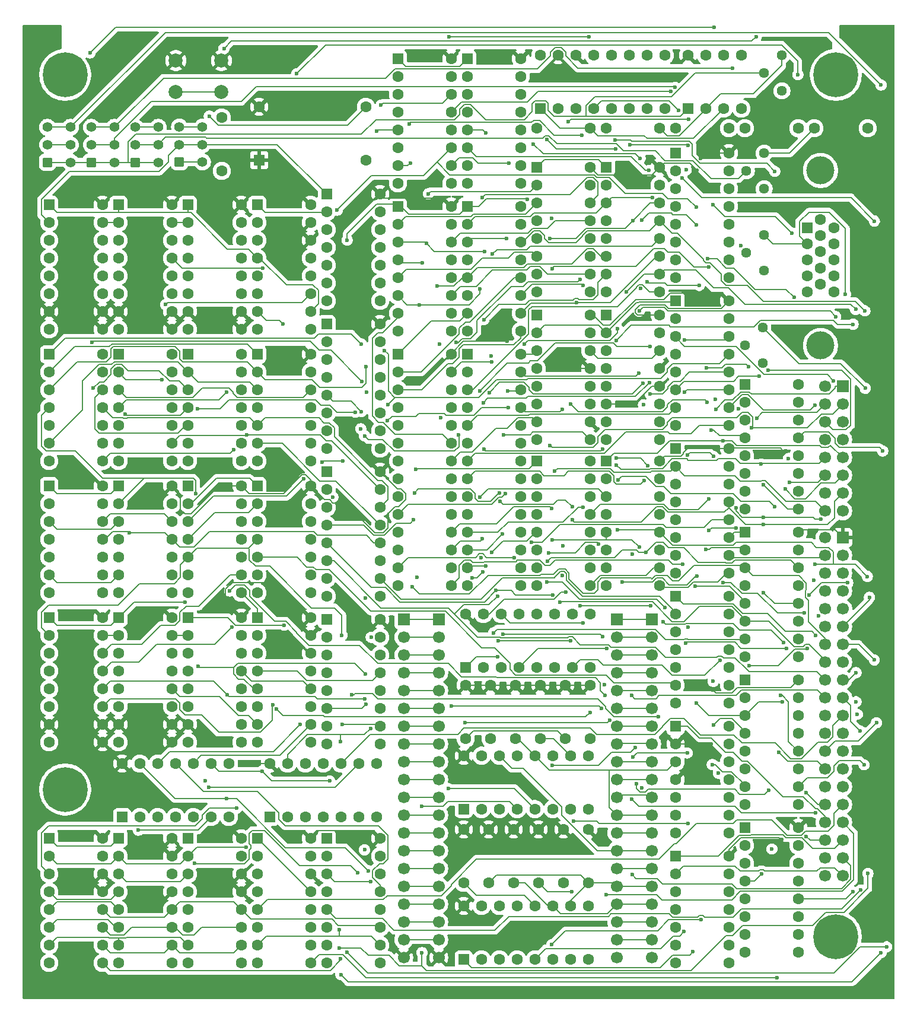
<source format=gbr>
%TF.GenerationSoftware,KiCad,Pcbnew,9.0.6*%
%TF.CreationDate,2025-12-26T02:04:48+08:00*%
%TF.ProjectId,vga_video_card,7667615f-7669-4646-956f-5f636172642e,rev?*%
%TF.SameCoordinates,Original*%
%TF.FileFunction,Copper,L3,Inr*%
%TF.FilePolarity,Positive*%
%FSLAX46Y46*%
G04 Gerber Fmt 4.6, Leading zero omitted, Abs format (unit mm)*
G04 Created by KiCad (PCBNEW 9.0.6) date 2025-12-26 02:04:48*
%MOMM*%
%LPD*%
G01*
G04 APERTURE LIST*
G04 Aperture macros list*
%AMRoundRect*
0 Rectangle with rounded corners*
0 $1 Rounding radius*
0 $2 $3 $4 $5 $6 $7 $8 $9 X,Y pos of 4 corners*
0 Add a 4 corners polygon primitive as box body*
4,1,4,$2,$3,$4,$5,$6,$7,$8,$9,$2,$3,0*
0 Add four circle primitives for the rounded corners*
1,1,$1+$1,$2,$3*
1,1,$1+$1,$4,$5*
1,1,$1+$1,$6,$7*
1,1,$1+$1,$8,$9*
0 Add four rect primitives between the rounded corners*
20,1,$1+$1,$2,$3,$4,$5,0*
20,1,$1+$1,$4,$5,$6,$7,0*
20,1,$1+$1,$6,$7,$8,$9,0*
20,1,$1+$1,$8,$9,$2,$3,0*%
G04 Aperture macros list end*
%TA.AperFunction,ComponentPad*%
%ADD10C,1.600000*%
%TD*%
%TA.AperFunction,ComponentPad*%
%ADD11RoundRect,0.250000X0.550000X-0.550000X0.550000X0.550000X-0.550000X0.550000X-0.550000X-0.550000X0*%
%TD*%
%TA.AperFunction,ComponentPad*%
%ADD12RoundRect,0.250000X-0.550000X-0.550000X0.550000X-0.550000X0.550000X0.550000X-0.550000X0.550000X0*%
%TD*%
%TA.AperFunction,ComponentPad*%
%ADD13C,1.700000*%
%TD*%
%TA.AperFunction,ComponentPad*%
%ADD14R,1.700000X1.700000*%
%TD*%
%TA.AperFunction,ComponentPad*%
%ADD15R,1.600000X1.600000*%
%TD*%
%TA.AperFunction,ComponentPad*%
%ADD16RoundRect,0.250000X0.450000X-0.450000X0.450000X0.450000X-0.450000X0.450000X-0.450000X-0.450000X0*%
%TD*%
%TA.AperFunction,ComponentPad*%
%ADD17C,1.400000*%
%TD*%
%TA.AperFunction,ComponentPad*%
%ADD18C,1.440000*%
%TD*%
%TA.AperFunction,ComponentPad*%
%ADD19C,0.800000*%
%TD*%
%TA.AperFunction,ComponentPad*%
%ADD20C,6.400000*%
%TD*%
%TA.AperFunction,ComponentPad*%
%ADD21C,2.000000*%
%TD*%
%TA.AperFunction,ComponentPad*%
%ADD22C,4.000000*%
%TD*%
%TA.AperFunction,ViaPad*%
%ADD23C,0.600000*%
%TD*%
%TA.AperFunction,Conductor*%
%ADD24C,0.200000*%
%TD*%
G04 APERTURE END LIST*
D10*
%TO.N,+5V*%
%TO.C,R10*%
X88138000Y-109728000D03*
%TO.N,/RAM_module/ext_graphics_rclk*%
X88138000Y-117348000D03*
%TD*%
%TO.N,/RAM_module/ext_graphics_rclk*%
%TO.C,R2*%
X80772000Y-137922000D03*
%TO.N,+5V*%
X80772000Y-130302000D03*
%TD*%
D11*
%TO.N,/RAM_module/RAM_bus_mux/w_addr1*%
%TO.C,U33*%
X80772000Y-127396000D03*
D10*
%TO.N,/RAM_module/RAM_bus_mux/w_addr2*%
X83312000Y-127396000D03*
%TO.N,/RAM_module/RAM_bus_mux/w_addr3*%
X85852000Y-127396000D03*
%TO.N,/RAM_module/RAM_bus_mux/w_addr4*%
X88392000Y-127396000D03*
%TO.N,/RAM_module/RAM_bus_mux/w_addr5*%
X90932000Y-127396000D03*
%TO.N,/RAM_module/RAM_bus_mux/w_addr6*%
X93472000Y-127396000D03*
%TO.N,/RAM_module/RAM_bus_mux/w_addr7*%
X96012000Y-127396000D03*
%TO.N,GND*%
X98552000Y-127396000D03*
%TO.N,unconnected-(U33-QH&apos;-Pad9)*%
X98552000Y-119776000D03*
%TO.N,/RAM_module/ext_graphics_source/data_~{srclr}*%
X96012000Y-119776000D03*
%TO.N,/RAM_module/ext_graphics_source/data_srclk*%
X93472000Y-119776000D03*
%TO.N,/RAM_module/ext_graphics_rclk*%
X90932000Y-119776000D03*
%TO.N,GND*%
X88392000Y-119776000D03*
%TO.N,/RAM_module/ext_graphics_source/i_addr_ser*%
X85852000Y-119776000D03*
%TO.N,/RAM_module/RAM_bus_mux/w_addr0*%
X83312000Y-119776000D03*
%TO.N,+5V*%
X80772000Y-119776000D03*
%TD*%
%TO.N,+5V*%
%TO.C,U12*%
X58928000Y-81280000D03*
%TO.N,/mrst*%
X58928000Y-83820000D03*
%TO.N,/eo_frame*%
X58928000Y-86360000D03*
%TO.N,/vertical_counter/rst*%
X58928000Y-88900000D03*
%TO.N,/vertical_counter/eo_syncp_605*%
X58928000Y-91440000D03*
%TO.N,/vertical_counter/eo_fporch_601*%
X58928000Y-93980000D03*
%TO.N,Net-(U24A-J)*%
X58928000Y-96520000D03*
%TO.N,GND*%
X51308000Y-96520000D03*
%TO.N,/horizontal_counter/rst*%
X51308000Y-93980000D03*
%TO.N,/mrst*%
X51308000Y-91440000D03*
%TO.N,/eo_line*%
X51308000Y-88900000D03*
%TO.N,Net-(U11A-J)*%
X51308000Y-86360000D03*
%TO.N,/horizontal_counter/eo_syncp_242*%
X51308000Y-83820000D03*
D12*
%TO.N,/horizontal_counter/eo_fporch_210*%
X51308000Y-81280000D03*
%TD*%
D10*
%TO.N,+5V*%
%TO.C,U3*%
X49022000Y-41148000D03*
%TO.N,unconnected-(U3-TC-Pad15)*%
X49022000Y-43688000D03*
%TO.N,/horizontal_counter/bit_8*%
X49022000Y-46228000D03*
%TO.N,unconnected-(U3-Q1-Pad13)*%
X49022000Y-48768000D03*
%TO.N,unconnected-(U3-Q2-Pad12)*%
X49022000Y-51308000D03*
%TO.N,unconnected-(U3-Q3-Pad11)*%
X49022000Y-53848000D03*
%TO.N,+5V*%
X49022000Y-56388000D03*
X49022000Y-58928000D03*
%TO.N,GND*%
X41402000Y-58928000D03*
%TO.N,+5V*%
X41402000Y-56388000D03*
%TO.N,GND*%
X41402000Y-53848000D03*
X41402000Y-51308000D03*
X41402000Y-48768000D03*
X41402000Y-46228000D03*
%TO.N,Net-(U2-TC)*%
X41402000Y-43688000D03*
D12*
%TO.N,/horizontal_counter/~{rst}*%
X41402000Y-41148000D03*
%TD*%
D10*
%TO.N,+5V*%
%TO.C,U2*%
X39116000Y-41148000D03*
%TO.N,Net-(U2-TC)*%
X39116000Y-43688000D03*
%TO.N,/horizontal_counter/bit_4*%
X39116000Y-46228000D03*
%TO.N,/horizontal_counter/bit_5*%
X39116000Y-48768000D03*
%TO.N,/horizontal_counter/bit_6*%
X39116000Y-51308000D03*
%TO.N,/horizontal_counter/bit_7*%
X39116000Y-53848000D03*
%TO.N,+5V*%
X39116000Y-56388000D03*
X39116000Y-58928000D03*
%TO.N,GND*%
X31496000Y-58928000D03*
%TO.N,+5V*%
X31496000Y-56388000D03*
%TO.N,GND*%
X31496000Y-53848000D03*
X31496000Y-51308000D03*
X31496000Y-48768000D03*
X31496000Y-46228000D03*
%TO.N,Net-(U1-TC)*%
X31496000Y-43688000D03*
D12*
%TO.N,/horizontal_counter/~{rst}*%
X31496000Y-41148000D03*
%TD*%
D10*
%TO.N,+5V*%
%TO.C,U9*%
X39121000Y-81280000D03*
%TO.N,N/C*%
X39121000Y-83820000D03*
%TO.N,/horizontal_counter/bit_7*%
X39121000Y-86360000D03*
%TO.N,/horizontal_counter/bit_6*%
X39121000Y-88900000D03*
%TO.N,N/C*%
X39121000Y-91440000D03*
X39121000Y-93980000D03*
%TO.N,Net-(U5-Pad13)*%
X39121000Y-96520000D03*
%TO.N,GND*%
X31501000Y-96520000D03*
%TO.N,/horizontal_counter/~{bit_5}*%
X31501000Y-93980000D03*
%TO.N,/horizontal_counter/~{bit_4}*%
X31501000Y-91440000D03*
%TO.N,/horizontal_counter/bit_3*%
X31501000Y-88900000D03*
%TO.N,/horizontal_counter/~{bit_2}*%
X31501000Y-86360000D03*
%TO.N,/horizontal_counter/~{bit_1}*%
X31501000Y-83820000D03*
D12*
%TO.N,/horizontal_counter/~{bit_0}*%
X31501000Y-81280000D03*
%TD*%
D10*
%TO.N,+5V*%
%TO.C,U1*%
X29210000Y-41148000D03*
%TO.N,Net-(U1-TC)*%
X29210000Y-43688000D03*
%TO.N,/horizontal_counter/bit_0*%
X29210000Y-46228000D03*
%TO.N,/horizontal_counter/bit_1*%
X29210000Y-48768000D03*
%TO.N,/horizontal_counter/bit_2*%
X29210000Y-51308000D03*
%TO.N,/horizontal_counter/bit_3*%
X29210000Y-53848000D03*
%TO.N,+5V*%
X29210000Y-56388000D03*
X29210000Y-58928000D03*
%TO.N,GND*%
X21590000Y-58928000D03*
%TO.N,+5V*%
X21590000Y-56388000D03*
%TO.N,GND*%
X21590000Y-53848000D03*
X21590000Y-51308000D03*
X21590000Y-48768000D03*
X21590000Y-46228000D03*
%TO.N,/horizontal_counter/CLK*%
X21590000Y-43688000D03*
D12*
%TO.N,/horizontal_counter/~{rst}*%
X21590000Y-41148000D03*
%TD*%
D13*
%TO.N,unconnected-(J6-Pin_40-Pad40)*%
%TO.C,J6*%
X132334000Y-136906000D03*
%TO.N,/RAM1_~{WE}*%
X134874000Y-136906000D03*
%TO.N,unconnected-(J6-Pin_38-Pad38)*%
X132334000Y-134366000D03*
%TO.N,/RAM1_~{CE}*%
X134874000Y-134366000D03*
%TO.N,/ext_clk*%
X132334000Y-131826000D03*
%TO.N,/RAM0_~{WE}*%
X134874000Y-131826000D03*
%TO.N,/writing_RAM*%
X132334000Y-129286000D03*
%TO.N,/RAM0_~{CE}*%
X134874000Y-129286000D03*
%TO.N,/int_brightness*%
X132334000Y-126746000D03*
%TO.N,/v_sync*%
X134874000Y-126746000D03*
%TO.N,/ext_B*%
X132334000Y-124206000D03*
%TO.N,/h_sync*%
X134874000Y-124206000D03*
%TO.N,/ext_G*%
X132334000Y-121666000D03*
%TO.N,/VGA_B*%
X134874000Y-121666000D03*
%TO.N,/ext_R*%
X132334000Y-119126000D03*
%TO.N,/VGA_G*%
X134874000Y-119126000D03*
%TO.N,/is_vis_area*%
X132334000Y-116586000D03*
%TO.N,/VGA_R*%
X134874000Y-116586000D03*
%TO.N,/is_v_vis_area*%
X132334000Y-114046000D03*
%TO.N,/eo_frame*%
X134874000Y-114046000D03*
%TO.N,/is_h_vis_area*%
X132334000Y-111506000D03*
%TO.N,/eo_line*%
X134874000Y-111506000D03*
%TO.N,/RAM_module/r_j_addr7*%
X132334000Y-108966000D03*
%TO.N,/RAM_module/r_i_addr7*%
X134874000Y-108966000D03*
%TO.N,/RAM_module/r_j_addr6*%
X132334000Y-106426000D03*
%TO.N,/RAM_module/r_i_addr6*%
X134874000Y-106426000D03*
%TO.N,/RAM_module/r_j_addr5*%
X132334000Y-103886000D03*
%TO.N,/RAM_module/r_i_addr5*%
X134874000Y-103886000D03*
%TO.N,/RAM_module/r_j_addr4*%
X132334000Y-101346000D03*
%TO.N,/RAM_module/r_i_addr4*%
X134874000Y-101346000D03*
%TO.N,/RAM_module/r_j_addr3*%
X132334000Y-98806000D03*
%TO.N,/RAM_module/r_i_addr3*%
X134874000Y-98806000D03*
%TO.N,/RAM_module/r_j_addr2*%
X132334000Y-96266000D03*
%TO.N,/RAM_module/r_i_addr2*%
X134874000Y-96266000D03*
%TO.N,/RAM_module/r_j_addr1*%
X132334000Y-93726000D03*
%TO.N,/RAM_module/r_i_addr1*%
X134874000Y-93726000D03*
%TO.N,/RAM_module/r_j_addr0*%
X132334000Y-91186000D03*
%TO.N,/RAM_module/r_i_addr0*%
X134874000Y-91186000D03*
%TO.N,GND*%
X132334000Y-88646000D03*
D14*
%TO.N,+5V*%
X134874000Y-88646000D03*
%TD*%
D12*
%TO.N,/RAM_module/r_j_addr0*%
%TO.C,U47*%
X81280000Y-20320000D03*
D10*
%TO.N,/RAM_module/r_j_addr5*%
X81280000Y-22860000D03*
%TO.N,/RAM_module/RAM_bus_mux/w_addr12*%
X81280000Y-25400000D03*
%TO.N,/RAM_module/RAM0_a12*%
X81280000Y-27940000D03*
%TO.N,/RAM_module/r_j_addr6*%
X81280000Y-30480000D03*
%TO.N,/RAM_module/RAM_bus_mux/w_addr13*%
X81280000Y-33020000D03*
%TO.N,/RAM_module/RAM0_a13*%
X81280000Y-35560000D03*
%TO.N,GND*%
X81280000Y-38100000D03*
%TO.N,unconnected-(U47-Zd-Pad9)*%
X88900000Y-38100000D03*
%TO.N,unconnected-(U47-I1d-Pad10)*%
X88900000Y-35560000D03*
%TO.N,unconnected-(U47-I0d-Pad11)*%
X88900000Y-33020000D03*
%TO.N,/RAM_module/RAM0_a14*%
X88900000Y-30480000D03*
%TO.N,/RAM_module/RAM_bus_mux/w_addr14*%
X88900000Y-27940000D03*
%TO.N,/RAM_module/r_j_addr7*%
X88900000Y-25400000D03*
%TO.N,GND*%
X88900000Y-22860000D03*
%TO.N,+5V*%
X88900000Y-20320000D03*
%TD*%
D15*
%TO.N,+5V*%
%TO.C,Y1*%
X51562000Y-34798000D03*
D10*
%TO.N,GND*%
X66802000Y-34798000D03*
%TO.N,Net-(Y1-OUT)*%
X66802000Y-27178000D03*
%TO.N,+5V*%
X51562000Y-27178000D03*
%TD*%
D12*
%TO.N,GND*%
%TO.C,U14*%
X61214000Y-79248000D03*
D10*
X61214000Y-81788000D03*
%TO.N,/RAM_module/r_j_addr4*%
X61214000Y-84328000D03*
%TO.N,/RAM_module/r_j_addr5*%
X61214000Y-86868000D03*
%TO.N,/RAM_module/r_j_addr6*%
X61214000Y-89408000D03*
%TO.N,/RAM_module/r_j_addr7*%
X61214000Y-91948000D03*
%TO.N,/horizontal_counter/CLK*%
X61214000Y-94488000D03*
%TO.N,GND*%
X61214000Y-97028000D03*
%TO.N,/horizontal_counter/~{is_h_vis_area}*%
X68834000Y-97028000D03*
X68834000Y-94488000D03*
%TO.N,/horizontal_counter/bit_7*%
X68834000Y-91948000D03*
%TO.N,/horizontal_counter/bit_6*%
X68834000Y-89408000D03*
%TO.N,/horizontal_counter/bit_5*%
X68834000Y-86868000D03*
%TO.N,/horizontal_counter/bit_4*%
X68834000Y-84328000D03*
%TO.N,/horizontal_counter/rst*%
X68834000Y-81788000D03*
%TO.N,+5V*%
X68834000Y-79248000D03*
%TD*%
D16*
%TO.N,/int_brightness*%
%TO.C,SW3*%
X27603000Y-35092000D03*
D17*
%TO.N,Net-(RV3-Pad2)*%
X27603000Y-32592000D03*
%TO.N,/ext_G*%
X27603000Y-30092000D03*
X30903000Y-30092000D03*
%TO.N,Net-(RV3-Pad2)*%
X30903000Y-32592000D03*
%TO.N,/int_brightness*%
X30903000Y-35092000D03*
%TD*%
D12*
%TO.N,/RAM_module/r_j_addr0*%
%TO.C,U44*%
X71374000Y-41402000D03*
D10*
%TO.N,/RAM_module/r_i_addr0*%
X71374000Y-43942000D03*
%TO.N,/RAM_module/RAM_bus_mux/w_addr0*%
X71374000Y-46482000D03*
%TO.N,/RAM_module/RAM0_a0*%
X71374000Y-49022000D03*
%TO.N,/RAM_module/r_i_addr1*%
X71374000Y-51562000D03*
%TO.N,/RAM_module/RAM_bus_mux/w_addr1*%
X71374000Y-54102000D03*
%TO.N,/RAM_module/RAM0_a1*%
X71374000Y-56642000D03*
%TO.N,GND*%
X71374000Y-59182000D03*
%TO.N,/RAM_module/RAM0_a3*%
X78994000Y-59182000D03*
%TO.N,/RAM_module/RAM_bus_mux/w_addr3*%
X78994000Y-56642000D03*
%TO.N,/RAM_module/r_i_addr3*%
X78994000Y-54102000D03*
%TO.N,/RAM_module/RAM0_a2*%
X78994000Y-51562000D03*
%TO.N,/RAM_module/RAM_bus_mux/w_addr2*%
X78994000Y-49022000D03*
%TO.N,/RAM_module/r_i_addr2*%
X78994000Y-46482000D03*
%TO.N,GND*%
X78994000Y-43942000D03*
%TO.N,+5V*%
X78994000Y-41402000D03*
%TD*%
D12*
%TO.N,/RAM_module/r_j_addr0*%
%TO.C,U45*%
X81280000Y-41402000D03*
D10*
%TO.N,/RAM_module/r_i_addr4*%
X81280000Y-43942000D03*
%TO.N,/RAM_module/RAM_bus_mux/w_addr4*%
X81280000Y-46482000D03*
%TO.N,/RAM_module/RAM0_a4*%
X81280000Y-49022000D03*
%TO.N,/RAM_module/r_i_addr5*%
X81280000Y-51562000D03*
%TO.N,/RAM_module/RAM_bus_mux/w_addr5*%
X81280000Y-54102000D03*
%TO.N,/RAM_module/RAM0_a5*%
X81280000Y-56642000D03*
%TO.N,GND*%
X81280000Y-59182000D03*
%TO.N,/RAM_module/RAM0_a7*%
X88900000Y-59182000D03*
%TO.N,/RAM_module/RAM_bus_mux/w_addr7*%
X88900000Y-56642000D03*
%TO.N,/RAM_module/r_i_addr7*%
X88900000Y-54102000D03*
%TO.N,/RAM_module/RAM0_a6*%
X88900000Y-51562000D03*
%TO.N,/RAM_module/RAM_bus_mux/w_addr6*%
X88900000Y-49022000D03*
%TO.N,/RAM_module/r_i_addr6*%
X88900000Y-46482000D03*
%TO.N,GND*%
X88900000Y-43942000D03*
%TO.N,+5V*%
X88900000Y-41402000D03*
%TD*%
D11*
%TO.N,/vertical_counter/bit_3*%
%TO.C,U18*%
X32004000Y-128519000D03*
D10*
%TO.N,/vertical_counter/~{bit_3}*%
X34544000Y-128519000D03*
%TO.N,/vertical_counter/bit_4*%
X37084000Y-128519000D03*
%TO.N,/vertical_counter/~{bit_4}*%
X39624000Y-128519000D03*
%TO.N,/vertical_counter/bit_5*%
X42164000Y-128519000D03*
%TO.N,/vertical_counter/~{bit_5}*%
X44704000Y-128519000D03*
%TO.N,GND*%
X47244000Y-128519000D03*
%TO.N,/vertical_counter/~{bit_6}*%
X47244000Y-120899000D03*
%TO.N,/vertical_counter/bit_6*%
X44704000Y-120899000D03*
%TO.N,/vertical_counter/~{bit_7}*%
X42164000Y-120899000D03*
%TO.N,/vertical_counter/bit_7*%
X39624000Y-120899000D03*
%TO.N,/vertical_counter/~{bit_8}*%
X37084000Y-120899000D03*
%TO.N,/vertical_counter/bit_8*%
X34544000Y-120899000D03*
%TO.N,+5V*%
X32004000Y-120899000D03*
%TD*%
D12*
%TO.N,/RAM_module/r_j_addr0*%
%TO.C,U46*%
X71374000Y-20320000D03*
D10*
%TO.N,/RAM_module/r_j_addr1*%
X71374000Y-22860000D03*
%TO.N,/RAM_module/RAM_bus_mux/w_addr8*%
X71374000Y-25400000D03*
%TO.N,/RAM_module/RAM0_a8*%
X71374000Y-27940000D03*
%TO.N,/RAM_module/r_j_addr2*%
X71374000Y-30480000D03*
%TO.N,/RAM_module/RAM_bus_mux/w_addr9*%
X71374000Y-33020000D03*
%TO.N,/RAM_module/RAM0_a9*%
X71374000Y-35560000D03*
%TO.N,GND*%
X71374000Y-38100000D03*
%TO.N,/RAM_module/RAM0_a11*%
X78994000Y-38100000D03*
%TO.N,/RAM_module/RAM_bus_mux/w_addr11*%
X78994000Y-35560000D03*
%TO.N,/RAM_module/r_j_addr4*%
X78994000Y-33020000D03*
%TO.N,/RAM_module/RAM0_a10*%
X78994000Y-30480000D03*
%TO.N,/RAM_module/RAM_bus_mux/w_addr10*%
X78994000Y-27940000D03*
%TO.N,/RAM_module/r_j_addr3*%
X78994000Y-25400000D03*
%TO.N,GND*%
X78994000Y-22860000D03*
%TO.N,+5V*%
X78994000Y-20320000D03*
%TD*%
%TO.N,/VGA_G*%
%TO.C,R17*%
X128524000Y-30226000D03*
%TO.N,GND*%
X120904000Y-30226000D03*
%TD*%
D12*
%TO.N,/RAM_module/RAM0_d7*%
%TO.C,U54*%
X110998000Y-75946000D03*
D10*
%TO.N,/RAM_module/RAM1_d7*%
X110998000Y-78486000D03*
%TO.N,unconnected-(U54-Z1-Pad3)*%
X110998000Y-81026000D03*
%TO.N,unconnected-(U54-Z-Pad4)*%
X110998000Y-83566000D03*
%TO.N,unconnected-(U54-Z0-Pad5)*%
X110998000Y-86106000D03*
%TO.N,GND*%
X110998000Y-88646000D03*
X110998000Y-91186000D03*
X110998000Y-93726000D03*
%TO.N,/RAM_module/r_j_addr0*%
X118618000Y-93726000D03*
X118618000Y-91186000D03*
X118618000Y-88646000D03*
%TO.N,/RAM_module/RAM1_d6*%
X118618000Y-86106000D03*
%TO.N,/RAM_module/RAM0_d6*%
X118618000Y-83566000D03*
%TO.N,/RAM_module/RAM_bus_mux/w_data6*%
X118618000Y-81026000D03*
%TO.N,/RAM_module/RAM_bus_mux/w_data7*%
X118618000Y-78486000D03*
%TO.N,+5V*%
X118618000Y-75946000D03*
%TD*%
D12*
%TO.N,/RAM_module/RAM1_a5*%
%TO.C,U31*%
X81280000Y-62484000D03*
D10*
%TO.N,/RAM_module/RAM1_a6*%
X81280000Y-65024000D03*
%TO.N,/RAM_module/RAM1_a7*%
X81280000Y-67564000D03*
%TO.N,/RAM_module/RAM1_a8*%
X81280000Y-70104000D03*
%TO.N,/RAM_module/RAM1_a9*%
X81280000Y-72644000D03*
%TO.N,/RAM_module/RAM1_a10*%
X81280000Y-75184000D03*
%TO.N,/RAM_module/RAM1_a11*%
X81280000Y-77724000D03*
%TO.N,/RAM_module/RAM1_a12*%
X81280000Y-80264000D03*
%TO.N,/RAM_module/RAM1_a13*%
X81280000Y-82804000D03*
%TO.N,/RAM_module/RAM1_a14*%
X81280000Y-85344000D03*
%TO.N,/RAM_module/RAM1_d0*%
X81280000Y-87884000D03*
%TO.N,/RAM_module/RAM1_d1*%
X81280000Y-90424000D03*
%TO.N,/RAM_module/RAM1_d2*%
X81280000Y-92964000D03*
%TO.N,GND*%
X81280000Y-95504000D03*
%TO.N,/RAM_module/RAM1_d3*%
X88900000Y-95504000D03*
%TO.N,/RAM_module/RAM1_d4*%
X88900000Y-92964000D03*
%TO.N,/RAM_module/RAM1_d5*%
X88900000Y-90424000D03*
%TO.N,/RAM_module/RAM1_d6*%
X88900000Y-87884000D03*
%TO.N,/RAM_module/RAM1_d7*%
X88900000Y-85344000D03*
%TO.N,/RAM1_~{CE}*%
X88900000Y-82804000D03*
%TO.N,/RAM_module/RAM1_a0*%
X88900000Y-80264000D03*
%TO.N,/RAM1_~{CE}*%
X88900000Y-77724000D03*
%TO.N,/RAM_module/RAM1_a1*%
X88900000Y-75184000D03*
%TO.N,/RAM_module/RAM1_a2*%
X88900000Y-72644000D03*
%TO.N,/RAM_module/RAM1_a3*%
X88900000Y-70104000D03*
%TO.N,/RAM_module/RAM1_a4*%
X88900000Y-67564000D03*
%TO.N,/RAM1_~{WE}*%
X88900000Y-65024000D03*
%TO.N,+5V*%
X88900000Y-62484000D03*
%TD*%
D12*
%TO.N,GND*%
%TO.C,U29*%
X101092000Y-56896000D03*
D10*
%TO.N,/RAM_module/r_j_addr0*%
X101092000Y-59436000D03*
%TO.N,GND*%
X101092000Y-61976000D03*
X101092000Y-64516000D03*
X101092000Y-67056000D03*
%TO.N,+5V*%
X101092000Y-69596000D03*
%TO.N,/RAM1_~{CE}*%
X101092000Y-72136000D03*
%TO.N,GND*%
X101092000Y-74676000D03*
%TO.N,/RAM1_~{WE}*%
X108712000Y-74676000D03*
%TO.N,+5V*%
X108712000Y-72136000D03*
%TO.N,GND*%
X108712000Y-69596000D03*
%TO.N,+5V*%
X108712000Y-67056000D03*
X108712000Y-64516000D03*
%TO.N,/RAM_module/RAM_bus_mux/w_j_addr0*%
X108712000Y-61976000D03*
%TO.N,GND*%
X108712000Y-59436000D03*
%TO.N,+5V*%
X108712000Y-56896000D03*
%TD*%
D12*
%TO.N,GND*%
%TO.C,U25*%
X61214000Y-100330000D03*
D10*
X61214000Y-102870000D03*
%TO.N,/RAM_module/r_i_addr0*%
X61214000Y-105410000D03*
%TO.N,/RAM_module/r_i_addr1*%
X61214000Y-107950000D03*
%TO.N,/RAM_module/r_i_addr2*%
X61214000Y-110490000D03*
%TO.N,/RAM_module/r_i_addr3*%
X61214000Y-113030000D03*
%TO.N,/eo_line*%
X61214000Y-115570000D03*
%TO.N,GND*%
X61214000Y-118110000D03*
%TO.N,/vertical_counter/~{is_v_vis_area}*%
X68834000Y-118110000D03*
X68834000Y-115570000D03*
%TO.N,/vertical_counter/bit_5*%
X68834000Y-113030000D03*
%TO.N,/vertical_counter/bit_4*%
X68834000Y-110490000D03*
%TO.N,/vertical_counter/bit_3*%
X68834000Y-107950000D03*
%TO.N,/vertical_counter/bit_2*%
X68834000Y-105410000D03*
%TO.N,/vertical_counter/rst*%
X68834000Y-102870000D03*
%TO.N,+5V*%
X68834000Y-100330000D03*
%TD*%
D12*
%TO.N,/horizontal_counter/bit_0*%
%TO.C,U4*%
X21590000Y-62484000D03*
D10*
%TO.N,/horizontal_counter/~{bit_0}*%
X21590000Y-65024000D03*
%TO.N,/horizontal_counter/bit_1*%
X21590000Y-67564000D03*
%TO.N,/horizontal_counter/~{bit_1}*%
X21590000Y-70104000D03*
%TO.N,/horizontal_counter/bit_2*%
X21590000Y-72644000D03*
%TO.N,/horizontal_counter/~{bit_2}*%
X21590000Y-75184000D03*
%TO.N,GND*%
X21590000Y-77724000D03*
%TO.N,/horizontal_counter/~{bit_3}*%
X29210000Y-77724000D03*
%TO.N,/horizontal_counter/bit_3*%
X29210000Y-75184000D03*
%TO.N,/horizontal_counter/~{bit_4}*%
X29210000Y-72644000D03*
%TO.N,/horizontal_counter/bit_4*%
X29210000Y-70104000D03*
%TO.N,/horizontal_counter/~{bit_5}*%
X29210000Y-67564000D03*
%TO.N,/horizontal_counter/bit_5*%
X29210000Y-65024000D03*
%TO.N,+5V*%
X29210000Y-62484000D03*
%TD*%
D12*
%TO.N,GND*%
%TO.C,U28*%
X91186000Y-56896000D03*
D10*
%TO.N,/RAM_module/r_j_addr0*%
X91186000Y-59436000D03*
%TO.N,+5V*%
X91186000Y-61976000D03*
%TO.N,GND*%
X91186000Y-64516000D03*
X91186000Y-67056000D03*
X91186000Y-69596000D03*
%TO.N,/RAM0_~{CE}*%
X91186000Y-72136000D03*
%TO.N,GND*%
X91186000Y-74676000D03*
%TO.N,/RAM0_~{WE}*%
X98806000Y-74676000D03*
%TO.N,+5V*%
X98806000Y-72136000D03*
X98806000Y-69596000D03*
%TO.N,GND*%
X98806000Y-67056000D03*
%TO.N,+5V*%
X98806000Y-64516000D03*
%TO.N,/RAM_module/RAM_bus_mux/w_j_addr0*%
X98806000Y-61976000D03*
%TO.N,GND*%
X98806000Y-59436000D03*
%TO.N,+5V*%
X98806000Y-56896000D03*
%TD*%
D12*
%TO.N,/writing_RAM*%
%TO.C,U40*%
X111003000Y-115570000D03*
D10*
%TO.N,+5V*%
X111003000Y-118110000D03*
%TO.N,/RAM_module/ext_graphics_rclk*%
X111003000Y-120650000D03*
%TO.N,+5V*%
X111003000Y-123190000D03*
%TO.N,unconnected-(U40A-Q-Pad5)*%
X111003000Y-125730000D03*
%TO.N,/RAM_module/can_upd*%
X111003000Y-128270000D03*
%TO.N,GND*%
X111003000Y-130810000D03*
%TO.N,unconnected-(U40B-~{Q}-Pad8)*%
X118623000Y-130810000D03*
%TO.N,unconnected-(U40B-Q-Pad9)*%
X118623000Y-128270000D03*
%TO.N,unconnected-(U40B-~{S}-Pad10)*%
X118623000Y-125730000D03*
%TO.N,unconnected-(U40B-C-Pad11)*%
X118623000Y-123190000D03*
%TO.N,unconnected-(U40B-D-Pad12)*%
X118623000Y-120650000D03*
%TO.N,unconnected-(U40B-~{R}-Pad13)*%
X118623000Y-118110000D03*
%TO.N,+5V*%
X118623000Y-115570000D03*
%TD*%
%TO.N,/RAM_module/ext_graphics_source/data_~{srclr}*%
%TO.C,R11*%
X91694000Y-117348000D03*
%TO.N,+5V*%
X91694000Y-109728000D03*
%TD*%
D16*
%TO.N,Net-(Y1-OUT)*%
%TO.C,SW5*%
X40182500Y-35052000D03*
D17*
%TO.N,/horizontal_counter/CLK*%
X40182500Y-32552000D03*
%TO.N,/ext_clk*%
X40182500Y-30052000D03*
X43482500Y-30052000D03*
%TO.N,/horizontal_counter/CLK*%
X43482500Y-32552000D03*
%TO.N,Net-(Y1-OUT)*%
X43482500Y-35052000D03*
%TD*%
D12*
%TO.N,/RAM_module/r_j_addr0*%
%TO.C,U48*%
X91186000Y-35814000D03*
D10*
%TO.N,/RAM_module/RAM_bus_mux/w_addr0*%
X91186000Y-38354000D03*
%TO.N,/RAM_module/r_i_addr0*%
X91186000Y-40894000D03*
%TO.N,/RAM_module/RAM1_a0*%
X91186000Y-43434000D03*
%TO.N,/RAM_module/RAM_bus_mux/w_addr1*%
X91186000Y-45974000D03*
%TO.N,/RAM_module/r_i_addr1*%
X91186000Y-48514000D03*
%TO.N,/RAM_module/RAM1_a1*%
X91186000Y-51054000D03*
%TO.N,GND*%
X91186000Y-53594000D03*
%TO.N,/RAM_module/RAM1_a3*%
X98806000Y-53594000D03*
%TO.N,/RAM_module/r_i_addr3*%
X98806000Y-51054000D03*
%TO.N,/RAM_module/RAM_bus_mux/w_addr3*%
X98806000Y-48514000D03*
%TO.N,/RAM_module/RAM1_a2*%
X98806000Y-45974000D03*
%TO.N,/RAM_module/r_i_addr2*%
X98806000Y-43434000D03*
%TO.N,/RAM_module/RAM_bus_mux/w_addr2*%
X98806000Y-40894000D03*
%TO.N,GND*%
X98806000Y-38354000D03*
%TO.N,+5V*%
X98806000Y-35814000D03*
%TD*%
D14*
%TO.N,/RAM_module/RAM0_d0*%
%TO.C,J7*%
X134874000Y-67056000D03*
D13*
%TO.N,/RAM_module/RAM1_d0*%
X132334000Y-67056000D03*
%TO.N,/RAM_module/RAM0_d1*%
X134874000Y-69596000D03*
%TO.N,/RAM_module/RAM1_d1*%
X132334000Y-69596000D03*
%TO.N,/RAM_module/RAM0_d2*%
X134874000Y-72136000D03*
%TO.N,/RAM_module/RAM1_d2*%
X132334000Y-72136000D03*
%TO.N,/RAM_module/RAM0_d3*%
X134874000Y-74676000D03*
%TO.N,/RAM_module/RAM1_d3*%
X132334000Y-74676000D03*
%TO.N,/RAM_module/RAM0_d4*%
X134874000Y-77216000D03*
%TO.N,/RAM_module/RAM1_d4*%
X132334000Y-77216000D03*
%TO.N,/RAM_module/RAM0_d5*%
X134874000Y-79756000D03*
%TO.N,/RAM_module/RAM1_d5*%
X132334000Y-79756000D03*
%TO.N,/RAM_module/RAM0_d6*%
X134874000Y-82296000D03*
%TO.N,/RAM_module/RAM1_d6*%
X132334000Y-82296000D03*
%TO.N,/RAM_module/RAM0_d7*%
X134874000Y-84836000D03*
%TO.N,/RAM_module/RAM1_d7*%
X132334000Y-84836000D03*
%TD*%
D10*
%TO.N,/RAM_module/ext_graphics_source/data_srclk*%
%TO.C,R12*%
X95250000Y-117348000D03*
%TO.N,+5V*%
X95250000Y-109728000D03*
%TD*%
D18*
%TO.N,/VGA_R*%
%TO.C,RV2 (R)*%
X123444000Y-58674000D03*
%TO.N,Net-(RV2-Pad2)*%
X120904000Y-61214000D03*
%TO.N,unconnected-(RV2-Pad3)*%
X123444000Y-63754000D03*
%TD*%
D12*
%TO.N,/horizontal_counter/CLK*%
%TO.C,U27*%
X61214000Y-39624000D03*
D10*
%TO.N,/horizontal_counter/~{CLK}*%
X61214000Y-42164000D03*
%TO.N,unconnected-(U27-Pad3)*%
X61214000Y-44704000D03*
%TO.N,unconnected-(U27-Pad4)*%
X61214000Y-47244000D03*
%TO.N,unconnected-(U27-Pad5)*%
X61214000Y-49784000D03*
%TO.N,unconnected-(U27-Pad6)*%
X61214000Y-52324000D03*
%TO.N,GND*%
X61214000Y-54864000D03*
%TO.N,unconnected-(U27-Pad8)*%
X68834000Y-54864000D03*
%TO.N,unconnected-(U27-Pad9)*%
X68834000Y-52324000D03*
%TO.N,unconnected-(U27-Pad10)*%
X68834000Y-49784000D03*
%TO.N,unconnected-(U27-Pad11)*%
X68834000Y-47244000D03*
%TO.N,unconnected-(U27-Pad12)*%
X68834000Y-44704000D03*
%TO.N,unconnected-(U27-Pad13)*%
X68834000Y-42164000D03*
%TO.N,+5V*%
X68834000Y-39624000D03*
%TD*%
D12*
%TO.N,/horizontal_counter/~{eo_line}*%
%TO.C,U24*%
X51313000Y-131572000D03*
D10*
%TO.N,Net-(U24A-J)*%
X51313000Y-134112000D03*
X51313000Y-136652000D03*
%TO.N,/vertical_counter/~{rst}*%
X51313000Y-139192000D03*
%TO.N,/v_sync*%
X51313000Y-141732000D03*
%TO.N,unconnected-(U24A-~{Q}-Pad6)*%
X51313000Y-144272000D03*
%TO.N,/vertical_counter/~{is_v_vis_area}*%
X51313000Y-146812000D03*
%TO.N,GND*%
X51313000Y-149352000D03*
%TO.N,/is_v_vis_area*%
X58933000Y-149352000D03*
%TO.N,/vertical_counter/~{rst}*%
X58933000Y-146812000D03*
%TO.N,/vertical_counter/eo_vis_600*%
X58933000Y-144272000D03*
X58933000Y-141732000D03*
%TO.N,/horizontal_counter/~{eo_line}*%
X58933000Y-139192000D03*
%TO.N,+5V*%
X58933000Y-136652000D03*
X58933000Y-134112000D03*
X58933000Y-131572000D03*
%TD*%
D19*
%TO.N,GND*%
%TO.C,H2*%
X131476000Y-22606000D03*
X132178944Y-20908944D03*
X132178944Y-24303056D03*
X133876000Y-20206000D03*
D20*
X133876000Y-22606000D03*
D19*
X133876000Y-25006000D03*
X135573056Y-20908944D03*
X135573056Y-24303056D03*
X136276000Y-22606000D03*
%TD*%
D12*
%TO.N,/vertical_counter/~{bit_0}*%
%TO.C,U23*%
X41407000Y-131572000D03*
D10*
%TO.N,/vertical_counter/~{bit_1}*%
X41407000Y-134112000D03*
%TO.N,/vertical_counter/bit_2*%
X41407000Y-136652000D03*
%TO.N,/vertical_counter/~{bit_3}*%
X41407000Y-139192000D03*
%TO.N,/vertical_counter/bit_4*%
X41407000Y-141732000D03*
%TO.N,/vertical_counter/bit_5*%
X41407000Y-144272000D03*
%TO.N,/vertical_counter/bit_6*%
X41407000Y-146812000D03*
%TO.N,GND*%
X41407000Y-149352000D03*
%TO.N,Net-(U19-Pad11)*%
X49027000Y-149352000D03*
%TO.N,/vertical_counter/~{bit_7}*%
X49027000Y-146812000D03*
%TO.N,/vertical_counter/~{bit_8}*%
X49027000Y-144272000D03*
%TO.N,/vertical_counter/bit_9*%
X49027000Y-141732000D03*
%TO.N,+5V*%
X49027000Y-139192000D03*
X49027000Y-136652000D03*
X49027000Y-134112000D03*
X49027000Y-131572000D03*
%TD*%
D12*
%TO.N,/vertical_counter/~{rst}*%
%TO.C,U16*%
X31501000Y-100076000D03*
D10*
%TO.N,Net-(U15-TC)*%
X31501000Y-102616000D03*
%TO.N,GND*%
X31501000Y-105156000D03*
X31501000Y-107696000D03*
X31501000Y-110236000D03*
X31501000Y-112776000D03*
%TO.N,+5V*%
X31501000Y-115316000D03*
%TO.N,GND*%
X31501000Y-117856000D03*
%TO.N,+5V*%
X39121000Y-117856000D03*
X39121000Y-115316000D03*
%TO.N,/vertical_counter/bit_7*%
X39121000Y-112776000D03*
%TO.N,/vertical_counter/bit_6*%
X39121000Y-110236000D03*
%TO.N,/vertical_counter/bit_5*%
X39121000Y-107696000D03*
%TO.N,/vertical_counter/bit_4*%
X39121000Y-105156000D03*
%TO.N,Net-(U16-TC)*%
X39121000Y-102616000D03*
%TO.N,+5V*%
X39121000Y-100076000D03*
%TD*%
D12*
%TO.N,/horizontal_counter/~{bit_1}*%
%TO.C,U6*%
X41402000Y-62484000D03*
D10*
%TO.N,/horizontal_counter/~{bit_2}*%
X41402000Y-65024000D03*
%TO.N,/horizontal_counter/bit_3*%
X41402000Y-67564000D03*
%TO.N,/horizontal_counter/~{bit_4}*%
X41402000Y-70104000D03*
%TO.N,/horizontal_counter/~{bit_5}*%
X41402000Y-72644000D03*
%TO.N,/horizontal_counter/~{bit_6}*%
X41402000Y-75184000D03*
%TO.N,GND*%
X41402000Y-77724000D03*
%TO.N,Net-(U5-Pad11)*%
X49022000Y-77724000D03*
%TO.N,N/C*%
X49022000Y-75184000D03*
X49022000Y-72644000D03*
%TO.N,/horizontal_counter/~{bit_7}*%
X49022000Y-70104000D03*
%TO.N,/horizontal_counter/bit_8*%
X49022000Y-67564000D03*
%TO.N,N/C*%
X49022000Y-65024000D03*
%TO.N,+5V*%
X49022000Y-62484000D03*
%TD*%
D14*
%TO.N,/RAM_module/can_upd*%
%TO.C,J3*%
X102616000Y-100330000D03*
D13*
%TO.N,Net-(J3-Pin_2)*%
X102616000Y-102870000D03*
%TO.N,Net-(J3-Pin_3)*%
X102616000Y-105410000D03*
%TO.N,Net-(J3-Pin_4)*%
X102616000Y-107950000D03*
%TO.N,Net-(J3-Pin_5)*%
X102616000Y-110490000D03*
%TO.N,Net-(J3-Pin_6)*%
X102616000Y-113030000D03*
%TO.N,Net-(J3-Pin_7)*%
X102616000Y-115570000D03*
%TO.N,Net-(J3-Pin_8)*%
X102616000Y-118110000D03*
%TO.N,Net-(J3-Pin_9)*%
X102616000Y-120650000D03*
%TO.N,Net-(J3-Pin_10)*%
X102616000Y-123190000D03*
%TO.N,Net-(J3-Pin_11)*%
X102616000Y-125730000D03*
%TO.N,/RAM_module/ext_graphics_rclk*%
X102616000Y-128270000D03*
%TO.N,/RAM_module/ext_graphics_source/j_addr_ser*%
X102616000Y-130810000D03*
%TO.N,/RAM_module/ext_graphics_source/i_addr_ser*%
X102616000Y-133350000D03*
%TO.N,/RAM_module/ext_graphics_source/data_ser*%
X102616000Y-135890000D03*
%TO.N,/RAM_module/ext_graphics_source/data_~{srclr}*%
X102616000Y-138430000D03*
%TO.N,/RAM_module/ext_graphics_source/data_srclk*%
X102616000Y-140970000D03*
%TO.N,Net-(J3-Pin_18)*%
X102616000Y-143510000D03*
%TO.N,Net-(J3-Pin_19)*%
X102616000Y-146050000D03*
%TO.N,GND*%
X102616000Y-148590000D03*
%TD*%
D21*
%TO.N,/mrst*%
%TO.C,SW1*%
X46176000Y-25074000D03*
X39676000Y-25074000D03*
%TO.N,+5V*%
X46176000Y-20574000D03*
X39676000Y-20574000D03*
%TD*%
D11*
%TO.N,/RAM_module/RAM_bus_mux/w_addr8*%
%TO.C,U32*%
X80772000Y-148839000D03*
D10*
%TO.N,/RAM_module/RAM_bus_mux/w_addr9*%
X83312000Y-148839000D03*
%TO.N,/RAM_module/RAM_bus_mux/w_addr10*%
X85852000Y-148839000D03*
%TO.N,/RAM_module/RAM_bus_mux/w_addr11*%
X88392000Y-148839000D03*
%TO.N,/RAM_module/RAM_bus_mux/w_addr12*%
X90932000Y-148839000D03*
%TO.N,/RAM_module/RAM_bus_mux/w_addr13*%
X93472000Y-148839000D03*
%TO.N,/RAM_module/RAM_bus_mux/w_addr14*%
X96012000Y-148839000D03*
%TO.N,GND*%
X98552000Y-148839000D03*
%TO.N,unconnected-(U32-QH&apos;-Pad9)*%
X98552000Y-141219000D03*
%TO.N,/RAM_module/ext_graphics_source/data_~{srclr}*%
X96012000Y-141219000D03*
%TO.N,/RAM_module/ext_graphics_source/data_srclk*%
X93472000Y-141219000D03*
%TO.N,/RAM_module/ext_graphics_rclk*%
X90932000Y-141219000D03*
%TO.N,GND*%
X88392000Y-141219000D03*
%TO.N,/RAM_module/ext_graphics_source/j_addr_ser*%
X85852000Y-141219000D03*
%TO.N,/RAM_module/RAM_bus_mux/w_j_addr0*%
X83312000Y-141219000D03*
%TO.N,+5V*%
X80772000Y-141219000D03*
%TD*%
D12*
%TO.N,/RAM_module/r_j_addr0*%
%TO.C,U56*%
X120904000Y-130048000D03*
D10*
%TO.N,/RAM_module/RAM0_d4*%
X120904000Y-132588000D03*
%TO.N,/RAM_module/RAM1_d4*%
X120904000Y-135128000D03*
%TO.N,/ADC_module/I4*%
X120904000Y-137668000D03*
%TO.N,/RAM_module/RAM0_d5*%
X120904000Y-140208000D03*
%TO.N,/RAM_module/RAM1_d5*%
X120904000Y-142748000D03*
%TO.N,/ADC_module/I5*%
X120904000Y-145288000D03*
%TO.N,GND*%
X120904000Y-147828000D03*
%TO.N,/ADC_module/I7*%
X128524000Y-147828000D03*
%TO.N,/RAM_module/RAM1_d7*%
X128524000Y-145288000D03*
%TO.N,/RAM_module/RAM0_d7*%
X128524000Y-142748000D03*
%TO.N,/ADC_module/I6*%
X128524000Y-140208000D03*
%TO.N,/RAM_module/RAM1_d6*%
X128524000Y-137668000D03*
%TO.N,/RAM_module/RAM0_d6*%
X128524000Y-135128000D03*
%TO.N,GND*%
X128524000Y-132588000D03*
%TO.N,+5V*%
X128524000Y-130048000D03*
%TD*%
%TO.N,/RAM_module/ext_graphics_source/data_ser*%
%TO.C,R13*%
X98806000Y-117348000D03*
%TO.N,+5V*%
X98806000Y-109728000D03*
%TD*%
D19*
%TO.N,GND*%
%TO.C,H4*%
X131476000Y-145606000D03*
X132178944Y-143908944D03*
X132178944Y-147303056D03*
X133876000Y-143206000D03*
D20*
X133876000Y-145606000D03*
D19*
X133876000Y-148006000D03*
X135573056Y-143908944D03*
X135573056Y-147303056D03*
X136276000Y-145606000D03*
%TD*%
D12*
%TO.N,/horizontal_counter/bit_6*%
%TO.C,U5*%
X31496000Y-62484000D03*
D10*
%TO.N,/horizontal_counter/~{bit_6}*%
X31496000Y-65024000D03*
%TO.N,/horizontal_counter/bit_7*%
X31496000Y-67564000D03*
%TO.N,/horizontal_counter/~{bit_7}*%
X31496000Y-70104000D03*
%TO.N,/horizontal_counter/bit_8*%
X31496000Y-72644000D03*
%TO.N,/horizontal_counter/~{bit_8}*%
X31496000Y-75184000D03*
%TO.N,GND*%
X31496000Y-77724000D03*
%TO.N,/horizontal_counter/~{rst}*%
X39116000Y-77724000D03*
%TO.N,/horizontal_counter/rst*%
X39116000Y-75184000D03*
%TO.N,/eo_line*%
X39116000Y-72644000D03*
%TO.N,Net-(U5-Pad11)*%
X39116000Y-70104000D03*
%TO.N,/horizontal_counter/eo_vis_200*%
X39116000Y-67564000D03*
%TO.N,Net-(U5-Pad13)*%
X39116000Y-65024000D03*
%TO.N,+5V*%
X39116000Y-62484000D03*
%TD*%
D11*
%TO.N,/vertical_counter/bit_9*%
%TO.C,U19*%
X53086000Y-128519000D03*
D10*
%TO.N,/vertical_counter/~{bit_9}*%
X55626000Y-128519000D03*
%TO.N,Net-(U19-Pad3)*%
X58166000Y-128519000D03*
%TO.N,/vertical_counter/eo_vis_600*%
X60706000Y-128519000D03*
%TO.N,Net-(U19-Pad5)*%
X63246000Y-128519000D03*
%TO.N,/vertical_counter/eo_fporch_601*%
X65786000Y-128519000D03*
%TO.N,GND*%
X68326000Y-128519000D03*
%TO.N,/vertical_counter/eo_syncp_605*%
X68326000Y-120899000D03*
%TO.N,Net-(U19-Pad9)*%
X65786000Y-120899000D03*
%TO.N,/eo_frame*%
X63246000Y-120899000D03*
%TO.N,Net-(U19-Pad11)*%
X60706000Y-120899000D03*
%TO.N,/vertical_counter/~{rst}*%
X58166000Y-120899000D03*
%TO.N,/vertical_counter/rst*%
X55626000Y-120899000D03*
%TO.N,+5V*%
X53086000Y-120899000D03*
%TD*%
D12*
%TO.N,/RAM_module/RAM0_d1*%
%TO.C,U52*%
X91186000Y-77724000D03*
D10*
%TO.N,/RAM_module/RAM1_d1*%
X91186000Y-80264000D03*
%TO.N,/RAM_module/RAM0_d2*%
X91186000Y-82804000D03*
%TO.N,/RAM_module/RAM_bus_mux/w_data2*%
X91186000Y-85344000D03*
%TO.N,/RAM_module/RAM1_d2*%
X91186000Y-87884000D03*
%TO.N,GND*%
X91186000Y-90424000D03*
X91186000Y-92964000D03*
X91186000Y-95504000D03*
%TO.N,/RAM_module/r_j_addr0*%
X98806000Y-95504000D03*
X98806000Y-92964000D03*
X98806000Y-90424000D03*
%TO.N,/RAM_module/RAM1_d0*%
X98806000Y-87884000D03*
%TO.N,/RAM_module/RAM0_d0*%
X98806000Y-85344000D03*
%TO.N,/RAM_module/RAM_bus_mux/w_data0*%
X98806000Y-82804000D03*
%TO.N,/RAM_module/RAM_bus_mux/w_data1*%
X98806000Y-80264000D03*
%TO.N,+5V*%
X98806000Y-77724000D03*
%TD*%
D18*
%TO.N,/VGA_G*%
%TO.C,RV3 (G)*%
X123640000Y-45466000D03*
%TO.N,Net-(RV3-Pad2)*%
X121100000Y-48006000D03*
%TO.N,unconnected-(RV3-Pad3)*%
X123640000Y-50546000D03*
%TD*%
D10*
%TO.N,/VGA_B*%
%TO.C,R18*%
X130810000Y-30226000D03*
%TO.N,GND*%
X138430000Y-30226000D03*
%TD*%
D22*
%TO.N,N/C*%
%TO.C,J1*%
X131694000Y-61249000D03*
X131694000Y-36249000D03*
D15*
%TO.N,/VGA_R*%
X129804000Y-44434000D03*
D10*
%TO.N,/VGA_G*%
X129804000Y-46724000D03*
%TO.N,/VGA_B*%
X129804000Y-49014000D03*
%TO.N,unconnected-(J1-Pad4)*%
X129804000Y-51304000D03*
%TO.N,GND*%
X129804000Y-53594000D03*
X131704000Y-43289000D03*
X131704000Y-45579000D03*
X131704000Y-47869000D03*
%TO.N,unconnected-(J1-Pad9)*%
X131704000Y-50159000D03*
%TO.N,GND*%
X131704000Y-52449000D03*
%TO.N,unconnected-(J1-Pad11)*%
X133604000Y-44434000D03*
%TO.N,unconnected-(J1-Pad12)*%
X133604000Y-46724000D03*
%TO.N,/h_sync*%
X133604000Y-49014000D03*
%TO.N,/v_sync*%
X133604000Y-51304000D03*
%TO.N,unconnected-(J1-Pad15)*%
X133604000Y-53594000D03*
%TD*%
D16*
%TO.N,/int_brightness*%
%TO.C,SW2*%
X21338000Y-35092000D03*
D17*
%TO.N,Net-(RV2-Pad2)*%
X21338000Y-32592000D03*
%TO.N,/ext_R*%
X21338000Y-30092000D03*
X24638000Y-30092000D03*
%TO.N,Net-(RV2-Pad2)*%
X24638000Y-32592000D03*
%TO.N,/int_brightness*%
X24638000Y-35092000D03*
%TD*%
D12*
%TO.N,/RAM_module/r_j_addr0*%
%TO.C,U55*%
X120904000Y-108966000D03*
D10*
%TO.N,/RAM_module/RAM0_d0*%
X120904000Y-111506000D03*
%TO.N,/RAM_module/RAM1_d0*%
X120904000Y-114046000D03*
%TO.N,/ADC_module/I0*%
X120904000Y-116586000D03*
%TO.N,/RAM_module/RAM0_d1*%
X120904000Y-119126000D03*
%TO.N,/RAM_module/RAM1_d1*%
X120904000Y-121666000D03*
%TO.N,/ADC_module/I1*%
X120904000Y-124206000D03*
%TO.N,GND*%
X120904000Y-126746000D03*
%TO.N,/ADC_module/I3*%
X128524000Y-126746000D03*
%TO.N,/RAM_module/RAM1_d3*%
X128524000Y-124206000D03*
%TO.N,/RAM_module/RAM0_d3*%
X128524000Y-121666000D03*
%TO.N,/ADC_module/I2*%
X128524000Y-119126000D03*
%TO.N,/RAM_module/RAM1_d2*%
X128524000Y-116586000D03*
%TO.N,/RAM_module/RAM0_d2*%
X128524000Y-114046000D03*
%TO.N,GND*%
X128524000Y-111506000D03*
%TO.N,+5V*%
X128524000Y-108966000D03*
%TD*%
%TO.N,Net-(U36A--)*%
%TO.C,R15*%
X108712000Y-30226000D03*
%TO.N,GND*%
X101092000Y-30226000D03*
%TD*%
%TO.N,/RAM_module/ext_graphics_source/j_addr_ser*%
%TO.C,R5*%
X91440000Y-137922000D03*
%TO.N,+5V*%
X91440000Y-130302000D03*
%TD*%
%TO.N,/VGA_R*%
%TO.C,R16*%
X118618000Y-30226000D03*
%TO.N,GND*%
X110998000Y-30226000D03*
%TD*%
D12*
%TO.N,/is_vis_area*%
%TO.C,U38*%
X120909000Y-66802000D03*
D10*
%TO.N,GND*%
X120909000Y-69342000D03*
%TO.N,/ADC_module/I4*%
X120909000Y-71882000D03*
%TO.N,/ADC_module/D4*%
X120909000Y-74422000D03*
%TO.N,GND*%
X120909000Y-76962000D03*
%TO.N,/ADC_module/I5*%
X120909000Y-79502000D03*
%TO.N,/ADC_module/D5*%
X120909000Y-82042000D03*
%TO.N,GND*%
X120909000Y-84582000D03*
%TO.N,/ADC_module/D7*%
X128529000Y-84582000D03*
%TO.N,/ADC_module/I7*%
X128529000Y-82042000D03*
%TO.N,GND*%
X128529000Y-79502000D03*
%TO.N,/ADC_module/D6*%
X128529000Y-76962000D03*
%TO.N,/ADC_module/I6*%
X128529000Y-74422000D03*
%TO.N,GND*%
X128529000Y-71882000D03*
X128529000Y-69342000D03*
%TO.N,+5V*%
X128529000Y-66802000D03*
%TD*%
D16*
%TO.N,/int_brightness*%
%TO.C,SW4*%
X33868000Y-35092000D03*
D17*
%TO.N,Net-(RV4-Pad2)*%
X33868000Y-32592000D03*
%TO.N,/ext_B*%
X33868000Y-30092000D03*
X37168000Y-30092000D03*
%TO.N,Net-(RV4-Pad2)*%
X37168000Y-32592000D03*
%TO.N,/int_brightness*%
X37168000Y-35092000D03*
%TD*%
D12*
%TO.N,/is_vis_area*%
%TO.C,U39*%
X111008000Y-97028000D03*
D10*
%TO.N,/horizontal_counter/~{is_h_vis_area}*%
X111008000Y-99568000D03*
%TO.N,/vertical_counter/~{is_v_vis_area}*%
X111008000Y-102108000D03*
%TO.N,/writing_RAM*%
X111008000Y-104648000D03*
%TO.N,Net-(U39-Pad5)*%
X111008000Y-107188000D03*
%TO.N,/mrst*%
X111008000Y-109728000D03*
%TO.N,GND*%
X111008000Y-112268000D03*
%TO.N,unconnected-(U39-Pad8)*%
X118628000Y-112268000D03*
%TO.N,unconnected-(U39-Pad9)*%
X118628000Y-109728000D03*
%TO.N,unconnected-(U39-Pad10)*%
X118628000Y-107188000D03*
%TO.N,unconnected-(U39-Pad11)*%
X118628000Y-104648000D03*
%TO.N,unconnected-(U39-Pad12)*%
X118628000Y-102108000D03*
%TO.N,unconnected-(U39-Pad13)*%
X118628000Y-99568000D03*
%TO.N,+5V*%
X118628000Y-97028000D03*
%TD*%
D12*
%TO.N,/horizontal_counter/~{CLK}*%
%TO.C,U11*%
X51308000Y-41148000D03*
D10*
%TO.N,Net-(U11A-J)*%
X51308000Y-43688000D03*
X51308000Y-46228000D03*
%TO.N,/horizontal_counter/~{rst}*%
X51308000Y-48768000D03*
%TO.N,/h_sync*%
X51308000Y-51308000D03*
%TO.N,unconnected-(U11A-~{Q}-Pad6)*%
X51308000Y-53848000D03*
%TO.N,/horizontal_counter/~{is_h_vis_area}*%
X51308000Y-56388000D03*
%TO.N,GND*%
X51308000Y-58928000D03*
%TO.N,/is_h_vis_area*%
X58928000Y-58928000D03*
%TO.N,/horizontal_counter/~{rst}*%
X58928000Y-56388000D03*
%TO.N,/horizontal_counter/eo_vis_200*%
X58928000Y-53848000D03*
X58928000Y-51308000D03*
%TO.N,/horizontal_counter/~{CLK}*%
X58928000Y-48768000D03*
%TO.N,+5V*%
X58928000Y-46228000D03*
X58928000Y-43688000D03*
X58928000Y-41148000D03*
%TD*%
D12*
%TO.N,Net-(U10-Pad1)*%
%TO.C,U10*%
X41407000Y-81280000D03*
D10*
%TO.N,/horizontal_counter/eo_fporch_210*%
X41407000Y-83820000D03*
%TO.N,Net-(U10-Pad3)*%
X41407000Y-86360000D03*
%TO.N,/horizontal_counter/eo_syncp_242*%
X41407000Y-88900000D03*
%TO.N,/eo_line*%
X41407000Y-91440000D03*
%TO.N,/horizontal_counter/~{eo_line}*%
X41407000Y-93980000D03*
%TO.N,GND*%
X41407000Y-96520000D03*
%TO.N,/vertical_counter/~{bit_0}*%
X49027000Y-96520000D03*
%TO.N,/vertical_counter/bit_0*%
X49027000Y-93980000D03*
%TO.N,/vertical_counter/~{bit_1}*%
X49027000Y-91440000D03*
%TO.N,/vertical_counter/bit_1*%
X49027000Y-88900000D03*
%TO.N,/vertical_counter/~{bit_2}*%
X49027000Y-86360000D03*
%TO.N,/vertical_counter/bit_2*%
X49027000Y-83820000D03*
%TO.N,+5V*%
X49027000Y-81280000D03*
%TD*%
D11*
%TO.N,/RAM_module/RAM_bus_mux/w_data1*%
%TO.C,U34*%
X81026000Y-107183000D03*
D10*
%TO.N,/RAM_module/RAM_bus_mux/w_data2*%
X83566000Y-107183000D03*
%TO.N,/RAM_module/RAM_bus_mux/w_data3*%
X86106000Y-107183000D03*
%TO.N,/RAM_module/RAM_bus_mux/w_data4*%
X88646000Y-107183000D03*
%TO.N,/RAM_module/RAM_bus_mux/w_data5*%
X91186000Y-107183000D03*
%TO.N,/RAM_module/RAM_bus_mux/w_data6*%
X93726000Y-107183000D03*
%TO.N,/RAM_module/RAM_bus_mux/w_data7*%
X96266000Y-107183000D03*
%TO.N,GND*%
X98806000Y-107183000D03*
%TO.N,unconnected-(U34-QH&apos;-Pad9)*%
X98806000Y-99563000D03*
%TO.N,/RAM_module/ext_graphics_source/data_~{srclr}*%
X96266000Y-99563000D03*
%TO.N,/RAM_module/ext_graphics_source/data_srclk*%
X93726000Y-99563000D03*
%TO.N,/RAM_module/ext_graphics_rclk*%
X91186000Y-99563000D03*
%TO.N,GND*%
X88646000Y-99563000D03*
%TO.N,/RAM_module/ext_graphics_source/data_ser*%
X86106000Y-99563000D03*
%TO.N,/RAM_module/RAM_bus_mux/w_data0*%
X83566000Y-99563000D03*
%TO.N,+5V*%
X81026000Y-99563000D03*
%TD*%
D12*
%TO.N,/vertical_counter/~{rst}*%
%TO.C,U17*%
X41407000Y-100076000D03*
D10*
%TO.N,Net-(U16-TC)*%
X41407000Y-102616000D03*
%TO.N,GND*%
X41407000Y-105156000D03*
X41407000Y-107696000D03*
X41407000Y-110236000D03*
X41407000Y-112776000D03*
%TO.N,+5V*%
X41407000Y-115316000D03*
%TO.N,GND*%
X41407000Y-117856000D03*
%TO.N,+5V*%
X49027000Y-117856000D03*
X49027000Y-115316000D03*
%TO.N,unconnected-(U17-Q3-Pad11)*%
X49027000Y-112776000D03*
%TO.N,unconnected-(U17-Q2-Pad12)*%
X49027000Y-110236000D03*
%TO.N,/vertical_counter/bit_9*%
X49027000Y-107696000D03*
%TO.N,/vertical_counter/bit_8*%
X49027000Y-105156000D03*
%TO.N,unconnected-(U17-TC-Pad15)*%
X49027000Y-102616000D03*
%TO.N,+5V*%
X49027000Y-100076000D03*
%TD*%
D12*
%TO.N,/RAM0_~{WE}*%
%TO.C,U41*%
X111003000Y-134112000D03*
D10*
%TO.N,/RAM1_~{WE}*%
X111003000Y-136652000D03*
%TO.N,Net-(U39-Pad5)*%
X111003000Y-139192000D03*
%TO.N,unconnected-(U41-Pad4)*%
X111003000Y-141732000D03*
%TO.N,unconnected-(U41-Pad5)*%
X111003000Y-144272000D03*
%TO.N,unconnected-(U41-Pad6)*%
X111003000Y-146812000D03*
%TO.N,GND*%
X111003000Y-149352000D03*
%TO.N,unconnected-(U41-Pad8)*%
X118623000Y-149352000D03*
%TO.N,unconnected-(U41-Pad9)*%
X118623000Y-146812000D03*
%TO.N,unconnected-(U41-Pad10)*%
X118623000Y-144272000D03*
%TO.N,unconnected-(U41-Pad11)*%
X118623000Y-141732000D03*
%TO.N,unconnected-(U41-Pad12)*%
X118623000Y-139192000D03*
%TO.N,unconnected-(U41-Pad13)*%
X118623000Y-136652000D03*
%TO.N,+5V*%
X118623000Y-134112000D03*
%TD*%
D12*
%TO.N,/RAM_module/r_j_addr0*%
%TO.C,U49*%
X101092000Y-35814000D03*
D10*
%TO.N,/RAM_module/RAM_bus_mux/w_addr4*%
X101092000Y-38354000D03*
%TO.N,/RAM_module/r_i_addr4*%
X101092000Y-40894000D03*
%TO.N,/RAM_module/RAM1_a4*%
X101092000Y-43434000D03*
%TO.N,/RAM_module/RAM_bus_mux/w_addr5*%
X101092000Y-45974000D03*
%TO.N,/RAM_module/r_i_addr5*%
X101092000Y-48514000D03*
%TO.N,/RAM_module/RAM1_a5*%
X101092000Y-51054000D03*
%TO.N,GND*%
X101092000Y-53594000D03*
%TO.N,/RAM_module/RAM1_a7*%
X108712000Y-53594000D03*
%TO.N,/RAM_module/r_i_addr7*%
X108712000Y-51054000D03*
%TO.N,/RAM_module/RAM_bus_mux/w_addr7*%
X108712000Y-48514000D03*
%TO.N,/RAM_module/RAM1_a6*%
X108712000Y-45974000D03*
%TO.N,/RAM_module/r_i_addr6*%
X108712000Y-43434000D03*
%TO.N,/RAM_module/RAM_bus_mux/w_addr6*%
X108712000Y-40894000D03*
%TO.N,GND*%
X108712000Y-38354000D03*
%TO.N,+5V*%
X108712000Y-35814000D03*
%TD*%
%TO.N,/RAM_module/ext_graphics_rclk*%
%TO.C,R6*%
X94996000Y-137922000D03*
%TO.N,+5V*%
X94996000Y-130302000D03*
%TD*%
%TO.N,/RAM_module/ext_graphics_source/data_srclk*%
%TO.C,R8*%
X81040000Y-117348000D03*
%TO.N,+5V*%
X81040000Y-109728000D03*
%TD*%
D14*
%TO.N,/RAM_module/can_upd*%
%TO.C,J5*%
X107616000Y-100330000D03*
D13*
%TO.N,Net-(J3-Pin_2)*%
X107616000Y-102870000D03*
%TO.N,Net-(J3-Pin_3)*%
X107616000Y-105410000D03*
%TO.N,Net-(J3-Pin_4)*%
X107616000Y-107950000D03*
%TO.N,Net-(J3-Pin_5)*%
X107616000Y-110490000D03*
%TO.N,Net-(J3-Pin_6)*%
X107616000Y-113030000D03*
%TO.N,Net-(J3-Pin_7)*%
X107616000Y-115570000D03*
%TO.N,Net-(J3-Pin_8)*%
X107616000Y-118110000D03*
%TO.N,Net-(J3-Pin_9)*%
X107616000Y-120650000D03*
%TO.N,Net-(J3-Pin_10)*%
X107616000Y-123190000D03*
%TO.N,Net-(J3-Pin_11)*%
X107616000Y-125730000D03*
%TO.N,/RAM_module/ext_graphics_rclk*%
X107616000Y-128270000D03*
%TO.N,/RAM_module/ext_graphics_source/j_addr_ser*%
X107616000Y-130810000D03*
%TO.N,/RAM_module/ext_graphics_source/i_addr_ser*%
X107616000Y-133350000D03*
%TO.N,/RAM_module/ext_graphics_source/data_ser*%
X107616000Y-135890000D03*
%TO.N,/RAM_module/ext_graphics_source/data_~{srclr}*%
X107616000Y-138430000D03*
%TO.N,/RAM_module/ext_graphics_source/data_srclk*%
X107616000Y-140970000D03*
%TO.N,Net-(J3-Pin_18)*%
X107616000Y-143510000D03*
%TO.N,Net-(J3-Pin_19)*%
X107616000Y-146050000D03*
%TO.N,GND*%
X107616000Y-148590000D03*
%TD*%
D12*
%TO.N,/RAM_module/r_j_addr0*%
%TO.C,U50*%
X111003000Y-54864000D03*
D10*
%TO.N,/RAM_module/RAM_bus_mux/w_addr8*%
X111003000Y-57404000D03*
%TO.N,/RAM_module/r_j_addr1*%
X111003000Y-59944000D03*
%TO.N,/RAM_module/RAM1_a8*%
X111003000Y-62484000D03*
%TO.N,/RAM_module/RAM_bus_mux/w_addr9*%
X111003000Y-65024000D03*
%TO.N,/RAM_module/r_j_addr2*%
X111003000Y-67564000D03*
%TO.N,/RAM_module/RAM1_a9*%
X111003000Y-70104000D03*
%TO.N,GND*%
X111003000Y-72644000D03*
%TO.N,/RAM_module/RAM1_a11*%
X118623000Y-72644000D03*
%TO.N,/RAM_module/r_j_addr4*%
X118623000Y-70104000D03*
%TO.N,/RAM_module/RAM_bus_mux/w_addr11*%
X118623000Y-67564000D03*
%TO.N,/RAM_module/RAM1_a10*%
X118623000Y-65024000D03*
%TO.N,/RAM_module/r_j_addr3*%
X118623000Y-62484000D03*
%TO.N,/RAM_module/RAM_bus_mux/w_addr10*%
X118623000Y-59944000D03*
%TO.N,GND*%
X118623000Y-57404000D03*
%TO.N,+5V*%
X118623000Y-54864000D03*
%TD*%
D12*
%TO.N,/vertical_counter/~{bit_0}*%
%TO.C,U20*%
X51313000Y-100076000D03*
D10*
%TO.N,/vertical_counter/~{bit_1}*%
X51313000Y-102616000D03*
%TO.N,/vertical_counter/~{bit_2}*%
X51313000Y-105156000D03*
%TO.N,/vertical_counter/bit_3*%
X51313000Y-107696000D03*
%TO.N,/vertical_counter/bit_4*%
X51313000Y-110236000D03*
%TO.N,/vertical_counter/~{bit_5}*%
X51313000Y-112776000D03*
%TO.N,/vertical_counter/bit_6*%
X51313000Y-115316000D03*
%TO.N,GND*%
X51313000Y-117856000D03*
%TO.N,Net-(U19-Pad3)*%
X58933000Y-117856000D03*
%TO.N,/vertical_counter/~{bit_7}*%
X58933000Y-115316000D03*
%TO.N,/vertical_counter/~{bit_8}*%
X58933000Y-112776000D03*
%TO.N,/vertical_counter/bit_9*%
X58933000Y-110236000D03*
%TO.N,+5V*%
X58933000Y-107696000D03*
X58933000Y-105156000D03*
X58933000Y-102616000D03*
X58933000Y-100076000D03*
%TD*%
D12*
%TO.N,/RAM_module/r_j_addr0*%
%TO.C,U51*%
X120904000Y-87884000D03*
D10*
%TO.N,/RAM_module/RAM_bus_mux/w_addr12*%
X120904000Y-90424000D03*
%TO.N,/RAM_module/r_j_addr5*%
X120904000Y-92964000D03*
%TO.N,/RAM_module/RAM1_a12*%
X120904000Y-95504000D03*
%TO.N,/RAM_module/RAM_bus_mux/w_addr13*%
X120904000Y-98044000D03*
%TO.N,/RAM_module/r_j_addr6*%
X120904000Y-100584000D03*
%TO.N,/RAM_module/RAM1_a13*%
X120904000Y-103124000D03*
%TO.N,GND*%
X120904000Y-105664000D03*
%TO.N,unconnected-(U51-Zd-Pad9)*%
X128524000Y-105664000D03*
%TO.N,unconnected-(U51-I1d-Pad10)*%
X128524000Y-103124000D03*
%TO.N,unconnected-(U51-I0d-Pad11)*%
X128524000Y-100584000D03*
%TO.N,/RAM_module/RAM1_a14*%
X128524000Y-98044000D03*
%TO.N,/RAM_module/r_j_addr7*%
X128524000Y-95504000D03*
%TO.N,/RAM_module/RAM_bus_mux/w_addr14*%
X128524000Y-92964000D03*
%TO.N,GND*%
X128524000Y-90424000D03*
%TO.N,+5V*%
X128524000Y-87884000D03*
%TD*%
%TO.N,/RAM_module/ext_graphics_source/i_addr_ser*%
%TO.C,R9*%
X84582000Y-117348000D03*
%TO.N,+5V*%
X84582000Y-109728000D03*
%TD*%
D18*
%TO.N,/VGA_B*%
%TO.C,RV4 (B)*%
X123640000Y-33782000D03*
%TO.N,Net-(RV4-Pad2)*%
X121100000Y-36322000D03*
%TO.N,unconnected-(RV4-Pad3)*%
X123640000Y-38862000D03*
%TD*%
D12*
%TO.N,/RAM_module/RAM0_d4*%
%TO.C,U53*%
X101092000Y-77724000D03*
D10*
%TO.N,/RAM_module/RAM1_d4*%
X101092000Y-80264000D03*
%TO.N,/RAM_module/RAM0_d5*%
X101092000Y-82804000D03*
%TO.N,/RAM_module/RAM_bus_mux/w_data5*%
X101092000Y-85344000D03*
%TO.N,/RAM_module/RAM1_d5*%
X101092000Y-87884000D03*
%TO.N,GND*%
X101092000Y-90424000D03*
X101092000Y-92964000D03*
X101092000Y-95504000D03*
%TO.N,/RAM_module/r_j_addr0*%
X108712000Y-95504000D03*
X108712000Y-92964000D03*
X108712000Y-90424000D03*
%TO.N,/RAM_module/RAM1_d3*%
X108712000Y-87884000D03*
%TO.N,/RAM_module/RAM0_d3*%
X108712000Y-85344000D03*
%TO.N,/RAM_module/RAM_bus_mux/w_data3*%
X108712000Y-82804000D03*
%TO.N,/RAM_module/RAM_bus_mux/w_data4*%
X108712000Y-80264000D03*
%TO.N,+5V*%
X108712000Y-77724000D03*
%TD*%
D12*
%TO.N,/vertical_counter/~{rst}*%
%TO.C,U15*%
X21600000Y-100076000D03*
D10*
%TO.N,/eo_line*%
X21600000Y-102616000D03*
%TO.N,GND*%
X21600000Y-105156000D03*
X21600000Y-107696000D03*
X21600000Y-110236000D03*
X21600000Y-112776000D03*
%TO.N,+5V*%
X21600000Y-115316000D03*
%TO.N,GND*%
X21600000Y-117856000D03*
%TO.N,+5V*%
X29220000Y-117856000D03*
X29220000Y-115316000D03*
%TO.N,/vertical_counter/bit_3*%
X29220000Y-112776000D03*
%TO.N,/vertical_counter/bit_2*%
X29220000Y-110236000D03*
%TO.N,/vertical_counter/bit_1*%
X29220000Y-107696000D03*
%TO.N,/vertical_counter/bit_0*%
X29220000Y-105156000D03*
%TO.N,Net-(U15-TC)*%
X29220000Y-102616000D03*
%TO.N,+5V*%
X29220000Y-100076000D03*
%TD*%
D12*
%TO.N,/vertical_counter/bit_0*%
%TO.C,U21*%
X21595000Y-131572000D03*
D10*
%TO.N,/vertical_counter/~{bit_1}*%
X21595000Y-134112000D03*
%TO.N,/vertical_counter/~{bit_2}*%
X21595000Y-136652000D03*
%TO.N,/vertical_counter/bit_3*%
X21595000Y-139192000D03*
%TO.N,/vertical_counter/bit_4*%
X21595000Y-141732000D03*
%TO.N,/vertical_counter/~{bit_5}*%
X21595000Y-144272000D03*
%TO.N,/vertical_counter/bit_6*%
X21595000Y-146812000D03*
%TO.N,GND*%
X21595000Y-149352000D03*
%TO.N,Net-(U19-Pad5)*%
X29215000Y-149352000D03*
%TO.N,/vertical_counter/~{bit_7}*%
X29215000Y-146812000D03*
%TO.N,/vertical_counter/~{bit_8}*%
X29215000Y-144272000D03*
%TO.N,/vertical_counter/bit_9*%
X29215000Y-141732000D03*
%TO.N,+5V*%
X29215000Y-139192000D03*
X29215000Y-136652000D03*
X29215000Y-134112000D03*
X29215000Y-131572000D03*
%TD*%
D14*
%TO.N,Net-(J2-Pin_1)*%
%TO.C,J2*%
X72216000Y-100330000D03*
D13*
%TO.N,Net-(J2-Pin_2)*%
X72216000Y-102870000D03*
%TO.N,Net-(J2-Pin_3)*%
X72216000Y-105410000D03*
%TO.N,Net-(J2-Pin_4)*%
X72216000Y-107950000D03*
%TO.N,Net-(J2-Pin_5)*%
X72216000Y-110490000D03*
%TO.N,Net-(J2-Pin_6)*%
X72216000Y-113030000D03*
%TO.N,Net-(J2-Pin_7)*%
X72216000Y-115570000D03*
%TO.N,Net-(J2-Pin_8)*%
X72216000Y-118110000D03*
%TO.N,Net-(J2-Pin_9)*%
X72216000Y-120650000D03*
%TO.N,Net-(J2-Pin_10)*%
X72216000Y-123190000D03*
%TO.N,Net-(J2-Pin_11)*%
X72216000Y-125730000D03*
%TO.N,Net-(J2-Pin_12)*%
X72216000Y-128270000D03*
%TO.N,Net-(J2-Pin_13)*%
X72216000Y-130810000D03*
%TO.N,Net-(J2-Pin_14)*%
X72216000Y-133350000D03*
%TO.N,Net-(J2-Pin_15)*%
X72216000Y-135890000D03*
%TO.N,Net-(J2-Pin_16)*%
X72216000Y-138430000D03*
%TO.N,Net-(J2-Pin_17)*%
X72216000Y-140970000D03*
%TO.N,Net-(J2-Pin_18)*%
X72216000Y-143510000D03*
%TO.N,Net-(J2-Pin_19)*%
X72216000Y-146050000D03*
%TO.N,+5V*%
X72216000Y-148590000D03*
%TD*%
D12*
%TO.N,GND*%
%TO.C,U26*%
X61214000Y-131572000D03*
D10*
X61214000Y-134112000D03*
%TO.N,/RAM_module/r_i_addr4*%
X61214000Y-136652000D03*
%TO.N,/RAM_module/r_i_addr5*%
X61214000Y-139192000D03*
%TO.N,/RAM_module/r_i_addr6*%
X61214000Y-141732000D03*
%TO.N,/RAM_module/r_i_addr7*%
X61214000Y-144272000D03*
%TO.N,/eo_line*%
X61214000Y-146812000D03*
%TO.N,GND*%
X61214000Y-149352000D03*
%TO.N,/vertical_counter/~{is_v_vis_area}*%
X68834000Y-149352000D03*
X68834000Y-146812000D03*
%TO.N,/vertical_counter/bit_9*%
X68834000Y-144272000D03*
%TO.N,/vertical_counter/bit_8*%
X68834000Y-141732000D03*
%TO.N,/vertical_counter/bit_7*%
X68834000Y-139192000D03*
%TO.N,/vertical_counter/bit_6*%
X68834000Y-136652000D03*
%TO.N,/vertical_counter/rst*%
X68834000Y-134112000D03*
%TO.N,+5V*%
X68834000Y-131572000D03*
%TD*%
D18*
%TO.N,Net-(U36A--)*%
%TO.C,RV1 (amp)*%
X126178000Y-19812000D03*
%TO.N,/int_brightness*%
X123638000Y-22352000D03*
%TO.N,unconnected-(RV1-Pad3)*%
X126178000Y-24892000D03*
%TD*%
D10*
%TO.N,/RAM_module/ext_graphics_source/data_srclk*%
%TO.C,R4*%
X87884000Y-137922000D03*
%TO.N,+5V*%
X87884000Y-130302000D03*
%TD*%
D14*
%TO.N,Net-(J2-Pin_1)*%
%TO.C,J4*%
X77216000Y-100330000D03*
D13*
%TO.N,Net-(J2-Pin_2)*%
X77216000Y-102870000D03*
%TO.N,Net-(J2-Pin_3)*%
X77216000Y-105410000D03*
%TO.N,Net-(J2-Pin_4)*%
X77216000Y-107950000D03*
%TO.N,Net-(J2-Pin_5)*%
X77216000Y-110490000D03*
%TO.N,Net-(J2-Pin_6)*%
X77216000Y-113030000D03*
%TO.N,Net-(J2-Pin_7)*%
X77216000Y-115570000D03*
%TO.N,Net-(J2-Pin_8)*%
X77216000Y-118110000D03*
%TO.N,Net-(J2-Pin_9)*%
X77216000Y-120650000D03*
%TO.N,Net-(J2-Pin_10)*%
X77216000Y-123190000D03*
%TO.N,Net-(J2-Pin_11)*%
X77216000Y-125730000D03*
%TO.N,Net-(J2-Pin_12)*%
X77216000Y-128270000D03*
%TO.N,Net-(J2-Pin_13)*%
X77216000Y-130810000D03*
%TO.N,Net-(J2-Pin_14)*%
X77216000Y-133350000D03*
%TO.N,Net-(J2-Pin_15)*%
X77216000Y-135890000D03*
%TO.N,Net-(J2-Pin_16)*%
X77216000Y-138430000D03*
%TO.N,Net-(J2-Pin_17)*%
X77216000Y-140970000D03*
%TO.N,Net-(J2-Pin_18)*%
X77216000Y-143510000D03*
%TO.N,Net-(J2-Pin_19)*%
X77216000Y-146050000D03*
%TO.N,+5V*%
X77216000Y-148590000D03*
%TD*%
D12*
%TO.N,/RAM_module/RAM0_a5*%
%TO.C,U30*%
X71374000Y-62484000D03*
D10*
%TO.N,/RAM_module/RAM0_a6*%
X71374000Y-65024000D03*
%TO.N,/RAM_module/RAM0_a7*%
X71374000Y-67564000D03*
%TO.N,/RAM_module/RAM0_a8*%
X71374000Y-70104000D03*
%TO.N,/RAM_module/RAM0_a9*%
X71374000Y-72644000D03*
%TO.N,/RAM_module/RAM0_a10*%
X71374000Y-75184000D03*
%TO.N,/RAM_module/RAM0_a11*%
X71374000Y-77724000D03*
%TO.N,/RAM_module/RAM0_a12*%
X71374000Y-80264000D03*
%TO.N,/RAM_module/RAM0_a13*%
X71374000Y-82804000D03*
%TO.N,/RAM_module/RAM0_a14*%
X71374000Y-85344000D03*
%TO.N,/RAM_module/RAM0_d0*%
X71374000Y-87884000D03*
%TO.N,/RAM_module/RAM0_d1*%
X71374000Y-90424000D03*
%TO.N,/RAM_module/RAM0_d2*%
X71374000Y-92964000D03*
%TO.N,GND*%
X71374000Y-95504000D03*
%TO.N,/RAM_module/RAM0_d3*%
X78994000Y-95504000D03*
%TO.N,/RAM_module/RAM0_d4*%
X78994000Y-92964000D03*
%TO.N,/RAM_module/RAM0_d5*%
X78994000Y-90424000D03*
%TO.N,/RAM_module/RAM0_d6*%
X78994000Y-87884000D03*
%TO.N,/RAM_module/RAM0_d7*%
X78994000Y-85344000D03*
%TO.N,/RAM0_~{CE}*%
X78994000Y-82804000D03*
%TO.N,/RAM_module/RAM0_a0*%
X78994000Y-80264000D03*
%TO.N,/RAM0_~{CE}*%
X78994000Y-77724000D03*
%TO.N,/RAM_module/RAM0_a1*%
X78994000Y-75184000D03*
%TO.N,/RAM_module/RAM0_a2*%
X78994000Y-72644000D03*
%TO.N,/RAM_module/RAM0_a3*%
X78994000Y-70104000D03*
%TO.N,/RAM_module/RAM0_a4*%
X78994000Y-67564000D03*
%TO.N,/RAM0_~{WE}*%
X78994000Y-65024000D03*
%TO.N,+5V*%
X78994000Y-62484000D03*
%TD*%
D12*
%TO.N,GND*%
%TO.C,U13*%
X61214000Y-58166000D03*
D10*
X61214000Y-60706000D03*
%TO.N,/RAM_module/r_j_addr0*%
X61214000Y-63246000D03*
%TO.N,/RAM_module/r_j_addr1*%
X61214000Y-65786000D03*
%TO.N,/RAM_module/r_j_addr2*%
X61214000Y-68326000D03*
%TO.N,/RAM_module/r_j_addr3*%
X61214000Y-70866000D03*
%TO.N,/horizontal_counter/CLK*%
X61214000Y-73406000D03*
%TO.N,GND*%
X61214000Y-75946000D03*
%TO.N,/horizontal_counter/~{is_h_vis_area}*%
X68834000Y-75946000D03*
X68834000Y-73406000D03*
%TO.N,/horizontal_counter/bit_3*%
X68834000Y-70866000D03*
%TO.N,/horizontal_counter/bit_2*%
X68834000Y-68326000D03*
%TO.N,/horizontal_counter/bit_1*%
X68834000Y-65786000D03*
%TO.N,/horizontal_counter/bit_0*%
X68834000Y-63246000D03*
%TO.N,/horizontal_counter/rst*%
X68834000Y-60706000D03*
%TO.N,+5V*%
X68834000Y-58166000D03*
%TD*%
%TO.N,Net-(U35-I_OUT1)*%
%TO.C,R14*%
X98806000Y-30226000D03*
%TO.N,GND*%
X91186000Y-30226000D03*
%TD*%
D12*
%TO.N,/is_vis_area*%
%TO.C,U37*%
X111003000Y-33782000D03*
D10*
%TO.N,GND*%
X111003000Y-36322000D03*
%TO.N,/ADC_module/I0*%
X111003000Y-38862000D03*
%TO.N,/ADC_module/D0*%
X111003000Y-41402000D03*
%TO.N,GND*%
X111003000Y-43942000D03*
%TO.N,/ADC_module/I1*%
X111003000Y-46482000D03*
%TO.N,/ADC_module/D1*%
X111003000Y-49022000D03*
%TO.N,GND*%
X111003000Y-51562000D03*
%TO.N,/ADC_module/D3*%
X118623000Y-51562000D03*
%TO.N,/ADC_module/I3*%
X118623000Y-49022000D03*
%TO.N,GND*%
X118623000Y-46482000D03*
%TO.N,/ADC_module/D2*%
X118623000Y-43942000D03*
%TO.N,/ADC_module/I2*%
X118623000Y-41402000D03*
%TO.N,GND*%
X118623000Y-38862000D03*
X118623000Y-36322000D03*
%TO.N,+5V*%
X118623000Y-33782000D03*
%TD*%
D12*
%TO.N,/horizontal_counter/~{bit_0}*%
%TO.C,U7*%
X51308000Y-62484000D03*
D10*
%TO.N,/horizontal_counter/bit_1*%
X51308000Y-65024000D03*
%TO.N,/horizontal_counter/~{bit_2}*%
X51308000Y-67564000D03*
%TO.N,/horizontal_counter/~{bit_3}*%
X51308000Y-70104000D03*
%TO.N,/horizontal_counter/bit_4*%
X51308000Y-72644000D03*
%TO.N,/horizontal_counter/bit_5*%
X51308000Y-75184000D03*
%TO.N,GND*%
X51308000Y-77724000D03*
%TO.N,Net-(U10-Pad3)*%
X58928000Y-77724000D03*
%TO.N,N/C*%
X58928000Y-75184000D03*
X58928000Y-72644000D03*
%TO.N,/horizontal_counter/bit_6*%
X58928000Y-70104000D03*
%TO.N,/horizontal_counter/bit_7*%
X58928000Y-67564000D03*
%TO.N,N/C*%
X58928000Y-65024000D03*
%TO.N,+5V*%
X58928000Y-62484000D03*
%TD*%
D19*
%TO.N,GND*%
%TO.C,H1*%
X21476000Y-22606000D03*
X22178944Y-20908944D03*
X22178944Y-24303056D03*
X23876000Y-20206000D03*
D20*
X23876000Y-22606000D03*
D19*
X23876000Y-25006000D03*
X25573056Y-20908944D03*
X25573056Y-24303056D03*
X26276000Y-22606000D03*
%TD*%
D11*
%TO.N,/int_brightness*%
%TO.C,U36*%
X112776000Y-27422000D03*
D10*
%TO.N,Net-(U36A--)*%
X115316000Y-27422000D03*
%TO.N,Net-(U35-I_OUT1)*%
X117856000Y-27422000D03*
%TO.N,GND*%
X120396000Y-27422000D03*
%TO.N,unconnected-(U36B-+-Pad5)*%
X120396000Y-19802000D03*
%TO.N,unconnected-(U36B---Pad6)*%
X117856000Y-19802000D03*
%TO.N,unconnected-(U36-Pad7)*%
X115316000Y-19802000D03*
%TO.N,+5V*%
X112776000Y-19802000D03*
%TD*%
%TO.N,/RAM_module/ext_graphics_source/data_~{srclr}*%
%TO.C,R3*%
X84328000Y-137922000D03*
%TO.N,+5V*%
X84328000Y-130302000D03*
%TD*%
D12*
%TO.N,/horizontal_counter/~{bit_0}*%
%TO.C,U8*%
X21595000Y-81280000D03*
D10*
%TO.N,/horizontal_counter/bit_1*%
X21595000Y-83820000D03*
%TO.N,/horizontal_counter/~{bit_2}*%
X21595000Y-86360000D03*
%TO.N,/horizontal_counter/~{bit_3}*%
X21595000Y-88900000D03*
%TO.N,/horizontal_counter/bit_4*%
X21595000Y-91440000D03*
%TO.N,/horizontal_counter/~{bit_5}*%
X21595000Y-93980000D03*
%TO.N,GND*%
X21595000Y-96520000D03*
%TO.N,Net-(U10-Pad1)*%
X29215000Y-96520000D03*
%TO.N,N/C*%
X29215000Y-93980000D03*
X29215000Y-91440000D03*
%TO.N,/horizontal_counter/bit_6*%
X29215000Y-88900000D03*
%TO.N,/horizontal_counter/bit_7*%
X29215000Y-86360000D03*
%TO.N,N/C*%
X29215000Y-83820000D03*
%TO.N,+5V*%
X29215000Y-81280000D03*
%TD*%
D12*
%TO.N,/vertical_counter/bit_0*%
%TO.C,U22*%
X31501000Y-131572000D03*
D10*
%TO.N,/vertical_counter/~{bit_1}*%
X31501000Y-134112000D03*
%TO.N,/vertical_counter/bit_2*%
X31501000Y-136652000D03*
%TO.N,/vertical_counter/bit_3*%
X31501000Y-139192000D03*
%TO.N,/vertical_counter/bit_4*%
X31501000Y-141732000D03*
%TO.N,/vertical_counter/~{bit_5}*%
X31501000Y-144272000D03*
%TO.N,/vertical_counter/bit_6*%
X31501000Y-146812000D03*
%TO.N,GND*%
X31501000Y-149352000D03*
%TO.N,Net-(U19-Pad9)*%
X39121000Y-149352000D03*
%TO.N,/vertical_counter/~{bit_7}*%
X39121000Y-146812000D03*
%TO.N,/vertical_counter/~{bit_8}*%
X39121000Y-144272000D03*
%TO.N,/vertical_counter/bit_9*%
X39121000Y-141732000D03*
%TO.N,+5V*%
X39121000Y-139192000D03*
X39121000Y-136652000D03*
X39121000Y-134112000D03*
X39121000Y-131572000D03*
%TD*%
D11*
%TO.N,Net-(U35-I_OUT1)*%
%TO.C,U35*%
X91694000Y-27427000D03*
D10*
%TO.N,GND*%
X94234000Y-27427000D03*
X96774000Y-27427000D03*
%TO.N,/ADC_module/D7*%
X99314000Y-27427000D03*
%TO.N,/ADC_module/D6*%
X101854000Y-27427000D03*
%TO.N,/ADC_module/D5*%
X104394000Y-27427000D03*
%TO.N,/ADC_module/D4*%
X106934000Y-27427000D03*
%TO.N,/ADC_module/D3*%
X109474000Y-27427000D03*
%TO.N,/ADC_module/D2*%
X109474000Y-19807000D03*
%TO.N,/ADC_module/D1*%
X106934000Y-19807000D03*
%TO.N,/ADC_module/D0*%
X104394000Y-19807000D03*
%TO.N,GND*%
X101854000Y-19807000D03*
X99314000Y-19807000D03*
%TO.N,+5V*%
X96774000Y-19807000D03*
X94234000Y-19807000D03*
%TO.N,unconnected-(U35-RFBACK-Pad16)*%
X91694000Y-19807000D03*
%TD*%
%TO.N,GND*%
%TO.C,R1*%
X46228000Y-28702000D03*
%TO.N,/mrst*%
X46228000Y-36322000D03*
%TD*%
D19*
%TO.N,GND*%
%TO.C,H3*%
X21476000Y-124606000D03*
X22178944Y-122908944D03*
X22178944Y-126303056D03*
X23876000Y-122206000D03*
D20*
X23876000Y-124606000D03*
D19*
X23876000Y-127006000D03*
X25573056Y-122908944D03*
X25573056Y-126303056D03*
X26276000Y-124606000D03*
%TD*%
D10*
%TO.N,/RAM_module/ext_graphics_source/data_~{srclr}*%
%TO.C,R7*%
X98552000Y-137922000D03*
%TO.N,+5V*%
X98552000Y-130302000D03*
%TD*%
D23*
%TO.N,/RAM_module/RAM1_a8*%
X83047699Y-67706428D03*
%TO.N,/h_sync*%
X56926300Y-22471800D03*
X128470000Y-22596500D03*
%TO.N,/VGA_R*%
X138084000Y-67341500D03*
%TO.N,/VGA_G*%
X135258000Y-53921700D03*
%TO.N,+5V*%
X114598000Y-34540800D03*
X93319600Y-64516000D03*
X86985800Y-60588200D03*
X126150000Y-131711000D03*
X116383000Y-110388000D03*
X49530000Y-120904000D03*
X126797000Y-76250800D03*
X116078000Y-118110000D03*
X114061000Y-36235900D03*
%TO.N,/RAM_module/ext_graphics_source/j_addr_ser*%
X96168000Y-139227000D03*
%TO.N,/RAM_module/ext_graphics_source/data_ser*%
X97763700Y-100829000D03*
%TO.N,/is_v_vis_area*%
X125489000Y-151447000D03*
%TO.N,/ext_R*%
X139688000Y-115070000D03*
X140338000Y-24060500D03*
%TO.N,/ext_G*%
X119173000Y-21678500D03*
X125719000Y-119289000D03*
%TO.N,/ext_B*%
X100964000Y-111130000D03*
X131028000Y-127924000D03*
X104778000Y-125990000D03*
X47364500Y-96272200D03*
%TO.N,/int_brightness*%
X129596000Y-125028000D03*
%TO.N,/is_vis_area*%
X131021000Y-102597000D03*
%TO.N,/is_h_vis_area*%
X104760000Y-111194000D03*
X100884000Y-109608000D03*
X98826900Y-113582000D03*
X54037000Y-113128000D03*
%TO.N,/eo_line*%
X141140000Y-147053000D03*
X137367000Y-116242000D03*
X66606000Y-133211700D03*
X64072700Y-147837000D03*
X63377700Y-102576800D03*
%TO.N,/RAM1_~{CE}*%
X106217000Y-124400000D03*
X104820000Y-90985300D03*
X104789000Y-136716000D03*
%TO.N,/horizontal_counter/bit_2*%
X27725000Y-60791400D03*
X66253300Y-66368900D03*
%TO.N,/horizontal_counter/bit_0*%
X66149000Y-61017200D03*
%TO.N,/horizontal_counter/CLK*%
X60562900Y-77851800D03*
X63535500Y-77755100D03*
%TO.N,/horizontal_counter/bit_3*%
X27896400Y-67335800D03*
X42732800Y-70268900D03*
X65286700Y-70759900D03*
%TO.N,/horizontal_counter/bit_1*%
X66850200Y-64270500D03*
%TO.N,/horizontal_counter/bit_6*%
X33037000Y-87920400D03*
%TO.N,/horizontal_counter/bit_5*%
X52098900Y-50196500D03*
%TO.N,/horizontal_counter/~{bit_4}*%
X32440800Y-71009900D03*
%TO.N,/horizontal_counter/~{bit_3}*%
X47940200Y-76102100D03*
%TO.N,/horizontal_counter/~{bit_1}*%
X42488900Y-82359500D03*
%TO.N,/horizontal_counter/rst*%
X66082700Y-73113000D03*
X49806200Y-74024500D03*
%TO.N,/horizontal_counter/~{bit_6}*%
X37718800Y-66085500D03*
%TO.N,/horizontal_counter/~{bit_7}*%
X46912400Y-67908900D03*
%TO.N,/horizontal_counter/eo_vis_200*%
X38222100Y-55407200D03*
%TO.N,Net-(U10-Pad3)*%
X57927900Y-80279900D03*
%TO.N,/vertical_counter/bit_2*%
X46996700Y-111094000D03*
X66635700Y-111658300D03*
%TO.N,/vertical_counter/~{bit_1}*%
X49737500Y-132842000D03*
%TO.N,/vertical_counter/~{bit_2}*%
X48345900Y-127268000D03*
%TO.N,/vertical_counter/bit_1*%
X47663600Y-101453000D03*
%TO.N,/horizontal_counter/~{is_h_vis_area}*%
X62087600Y-82863200D03*
X54921200Y-58138500D03*
%TO.N,/vertical_counter/rst*%
X67511900Y-115865500D03*
X63150500Y-117798500D03*
%TO.N,/vertical_counter/bit_3*%
X53495900Y-112511000D03*
%TO.N,/vertical_counter/bit_5*%
X65594900Y-136438400D03*
X42385600Y-135093700D03*
%TO.N,/vertical_counter/bit_4*%
X66747700Y-108143700D03*
X42859400Y-106972000D03*
%TO.N,/vertical_counter/bit_6*%
X43860500Y-123345000D03*
X61636900Y-123352000D03*
X51963200Y-121963000D03*
%TO.N,/vertical_counter/bit_8*%
X46897400Y-125914000D03*
X67159400Y-136218000D03*
%TO.N,/vertical_counter/~{bit_5}*%
X34328400Y-130398000D03*
%TO.N,/vertical_counter/~{bit_8}*%
X57441600Y-115317000D03*
%TO.N,Net-(U19-Pad9)*%
X44354000Y-124276000D03*
%TO.N,/vertical_counter/~{rst}*%
X55134000Y-101160000D03*
X41013100Y-97870000D03*
%TO.N,Net-(U19-Pad5)*%
X63196400Y-148778000D03*
%TO.N,/vertical_counter/~{is_v_vis_area}*%
X108532000Y-114187000D03*
X63450400Y-115324000D03*
X63033200Y-144588000D03*
X64770000Y-111083300D03*
%TO.N,/RAM0_~{CE}*%
X96036700Y-103364000D03*
X101107000Y-139628000D03*
X85668700Y-103399000D03*
%TO.N,/RAM_module/RAM_bus_mux/w_j_addr0*%
X94831200Y-94075200D03*
%TO.N,/RAM1_~{WE}*%
X105781000Y-65163500D03*
%TO.N,/RAM_module/RAM0_a9*%
X73135600Y-35205000D03*
%TO.N,/RAM_module/RAM0_d1*%
X73959100Y-78870500D03*
X93087400Y-75479100D03*
X121810000Y-72977900D03*
%TO.N,/RAM_module/RAM0_d2*%
X129418000Y-99421800D03*
X117798000Y-95034600D03*
X135594000Y-95099400D03*
X87943500Y-91499600D03*
X130096000Y-96861400D03*
X109508000Y-98603700D03*
X92622400Y-94957100D03*
%TO.N,/RAM_module/RAM0_d0*%
X96292800Y-84268600D03*
X85825100Y-82309100D03*
X115781000Y-83113100D03*
X73739900Y-82285600D03*
X116749000Y-70353100D03*
X116383000Y-109169000D03*
X85987000Y-83462600D03*
%TO.N,/RAM_module/RAM0_d3*%
X126810000Y-104470000D03*
X112054000Y-92482400D03*
X112477000Y-103695000D03*
%TO.N,/RAM_module/RAM0_a14*%
X86697900Y-82364400D03*
%TO.N,/RAM_module/RAM0_d4*%
X117814000Y-74855600D03*
X117108000Y-122280000D03*
X83260300Y-91536500D03*
X100555000Y-76042100D03*
X81996700Y-94409700D03*
X83642200Y-76064900D03*
X83527800Y-93554700D03*
%TO.N,/RAM_module/RAM0_d7*%
X112770000Y-101451000D03*
X129801000Y-104470000D03*
X78966100Y-112683000D03*
X131435000Y-99787200D03*
X112665000Y-119380000D03*
X100418000Y-113031000D03*
X121502000Y-106924000D03*
X104947000Y-119934000D03*
%TO.N,/RAM_module/RAM0_d6*%
X93288600Y-84455700D03*
X96290500Y-86140200D03*
X123552000Y-86795400D03*
%TO.N,/RAM_module/RAM0_a0*%
X74845500Y-49443500D03*
%TO.N,/RAM_module/RAM0_d5*%
X102760000Y-80464500D03*
X83436000Y-88849000D03*
X126630000Y-81736100D03*
X125123000Y-84253100D03*
X83083700Y-82900500D03*
%TO.N,/RAM_module/RAM1_a13*%
X85014000Y-102239000D03*
%TO.N,/RAM_module/RAM1_d3*%
X137920000Y-121069000D03*
X138379000Y-94188500D03*
X100023000Y-89543300D03*
X102747000Y-87572600D03*
X92913600Y-90839700D03*
X130946000Y-92477100D03*
%TO.N,/RAM_module/RAM1_d2*%
X115450000Y-64420100D03*
X124223000Y-64746000D03*
X83877100Y-92674800D03*
X95981400Y-69549200D03*
X121416000Y-64223800D03*
X115534000Y-69323100D03*
X84792100Y-90758600D03*
%TO.N,/RAM_module/RAM1_a5*%
X83631300Y-57560300D03*
%TO.N,/RAM_module/RAM1_d1*%
X86324600Y-88143700D03*
X107043000Y-78356200D03*
X116420000Y-77046800D03*
X119942000Y-70247900D03*
X122566000Y-71619700D03*
X102552000Y-77304300D03*
X112739000Y-76839200D03*
%TO.N,/RAM_module/RAM1_a4*%
X87040100Y-67691100D03*
X93308100Y-43130900D03*
%TO.N,/RAM_module/RAM1_a3*%
X94845400Y-70324500D03*
%TO.N,/RAM_module/RAM1_a8*%
X107341000Y-61370500D03*
%TO.N,/RAM_module/RAM1_a14*%
X123581000Y-96517100D03*
X80919300Y-115023000D03*
X124284000Y-124728000D03*
X105398000Y-123782000D03*
X101602000Y-114690000D03*
%TO.N,/RAM_module/RAM1_d0*%
X114090000Y-94126400D03*
X126274000Y-112084000D03*
X103416000Y-94992100D03*
X113986000Y-112253000D03*
X97823000Y-84291700D03*
%TO.N,/RAM_module/RAM1_a10*%
X107373000Y-68164100D03*
X106352000Y-66623000D03*
X84402300Y-67980500D03*
%TO.N,/RAM_module/RAM1_d6*%
X124761000Y-133088000D03*
X123564000Y-85744700D03*
X131759000Y-86029700D03*
X119629000Y-84422300D03*
X90403300Y-89347300D03*
%TO.N,/RAM_module/RAM1_a6*%
X84716300Y-62765300D03*
X84887600Y-48206300D03*
%TO.N,/RAM_module/RAM1_d5*%
X126418000Y-103653000D03*
X109244000Y-100660000D03*
X93408000Y-88963300D03*
X127256000Y-80730300D03*
X105821000Y-90011200D03*
%TO.N,/RAM_module/RAM1_d4*%
X102535000Y-78278900D03*
X123240000Y-78148300D03*
%TO.N,/RAM_module/RAM1_d7*%
X93775900Y-79178500D03*
%TO.N,/RAM_module/RAM1_a12*%
X115781000Y-87649300D03*
X119614000Y-87257500D03*
X106549000Y-80476500D03*
%TO.N,/RAM_module/RAM_bus_mux/w_data7*%
X117319000Y-106132000D03*
%TO.N,/RAM_module/RAM_bus_mux/w_data6*%
X107443000Y-98405000D03*
X97404100Y-98390500D03*
%TO.N,/RAM_module/RAM_bus_mux/w_data1*%
X94936400Y-89803800D03*
X85617900Y-105653000D03*
%TO.N,/RAM_module/RAM_bus_mux/w_data4*%
X101173000Y-104501000D03*
%TO.N,/RAM_module/RAM_bus_mux/w_data3*%
X100614000Y-102805000D03*
X86371400Y-102411000D03*
%TO.N,/RAM_module/RAM_bus_mux/w_data0*%
X95363300Y-96432900D03*
%TO.N,/ADC_module/D5*%
X104490000Y-32607900D03*
X116702000Y-68941200D03*
X112763000Y-32715200D03*
%TO.N,/ADC_module/D6*%
X102407000Y-31871500D03*
X125178000Y-36394900D03*
%TO.N,/ADC_module/D7*%
X123552000Y-81118600D03*
X111466000Y-27697100D03*
%TO.N,/ADC_module/D4*%
X106983000Y-52110800D03*
X116117000Y-73333100D03*
X114379000Y-52660800D03*
%TO.N,/RAM0_~{WE}*%
X86455600Y-73977500D03*
X84779000Y-63579200D03*
%TO.N,/ADC_module/I0*%
X116458000Y-115354000D03*
%TO.N,/ADC_module/I2*%
X127137000Y-77368400D03*
X125979000Y-111149000D03*
%TO.N,/ADC_module/I1*%
X116243000Y-121036000D03*
%TO.N,/ADC_module/I4*%
X123273000Y-136664000D03*
%TO.N,/ADC_module/I6*%
X140588000Y-76290800D03*
X136313000Y-139214000D03*
%TO.N,/RAM_module/RAM_bus_mux/w_addr0*%
X75419700Y-46683200D03*
X83734100Y-47807000D03*
X75712500Y-39592300D03*
%TO.N,/RAM_module/RAM_bus_mux/w_addr3*%
X97399600Y-51776600D03*
X79698200Y-60815000D03*
%TO.N,/RAM_module/RAM_bus_mux/w_addr2*%
X83384400Y-40122700D03*
%TO.N,/RAM_module/RAM_bus_mux/w_addr1*%
X83032100Y-53150800D03*
X74468800Y-55492100D03*
%TO.N,/RAM_module/RAM_bus_mux/w_addr6*%
X93411700Y-121130000D03*
X93087400Y-45972100D03*
X105266000Y-118618000D03*
X104906000Y-43391600D03*
%TO.N,/RAM_module/RAM_bus_mux/w_addr5*%
X78548400Y-124460000D03*
%TO.N,/RAM_module/RAM_bus_mux/w_addr7*%
X96838800Y-55102800D03*
%TO.N,/RAM_module/RAM_bus_mux/w_addr4*%
X86895400Y-45961600D03*
X74812300Y-127000000D03*
X74126500Y-94342200D03*
%TO.N,/RAM_module/RAM_bus_mux/w_addr8*%
X113450000Y-147767000D03*
X98660300Y-17219200D03*
X78642800Y-17219200D03*
%TO.N,/RAM_module/RAM_bus_mux/w_addr10*%
X112522000Y-36169600D03*
X112283000Y-60468900D03*
X110361000Y-24952900D03*
%TO.N,/RAM_module/RAM_bus_mux/w_addr11*%
X102482000Y-33223400D03*
X112316000Y-67868200D03*
X92637400Y-31861800D03*
X87227900Y-35205000D03*
X112816000Y-129482000D03*
X96403900Y-129120000D03*
X105998000Y-53115600D03*
%TO.N,/RAM_module/RAM_bus_mux/w_addr9*%
X97669600Y-31211000D03*
X102711000Y-58804300D03*
X89427300Y-61041700D03*
X72990400Y-29585300D03*
%TO.N,/RAM_module/RAM_bus_mux/w_addr14*%
X92745400Y-92026600D03*
X106811000Y-90750200D03*
%TO.N,/RAM_module/RAM_bus_mux/w_addr13*%
X93333500Y-146742000D03*
X107188000Y-36271200D03*
X113800000Y-95561600D03*
X114650000Y-143158000D03*
%TO.N,/RAM_module/RAM_bus_mux/w_addr12*%
X106218000Y-43345200D03*
X113965000Y-43988600D03*
X105938000Y-34552000D03*
X90713900Y-32485100D03*
X115367000Y-90305100D03*
X112220000Y-144900000D03*
%TO.N,/RAM_module/r_i_addr6*%
X136766000Y-112086000D03*
X137413000Y-138934000D03*
X138028000Y-56289900D03*
%TO.N,/RAM_module/r_i_addr2*%
X133858000Y-57121500D03*
X105806000Y-56337200D03*
%TO.N,/RAM_module/r_i_addr0*%
X127613000Y-45189800D03*
X95713500Y-29294600D03*
X66737600Y-97289200D03*
X112866000Y-28941300D03*
X116316000Y-41109000D03*
%TO.N,/RAM_module/r_i_addr1*%
X115721000Y-50041100D03*
X67554100Y-102874000D03*
X115544000Y-48872600D03*
X93399300Y-50252200D03*
X127937000Y-54381700D03*
%TO.N,/RAM_module/r_i_addr3*%
X66825000Y-112435100D03*
X136341000Y-58204000D03*
X102542000Y-60492400D03*
%TO.N,/RAM_module/r_j_addr4*%
X130890000Y-69726600D03*
X130709000Y-94713200D03*
X62705100Y-41928500D03*
X113938000Y-41502800D03*
%TO.N,/RAM_module/r_j_addr6*%
X85387600Y-96187000D03*
X94524800Y-97870700D03*
X83951100Y-30932100D03*
X93449300Y-96827000D03*
%TO.N,/RAM_module/r_j_addr1*%
X66884900Y-67915500D03*
X83537600Y-69423100D03*
X107256000Y-66535300D03*
X66607200Y-74120500D03*
X133513000Y-66246700D03*
X80014400Y-74032300D03*
%TO.N,/RAM_module/r_i_addr7*%
X136712000Y-56079600D03*
X136766000Y-107914000D03*
X97763700Y-52689100D03*
X104012000Y-53579200D03*
X63230400Y-151006000D03*
X140338000Y-147882000D03*
X136954000Y-113870000D03*
%TO.N,/RAM_module/r_j_addr2*%
X122939000Y-65611900D03*
X69870500Y-71996700D03*
X106426000Y-69706300D03*
X66170500Y-70669600D03*
X87115400Y-70108900D03*
X68369600Y-30660700D03*
%TO.N,/RAM_module/r_j_addr7*%
X85626400Y-96994100D03*
%TO.N,/RAM_module/r_i_addr5*%
X76948000Y-52760700D03*
X138456000Y-136594000D03*
X139373000Y-106120000D03*
X63034700Y-147224000D03*
X77474900Y-71570800D03*
X74812300Y-147882000D03*
%TO.N,/RAM_module/r_j_addr3*%
X68971400Y-26958800D03*
X69926800Y-69674000D03*
X69471900Y-61976000D03*
%TO.N,/RAM_module/r_i_addr4*%
X77334400Y-61042000D03*
X107674000Y-40116000D03*
X138667000Y-97171500D03*
X139377000Y-43477500D03*
X111910000Y-37323400D03*
X67508600Y-137729000D03*
%TO.N,/RAM_module/r_j_addr5*%
X73392800Y-95643200D03*
X73623100Y-86125700D03*
%TO.N,/RAM_module/r_j_addr0*%
X89867300Y-40338800D03*
X64134300Y-46206500D03*
%TO.N,Net-(RV2-Pad2)*%
X116546000Y-15852200D03*
X120291000Y-47003800D03*
X27405900Y-19497600D03*
%TO.N,Net-(RV3-Pad2)*%
X110932000Y-24407800D03*
%TO.N,/ext_clk*%
X122508000Y-17159400D03*
X46541600Y-18848000D03*
X129659000Y-131280000D03*
%TO.N,Net-(Y1-OUT)*%
X44446900Y-28506700D03*
%TD*%
D24*
%TO.N,/RAM_module/RAM1_a8*%
X102605000Y-61370500D02*
X107341000Y-61370500D01*
X102128000Y-60893900D02*
X102605000Y-61370500D01*
X93790800Y-60893900D02*
X102128000Y-60893900D01*
X90295100Y-63435700D02*
X91249000Y-63435700D01*
X89976800Y-63754000D02*
X90295100Y-63435700D01*
X86997500Y-63754000D02*
X89976800Y-63754000D01*
X83047699Y-67703801D02*
X86997500Y-63754000D01*
X83047699Y-67706428D02*
X83047699Y-67703801D01*
X91249000Y-63435700D02*
X93790800Y-60893900D01*
%TO.N,/h_sync*%
X61044500Y-18353600D02*
X56926300Y-22471800D01*
X126145000Y-18353600D02*
X61044500Y-18353600D01*
X128470000Y-20679100D02*
X126145000Y-18353600D01*
X128470000Y-22596500D02*
X128470000Y-20679100D01*
%TO.N,GND*%
X61209000Y-58166000D02*
X60701000Y-57658000D01*
X61214000Y-58166000D02*
X61209000Y-58166000D01*
%TO.N,/v_sync*%
X129568000Y-130556000D02*
X128998000Y-131126000D01*
X78971400Y-138153000D02*
X78971400Y-138347000D01*
X133604000Y-128016000D02*
X133604000Y-129696000D01*
X133604000Y-129696000D02*
X132744000Y-130556000D01*
X111103000Y-132299000D02*
X110878000Y-132299000D01*
X77569400Y-139749000D02*
X69832400Y-139749000D01*
X119693000Y-128968000D02*
X119253000Y-129407000D01*
X128998000Y-131126000D02*
X126910000Y-131126000D01*
X69832400Y-139749000D02*
X69279900Y-140301000D01*
X126910000Y-131126000D02*
X124751000Y-128968000D01*
X52743800Y-140301000D02*
X51313000Y-141732000D01*
X132744000Y-130556000D02*
X129568000Y-130556000D01*
X108648000Y-134530000D02*
X82594700Y-134530000D01*
X69279900Y-140301000D02*
X52743800Y-140301000D01*
X119253000Y-129407000D02*
X113995000Y-129407000D01*
X110878000Y-132299000D02*
X108648000Y-134530000D01*
X113995000Y-129407000D02*
X111103000Y-132299000D01*
X82594700Y-134530000D02*
X78971400Y-138153000D01*
X134874000Y-126746000D02*
X133604000Y-128016000D01*
X124751000Y-128968000D02*
X119693000Y-128968000D01*
X78971400Y-138347000D02*
X77569400Y-139749000D01*
%TO.N,/VGA_R*%
X134554000Y-63811100D02*
X138084000Y-67341500D01*
X128581000Y-63811100D02*
X134554000Y-63811100D01*
X123444000Y-58674000D02*
X128581000Y-63811100D01*
%TO.N,/VGA_B*%
X127254000Y-33782000D02*
X123640000Y-33782000D01*
X130810000Y-30226000D02*
X127254000Y-33782000D01*
%TO.N,/VGA_G*%
X128713000Y-45632600D02*
X128713000Y-43511600D01*
X129804000Y-46724000D02*
X124898000Y-46724000D01*
X130023000Y-42201200D02*
X132929000Y-42201200D01*
X132929000Y-42201200D02*
X135258000Y-44529400D01*
X128713000Y-43511600D02*
X130023000Y-42201200D01*
X124898000Y-46724000D02*
X123640000Y-45466000D01*
X129804000Y-46724000D02*
X128713000Y-45632600D01*
X135258000Y-44529400D02*
X135258000Y-53921700D01*
%TO.N,Net-(J2-Pin_7)*%
X77216000Y-115570000D02*
X72216000Y-115570000D01*
%TO.N,Net-(J2-Pin_8)*%
X72216000Y-118110000D02*
X77216000Y-118110000D01*
%TO.N,Net-(J2-Pin_16)*%
X77216000Y-138430000D02*
X72216000Y-138430000D01*
%TO.N,Net-(J2-Pin_13)*%
X72216000Y-130810000D02*
X77216000Y-130810000D01*
%TO.N,Net-(J2-Pin_10)*%
X77216000Y-123190000D02*
X72216000Y-123190000D01*
%TO.N,Net-(J2-Pin_19)*%
X77216000Y-146050000D02*
X72216000Y-146050000D01*
%TO.N,Net-(J2-Pin_4)*%
X72216000Y-107950000D02*
X77216000Y-107950000D01*
%TO.N,Net-(J2-Pin_2)*%
X72216000Y-102870000D02*
X77216000Y-102870000D01*
%TO.N,Net-(J2-Pin_18)*%
X72216000Y-143510000D02*
X77216000Y-143510000D01*
%TO.N,Net-(J2-Pin_14)*%
X77216000Y-133350000D02*
X72216000Y-133350000D01*
%TO.N,Net-(J2-Pin_15)*%
X72216000Y-135890000D02*
X77216000Y-135890000D01*
%TO.N,Net-(J2-Pin_5)*%
X72216000Y-110490000D02*
X77216000Y-110490000D01*
%TO.N,Net-(J2-Pin_1)*%
X77216000Y-100330000D02*
X72216000Y-100330000D01*
%TO.N,Net-(J2-Pin_11)*%
X77216000Y-125730000D02*
X72216000Y-125730000D01*
%TO.N,Net-(J2-Pin_12)*%
X72216000Y-128270000D02*
X77216000Y-128270000D01*
%TO.N,Net-(J2-Pin_3)*%
X72216000Y-105410000D02*
X77216000Y-105410000D01*
%TO.N,Net-(J2-Pin_6)*%
X72216000Y-113030000D02*
X77216000Y-113030000D01*
%TO.N,+5V*%
X125975000Y-75886000D02*
X126340000Y-76250800D01*
X114744000Y-34251900D02*
X115100000Y-34251900D01*
X69910000Y-85286300D02*
X69910000Y-87313700D01*
X107581000Y-67056000D02*
X105041000Y-69596000D01*
X109402000Y-77034000D02*
X108712000Y-77724000D01*
X128524000Y-108966000D02*
X127448000Y-110042000D01*
X70928300Y-84268000D02*
X69910000Y-85286300D01*
X105567000Y-56913200D02*
X108695000Y-56913200D01*
X98852200Y-35814000D02*
X98806000Y-35814000D01*
X55025300Y-82368000D02*
X57689400Y-79703900D01*
X58933000Y-100076000D02*
X53925000Y-95068000D01*
X53925000Y-95068000D02*
X47754100Y-95068000D01*
X126150000Y-131711000D02*
X126141000Y-131720000D01*
X117547000Y-53788000D02*
X118623000Y-54864000D01*
X91186000Y-61976000D02*
X91135200Y-61976000D01*
X128524000Y-87884000D02*
X128888000Y-87520000D01*
X105230000Y-56098600D02*
X105230000Y-56575800D01*
X105041000Y-69596000D02*
X101092000Y-69596000D01*
X58166500Y-79703900D02*
X58928000Y-80465400D01*
X125955000Y-131720000D02*
X125736000Y-131500000D01*
X105906000Y-55422800D02*
X105230000Y-56098600D01*
X90627200Y-62484000D02*
X88900000Y-62484000D01*
X50115000Y-82368000D02*
X55025300Y-82368000D01*
X98806000Y-64516000D02*
X93319600Y-64516000D01*
X41852700Y-85284000D02*
X45856700Y-81280000D01*
X78994000Y-62364100D02*
X78994000Y-62484000D01*
X68834000Y-79248000D02*
X71314000Y-81728000D01*
X98806000Y-56896000D02*
X99241200Y-56896000D01*
X109280000Y-35246000D02*
X113072000Y-35246000D01*
X105230000Y-56575800D02*
X105567000Y-56913200D01*
X108712000Y-35814000D02*
X107636000Y-36890000D01*
X40961300Y-85284000D02*
X41852700Y-85284000D01*
X118678000Y-75886000D02*
X125975000Y-75886000D01*
X119836000Y-110042000D02*
X119074000Y-110804000D01*
X99928200Y-36890000D02*
X98852200Y-35814000D01*
X95250000Y-109728000D02*
X88138000Y-109728000D01*
X86940000Y-60634000D02*
X80724100Y-60634000D01*
X115570000Y-33782000D02*
X118623000Y-33782000D01*
X69279700Y-87944000D02*
X68079500Y-87944000D01*
X111003000Y-118110000D02*
X116078000Y-118110000D01*
X112674000Y-75946000D02*
X112074000Y-76546400D01*
X126340000Y-76250800D02*
X126797000Y-76250800D01*
X88138000Y-109728000D02*
X81040000Y-109728000D01*
X98806000Y-109728000D02*
X95250000Y-109728000D01*
X71819700Y-81728000D02*
X72450000Y-82358300D01*
X114598000Y-34398400D02*
X114744000Y-34251900D01*
X86985800Y-60588200D02*
X86940000Y-60634000D01*
X133748000Y-87520000D02*
X134874000Y-88646000D01*
X58928000Y-80465400D02*
X58928000Y-81280000D01*
X71314000Y-81728000D02*
X71819700Y-81728000D01*
X100705000Y-58360000D02*
X101636000Y-58360000D01*
X109505000Y-55422800D02*
X105906000Y-55422800D01*
X110228000Y-53788000D02*
X117547000Y-53788000D01*
X126158000Y-131720000D02*
X126158000Y-131869000D01*
X109346000Y-54670000D02*
X110228000Y-53788000D01*
X110022000Y-55940000D02*
X109505000Y-55422800D01*
X119074000Y-110804000D02*
X116748000Y-110804000D01*
X39121000Y-81280000D02*
X40331000Y-82490000D01*
X40331000Y-82490000D02*
X40331000Y-84653700D01*
X125736000Y-131500000D02*
X120294000Y-131500000D01*
X77760300Y-40168300D02*
X78994000Y-41402000D01*
X69378300Y-40168300D02*
X77760300Y-40168300D01*
X53086000Y-120899000D02*
X49535000Y-120899000D01*
X111761000Y-77034000D02*
X109402000Y-77034000D01*
X108712000Y-67056000D02*
X107581000Y-67056000D01*
X46788500Y-97837500D02*
X49027000Y-100076000D01*
X108712000Y-35814000D02*
X109280000Y-35246000D01*
X101636000Y-58360000D02*
X105326000Y-54670000D01*
X61662000Y-83252000D02*
X60900000Y-83252000D01*
X107636000Y-36890000D02*
X99928200Y-36890000D01*
X118618000Y-75946000D02*
X112674000Y-75946000D01*
X40331000Y-84653700D02*
X40961300Y-85284000D01*
X114598000Y-34540800D02*
X114598000Y-34398400D01*
X126141000Y-131720000D02*
X125955000Y-131720000D01*
X108695000Y-56913200D02*
X108712000Y-56896000D01*
X62103000Y-83693000D02*
X61662000Y-83252000D01*
X58933000Y-131572000D02*
X60009000Y-130496000D01*
X72450000Y-83249700D02*
X71431700Y-84268000D01*
X91135200Y-61976000D02*
X90627200Y-62484000D01*
X49027000Y-81280000D02*
X50115000Y-82368000D01*
X71431700Y-84268000D02*
X70928300Y-84268000D01*
X113072000Y-35246000D02*
X114097000Y-36271200D01*
X126150000Y-131711000D02*
X126158000Y-131720000D01*
X115100000Y-34251900D02*
X115570000Y-33782000D01*
X68834000Y-39624000D02*
X69378300Y-40168300D01*
X99241200Y-56896000D02*
X100705000Y-58360000D01*
X63828500Y-83693000D02*
X62103000Y-83693000D01*
X118623000Y-133171000D02*
X118623000Y-134112000D01*
X105326000Y-54670000D02*
X109346000Y-54670000D01*
X118618000Y-75946000D02*
X118678000Y-75886000D01*
X80724100Y-60634000D02*
X78994000Y-62364100D01*
X116748000Y-110804000D02*
X116383000Y-110439000D01*
X46788500Y-96033600D02*
X46788500Y-97837500D01*
X60009000Y-130496000D02*
X67758000Y-130496000D01*
X117547000Y-55940000D02*
X110022000Y-55940000D01*
X67758000Y-130496000D02*
X68834000Y-131572000D01*
X45856700Y-81280000D02*
X49027000Y-81280000D01*
X68079500Y-87944000D02*
X63828500Y-83693000D01*
X72450000Y-82358300D02*
X72450000Y-83249700D01*
X49535000Y-120899000D02*
X49530000Y-120904000D01*
X127448000Y-110042000D02*
X119836000Y-110042000D01*
X47754100Y-95068000D02*
X46788500Y-96033600D01*
X112074000Y-76720800D02*
X111761000Y-77034000D01*
X57689400Y-79703900D02*
X58166500Y-79703900D01*
X128888000Y-87520000D02*
X133748000Y-87520000D01*
X112074000Y-76546400D02*
X112074000Y-76720800D01*
X118623000Y-54864000D02*
X117547000Y-55940000D01*
X69910000Y-87313700D02*
X69279700Y-87944000D01*
X60900000Y-83252000D02*
X58928000Y-81280000D01*
X120294000Y-131500000D02*
X118623000Y-133171000D01*
%TO.N,Net-(J2-Pin_17)*%
X72216000Y-140970000D02*
X77216000Y-140970000D01*
%TO.N,Net-(J2-Pin_9)*%
X77216000Y-120650000D02*
X72216000Y-120650000D01*
%TO.N,Net-(J3-Pin_3)*%
X107616000Y-105410000D02*
X102616000Y-105410000D01*
%TO.N,Net-(J3-Pin_5)*%
X102616000Y-110490000D02*
X107616000Y-110490000D01*
%TO.N,Net-(J3-Pin_11)*%
X102933000Y-125413000D02*
X102616000Y-125730000D01*
X107299000Y-125413000D02*
X102933000Y-125413000D01*
X107616000Y-125730000D02*
X107299000Y-125413000D01*
%TO.N,Net-(J3-Pin_10)*%
X107616000Y-123190000D02*
X102616000Y-123190000D01*
%TO.N,/RAM_module/ext_graphics_source/data_srclk*%
X81040000Y-117348000D02*
X82143200Y-116245000D01*
X82143200Y-116245000D02*
X94146800Y-116245000D01*
X101264000Y-142322000D02*
X102616000Y-140970000D01*
X87884000Y-137922000D02*
X89542000Y-137922000D01*
X93472000Y-141219000D02*
X94574500Y-142322000D01*
X92839000Y-141219000D02*
X93472000Y-141219000D01*
X94574500Y-142322000D02*
X101264000Y-142322000D01*
X89542000Y-137922000D02*
X92839000Y-141219000D01*
X107616000Y-140970000D02*
X102616000Y-140970000D01*
X94146800Y-116245000D02*
X95250000Y-117348000D01*
%TO.N,/RAM_module/ext_graphics_source/i_addr_ser*%
X89229800Y-121582000D02*
X94742000Y-127095000D01*
X94742000Y-127095000D02*
X94742000Y-128274000D01*
X107616000Y-133350000D02*
X102616000Y-133350000D01*
X85852000Y-119776000D02*
X87658400Y-121582000D01*
X99818200Y-133350000D02*
X102616000Y-133350000D01*
X87658400Y-121582000D02*
X89229800Y-121582000D01*
X94742000Y-128274000D02*
X99818200Y-133350000D01*
%TO.N,Net-(J3-Pin_4)*%
X102616000Y-107950000D02*
X107616000Y-107950000D01*
%TO.N,/RAM_module/ext_graphics_rclk*%
X90932000Y-141219000D02*
X89404800Y-139692000D01*
X90932000Y-119776000D02*
X92996600Y-121841000D01*
X82541800Y-139692000D02*
X80772000Y-137922000D01*
X102616000Y-128270000D02*
X107616000Y-128270000D01*
X101487000Y-121841000D02*
X109812000Y-121841000D01*
X89404800Y-139692000D02*
X82541800Y-139692000D01*
X88138000Y-117348000D02*
X88504000Y-117348000D01*
X101487000Y-127141000D02*
X101487000Y-121841000D01*
X92996600Y-121841000D02*
X101487000Y-121841000D01*
X109812000Y-121841000D02*
X111003000Y-120650000D01*
X102616000Y-128270000D02*
X101487000Y-127141000D01*
X88504000Y-117348000D02*
X90932000Y-119776000D01*
%TO.N,Net-(J3-Pin_18)*%
X107616000Y-143510000D02*
X102616000Y-143510000D01*
%TO.N,/RAM_module/can_upd*%
X107616000Y-100330000D02*
X102616000Y-100330000D01*
%TO.N,/RAM_module/ext_graphics_source/data_~{srclr}*%
X96012000Y-119776000D02*
X93584000Y-117348000D01*
X96012000Y-140462000D02*
X98552000Y-137922000D01*
X93584000Y-117348000D02*
X91694000Y-117348000D01*
X107616000Y-138430000D02*
X102616000Y-138430000D01*
X96012000Y-141219000D02*
X96012000Y-140462000D01*
X97462800Y-136833000D02*
X85417200Y-136833000D01*
X102108000Y-137922000D02*
X98552000Y-137922000D01*
X98552000Y-137922000D02*
X97462800Y-136833000D01*
X102616000Y-138430000D02*
X102108000Y-137922000D01*
X85417200Y-136833000D02*
X84328000Y-137922000D01*
%TO.N,Net-(J3-Pin_2)*%
X107616000Y-102870000D02*
X102616000Y-102870000D01*
%TO.N,Net-(J3-Pin_7)*%
X107616000Y-115570000D02*
X102616000Y-115570000D01*
%TO.N,Net-(J3-Pin_8)*%
X107548000Y-118042000D02*
X102684000Y-118042000D01*
X107616000Y-118110000D02*
X107548000Y-118042000D01*
X102684000Y-118042000D02*
X102616000Y-118110000D01*
%TO.N,Net-(J3-Pin_19)*%
X107616000Y-146050000D02*
X102616000Y-146050000D01*
%TO.N,/RAM_module/ext_graphics_source/j_addr_ser*%
X92745100Y-139227000D02*
X96168000Y-139227000D01*
X91440000Y-137922000D02*
X92745100Y-139227000D01*
X107616000Y-130810000D02*
X102616000Y-130810000D01*
%TO.N,/RAM_module/ext_graphics_source/data_ser*%
X87371700Y-100829000D02*
X86106000Y-99563000D01*
X102616000Y-135890000D02*
X107616000Y-135890000D01*
X97763700Y-100829000D02*
X87371700Y-100829000D01*
%TO.N,Net-(J3-Pin_9)*%
X102616000Y-120650000D02*
X107616000Y-120650000D01*
%TO.N,Net-(J3-Pin_6)*%
X107616000Y-113030000D02*
X102616000Y-113030000D01*
%TO.N,/is_v_vis_area*%
X63544100Y-148157000D02*
X66833300Y-151447000D01*
X60127600Y-148157000D02*
X63544100Y-148157000D01*
X66833300Y-151447000D02*
X125489000Y-151447000D01*
X58933000Y-149352000D02*
X60127600Y-148157000D01*
%TO.N,/ext_R*%
X21338000Y-30092000D02*
X24638000Y-30092000D01*
X139688000Y-115070000D02*
X137045000Y-117713000D01*
X133747000Y-117713000D02*
X132334000Y-119126000D01*
X140338000Y-24060500D02*
X132832000Y-16554500D01*
X132832000Y-16554500D02*
X38175500Y-16554500D01*
X137045000Y-117713000D02*
X133747000Y-117713000D01*
X38175500Y-16554500D02*
X24638000Y-30092000D01*
%TO.N,/eo_frame*%
X120474000Y-117971000D02*
X119342000Y-116840000D01*
X109183000Y-115631000D02*
X108086000Y-116729000D01*
X114545000Y-116840000D02*
X112158000Y-114454000D01*
X131341000Y-117856000D02*
X128991000Y-120206000D01*
X98839800Y-115859000D02*
X80800900Y-115859000D01*
X132721000Y-117856000D02*
X131341000Y-117856000D01*
X128991000Y-120206000D02*
X127451000Y-120206000D01*
X127451000Y-120206000D02*
X125216000Y-117971000D01*
X79928700Y-116731000D02*
X67413700Y-116731000D01*
X134874000Y-114046000D02*
X133471000Y-115449000D01*
X99709600Y-116729000D02*
X98839800Y-115859000D01*
X125216000Y-117971000D02*
X120474000Y-117971000D01*
X133471000Y-115449000D02*
X133471000Y-117106000D01*
X67413700Y-116731000D02*
X63246000Y-120899000D01*
X133471000Y-117106000D02*
X132721000Y-117856000D01*
X80800900Y-115859000D02*
X79928700Y-116731000D01*
X110252000Y-114454000D02*
X109183000Y-115522000D01*
X108086000Y-116729000D02*
X99709600Y-116729000D01*
X109183000Y-115522000D02*
X109183000Y-115631000D01*
X119342000Y-116840000D02*
X114545000Y-116840000D01*
X112158000Y-114454000D02*
X110252000Y-114454000D01*
%TO.N,/ext_G*%
X37899600Y-23095400D02*
X30903000Y-30092000D01*
X70928100Y-21783300D02*
X69616000Y-23095400D01*
X94680000Y-18730300D02*
X93788100Y-18730300D01*
X95310700Y-19361000D02*
X94680000Y-18730300D01*
X93788100Y-18730300D02*
X93157300Y-19361100D01*
X132334000Y-121666000D02*
X131254000Y-120586000D01*
X91264300Y-21783300D02*
X70928100Y-21783300D01*
X93157300Y-19890300D02*
X91264300Y-21783300D01*
X69616000Y-23095400D02*
X37899600Y-23095400D01*
X93157300Y-19361100D02*
X93157300Y-19890300D01*
X127015000Y-120586000D02*
X125719000Y-119289000D01*
X27603000Y-30092000D02*
X30903000Y-30092000D01*
X95310700Y-19904300D02*
X95310700Y-19361000D01*
X119147000Y-21653000D02*
X97059400Y-21653000D01*
X131254000Y-120586000D02*
X127015000Y-120586000D01*
X119173000Y-21678500D02*
X119147000Y-21653000D01*
X97059400Y-21653000D02*
X95310700Y-19904300D01*
%TO.N,/ext_B*%
X47364500Y-96272200D02*
X48192700Y-95444000D01*
X55372100Y-100576000D02*
X56945200Y-102149000D01*
X53779800Y-100576000D02*
X55372100Y-100576000D01*
X50231300Y-96202600D02*
X50231300Y-97027000D01*
X56945200Y-102149000D02*
X56945200Y-102257000D01*
X58695100Y-104007000D02*
X65860100Y-104007000D01*
X50231300Y-97027000D02*
X53779800Y-100576000D01*
X56945200Y-102257000D02*
X58695100Y-104007000D01*
X105788000Y-127000000D02*
X119493000Y-127000000D01*
X100279000Y-109341000D02*
X100279000Y-110445000D01*
X78544600Y-106625000D02*
X80427300Y-108508000D01*
X48192700Y-95444000D02*
X49472700Y-95444000D01*
X80427300Y-108508000D02*
X85383200Y-108508000D01*
X65860100Y-104007000D02*
X68477800Y-106625000D01*
X120417000Y-127924000D02*
X131028000Y-127924000D01*
X85383200Y-108508000D02*
X85510600Y-108635000D01*
X33868000Y-30092000D02*
X37168000Y-30092000D01*
X99573200Y-108635000D02*
X100279000Y-109341000D01*
X119493000Y-127000000D02*
X120417000Y-127924000D01*
X100279000Y-110445000D02*
X100964000Y-111130000D01*
X85510600Y-108635000D02*
X99573200Y-108635000D01*
X68477800Y-106625000D02*
X78544600Y-106625000D01*
X104778000Y-125990000D02*
X105788000Y-127000000D01*
X49472700Y-95444000D02*
X50231300Y-96202600D01*
%TO.N,/int_brightness*%
X99521900Y-25696500D02*
X110458000Y-25696500D01*
X68217700Y-29016700D02*
X66145500Y-31088900D01*
X30903000Y-35092000D02*
X27603000Y-35092000D01*
X80203300Y-28274700D02*
X79461300Y-29016700D01*
X79461300Y-29016700D02*
X76506300Y-29016700D01*
X81726000Y-26863300D02*
X80834100Y-26863300D01*
X93682300Y-28503700D02*
X92831800Y-27653200D01*
X110458000Y-25696500D02*
X113803000Y-22352000D01*
X131314000Y-126746000D02*
X129596000Y-125028000D01*
X72743500Y-29016700D02*
X68217700Y-29016700D01*
X76498200Y-29008600D02*
X72751600Y-29008600D01*
X98237300Y-26981100D02*
X99521900Y-25696500D01*
X80834100Y-26863300D02*
X80203300Y-27494100D01*
X111694000Y-28503700D02*
X98237300Y-28503700D01*
X66145500Y-31088900D02*
X33949300Y-31088900D01*
X37168000Y-35092000D02*
X33868000Y-35092000D01*
X98237300Y-28503700D02*
X93682300Y-28503700D01*
X80203300Y-27494100D02*
X80203300Y-28274700D01*
X27603000Y-35092000D02*
X24638000Y-35092000D01*
X76506300Y-29016700D02*
X76498200Y-29008600D01*
X132334000Y-126746000D02*
X131314000Y-126746000D01*
X32865700Y-32172500D02*
X32865700Y-35092000D01*
X112776000Y-27422000D02*
X111694000Y-28503700D01*
X33949300Y-31088900D02*
X32865700Y-32172500D01*
X21338000Y-35092000D02*
X24638000Y-35092000D01*
X83879400Y-29016700D02*
X81726000Y-26863300D01*
X90513900Y-26735200D02*
X90513900Y-27888600D01*
X90919800Y-26329300D02*
X90513900Y-26735200D01*
X92831800Y-26696400D02*
X92464700Y-26329300D01*
X90513900Y-27888600D02*
X89385800Y-29016700D01*
X92464700Y-26329300D02*
X90919800Y-26329300D01*
X98237300Y-28503700D02*
X98237300Y-26981100D01*
X92831800Y-27653200D02*
X92831800Y-26696400D01*
X32865700Y-35092000D02*
X33868000Y-35092000D01*
X89385800Y-29016700D02*
X83879400Y-29016700D01*
X30903000Y-35092000D02*
X32865700Y-35092000D01*
X72751600Y-29008600D02*
X72743500Y-29016700D01*
X113803000Y-22352000D02*
X123638000Y-22352000D01*
%TO.N,/is_vis_area*%
X131021000Y-102597000D02*
X130442000Y-102018000D01*
X126674000Y-102018000D02*
X124091000Y-99435200D01*
X112095000Y-98114600D02*
X111008000Y-97028000D01*
X130442000Y-102018000D02*
X126674000Y-102018000D01*
X119230000Y-98114600D02*
X112095000Y-98114600D01*
X124091000Y-99435200D02*
X120551000Y-99435200D01*
X120551000Y-99435200D02*
X119230000Y-98114600D01*
%TO.N,/is_h_vis_area*%
X111463000Y-111201000D02*
X118173000Y-111201000D01*
X98826900Y-113582000D02*
X98168000Y-114241000D01*
X119634000Y-111201000D02*
X120414000Y-110421000D01*
X104760000Y-111194000D02*
X105202000Y-111636000D01*
X110562000Y-111192000D02*
X111454000Y-111192000D01*
X60902200Y-114241000D02*
X60707400Y-114046000D01*
X108655000Y-111201000D02*
X110553000Y-111201000D01*
X118173000Y-111201000D02*
X118182000Y-111192000D01*
X120414000Y-110421000D02*
X131249000Y-110421000D01*
X119083000Y-111201000D02*
X119634000Y-111201000D01*
X54954600Y-114046000D02*
X54037000Y-113128000D01*
X105202000Y-111636000D02*
X108220000Y-111636000D01*
X119074000Y-111192000D02*
X119083000Y-111201000D01*
X111454000Y-111192000D02*
X111463000Y-111201000D01*
X60707400Y-114046000D02*
X54954600Y-114046000D01*
X110553000Y-111201000D02*
X110562000Y-111192000D01*
X118182000Y-111192000D02*
X119074000Y-111192000D01*
X98168000Y-114241000D02*
X60902200Y-114241000D01*
X131249000Y-110421000D02*
X132334000Y-111506000D01*
X108220000Y-111636000D02*
X108655000Y-111201000D01*
%TO.N,/eo_line*%
X137346000Y-147053000D02*
X133593000Y-150805000D01*
X63377700Y-99699700D02*
X63377700Y-102576800D01*
X133593000Y-150805000D02*
X67041400Y-150805000D01*
X39431800Y-95250000D02*
X34483100Y-95250000D01*
X20514400Y-101530000D02*
X21600000Y-102616000D01*
X62357000Y-98679000D02*
X63377700Y-99699700D01*
X51048700Y-92711500D02*
X53089000Y-92711500D01*
X21516100Y-98311100D02*
X20514400Y-99312800D01*
X50038000Y-90170000D02*
X50167500Y-90299500D01*
X50038000Y-90170000D02*
X51308000Y-88900000D01*
X141140000Y-147053000D02*
X137346000Y-147053000D01*
X31422000Y-98311100D02*
X21516100Y-98311100D01*
X50167500Y-91830300D02*
X51048700Y-92711500D01*
X42677000Y-90170000D02*
X50038000Y-90170000D01*
X59056500Y-98679000D02*
X62357000Y-98679000D01*
X136001000Y-114875000D02*
X137367000Y-116242000D01*
X41407000Y-91440000D02*
X40330300Y-92516700D01*
X136001000Y-112633000D02*
X136001000Y-114875000D01*
X40330300Y-92516700D02*
X40330300Y-94351500D01*
X41407000Y-91440000D02*
X42677000Y-90170000D01*
X134874000Y-111506000D02*
X136001000Y-112633000D01*
X34483100Y-95250000D02*
X31422000Y-98311100D01*
X40330300Y-94351500D02*
X39431800Y-95250000D01*
X53089000Y-92711500D02*
X59056500Y-98679000D01*
X20514400Y-99312800D02*
X20514400Y-101530000D01*
X67041400Y-150805000D02*
X64072700Y-147837000D01*
X50167500Y-90299500D02*
X50167500Y-91830300D01*
%TO.N,/RAM1_~{CE}*%
X109167000Y-138106000D02*
X108364000Y-137303000D01*
X136001000Y-137428000D02*
X134683000Y-138746000D01*
X119059000Y-138106000D02*
X109167000Y-138106000D01*
X134683000Y-138746000D02*
X119700000Y-138746000D01*
X105377000Y-137303000D02*
X104789000Y-136716000D01*
X134874000Y-134366000D02*
X136001000Y-135493000D01*
X136001000Y-135493000D02*
X136001000Y-137428000D01*
X119700000Y-138746000D02*
X119059000Y-138106000D01*
X108364000Y-137303000D02*
X105377000Y-137303000D01*
%TO.N,Net-(U35-I_OUT1)*%
X91694000Y-27427000D02*
X94493000Y-30226000D01*
X102118000Y-31345000D02*
X99925000Y-31345000D01*
X106563000Y-31294800D02*
X102168000Y-31294800D01*
X102168000Y-31294800D02*
X102118000Y-31345000D01*
X106968000Y-31700600D02*
X106563000Y-31294800D01*
X117856000Y-27422000D02*
X113577000Y-31700600D01*
X99925000Y-31345000D02*
X98806000Y-30226000D01*
X113577000Y-31700600D02*
X106968000Y-31700600D01*
X94493000Y-30226000D02*
X98806000Y-30226000D01*
%TO.N,Net-(U36A--)*%
X117401000Y-25336700D02*
X115316000Y-27422000D01*
X122120000Y-25336700D02*
X117401000Y-25336700D01*
X126178000Y-19812000D02*
X126178000Y-21278400D01*
X126178000Y-21278400D02*
X122120000Y-25336700D01*
X115316000Y-27551400D02*
X111554000Y-31313200D01*
X109799000Y-31313200D02*
X108712000Y-30226000D01*
X115316000Y-27422000D02*
X115316000Y-27551400D01*
X111554000Y-31313200D02*
X109799000Y-31313200D01*
%TO.N,/horizontal_counter/~{rst}*%
X31496000Y-42266600D02*
X22708600Y-42266600D01*
X60004700Y-53366800D02*
X59233700Y-52595800D01*
X59233700Y-52595800D02*
X55433700Y-52595800D01*
X55433700Y-52595800D02*
X51605900Y-48768000D01*
X60004700Y-55311300D02*
X60004700Y-53366800D01*
X50038000Y-47498000D02*
X51308000Y-48768000D01*
X58928000Y-56388000D02*
X60004700Y-55311300D01*
X51605900Y-48768000D02*
X51308000Y-48768000D01*
X41402000Y-42266600D02*
X41802800Y-42266600D01*
X22708600Y-42266600D02*
X21590000Y-41148000D01*
X31496000Y-41148000D02*
X31496000Y-42266600D01*
X31496000Y-42266600D02*
X41402000Y-42266600D01*
X41802800Y-42266600D02*
X47034200Y-47498000D01*
X41402000Y-41148000D02*
X41402000Y-42266600D01*
X47034200Y-47498000D02*
X50038000Y-47498000D01*
%TO.N,Net-(U1-TC)*%
X31496000Y-43688000D02*
X29210000Y-43688000D01*
%TO.N,/horizontal_counter/bit_2*%
X60139400Y-61917400D02*
X61801800Y-61917400D01*
X27725000Y-60791400D02*
X27863500Y-60652900D01*
X61801800Y-61917400D02*
X66253300Y-66368900D01*
X58874900Y-60652900D02*
X60139400Y-61917400D01*
X27863500Y-60652900D02*
X58874900Y-60652900D01*
%TO.N,/horizontal_counter/bit_0*%
X59436300Y-60197700D02*
X60039000Y-59595000D01*
X64726800Y-59595000D02*
X66149000Y-61017200D01*
X23876300Y-60197700D02*
X59436300Y-60197700D01*
X60039000Y-59595000D02*
X64726800Y-59595000D01*
X21590000Y-62484000D02*
X23876300Y-60197700D01*
%TO.N,/horizontal_counter/CLK*%
X20503700Y-40369500D02*
X24499200Y-36374000D01*
X61084500Y-74038500D02*
X61209000Y-73914000D01*
X24499200Y-36374000D02*
X37298400Y-36374000D01*
X54142000Y-32552000D02*
X43482500Y-32552000D01*
X21590000Y-43688000D02*
X20503700Y-42601700D01*
X40182500Y-32552000D02*
X43482500Y-32552000D01*
X20503700Y-42601700D02*
X20503700Y-40369500D01*
X37298400Y-36374000D02*
X38658700Y-35013700D01*
X38658700Y-34075800D02*
X40182500Y-32552000D01*
X38658700Y-35013700D02*
X38658700Y-34075800D01*
X61209000Y-73914000D02*
X61209000Y-73406000D01*
X63535500Y-77755100D02*
X60659600Y-77755100D01*
X60659600Y-77755100D02*
X60562900Y-77851800D01*
X61214000Y-39624000D02*
X54142000Y-32552000D01*
X61214000Y-73406000D02*
X61209000Y-73406000D01*
%TO.N,/horizontal_counter/bit_3*%
X38773400Y-66324500D02*
X37288200Y-64839300D01*
X40162500Y-66324500D02*
X38773400Y-66324500D01*
X28811200Y-66421000D02*
X27896400Y-67335800D01*
X30419300Y-64578100D02*
X30419300Y-65388000D01*
X31942000Y-63947300D02*
X31050100Y-63947300D01*
X37288200Y-64839300D02*
X32833900Y-64839300D01*
X46021300Y-70268900D02*
X47262900Y-69027300D01*
X60347000Y-69745000D02*
X61615700Y-69745000D01*
X62630600Y-70759900D02*
X65286700Y-70759900D01*
X42732800Y-70268900D02*
X46021300Y-70268900D01*
X32833900Y-64839200D02*
X31942000Y-63947300D01*
X32833900Y-64839300D02*
X32833900Y-64839200D01*
X29386300Y-66421000D02*
X28811200Y-66421000D01*
X61615700Y-69745000D02*
X62630600Y-70759900D01*
X47262900Y-69027300D02*
X59629300Y-69027300D01*
X59629300Y-69027300D02*
X60347000Y-69745000D01*
X30419300Y-65388000D02*
X29386300Y-66421000D01*
X41402000Y-67564000D02*
X40162500Y-66324500D01*
X31050100Y-63947300D02*
X30419300Y-64578100D01*
%TO.N,/horizontal_counter/bit_1*%
X30418300Y-61715600D02*
X30418300Y-62868400D01*
X60201200Y-67188700D02*
X66255700Y-67188700D01*
X39561000Y-61406300D02*
X30727600Y-61406300D01*
X66850200Y-66594200D02*
X66850200Y-64270500D01*
X25592300Y-63561700D02*
X21590000Y-67564000D01*
X51308000Y-65024000D02*
X49845700Y-63561700D01*
X29725000Y-63561700D02*
X25592300Y-63561700D01*
X66255700Y-67188700D02*
X66850200Y-66594200D01*
X40608900Y-63561700D02*
X40192700Y-63145500D01*
X49845700Y-63561700D02*
X40608900Y-63561700D01*
X52396100Y-66112100D02*
X59124600Y-66112100D01*
X30418300Y-62868400D02*
X29725000Y-63561700D01*
X30727600Y-61406300D02*
X30418300Y-61715600D01*
X40192700Y-63145500D02*
X40192700Y-62038000D01*
X40192700Y-62038000D02*
X39561000Y-61406300D01*
X59124600Y-66112100D02*
X60201200Y-67188700D01*
X51308000Y-65024000D02*
X52396100Y-66112100D01*
%TO.N,/horizontal_counter/bit_6*%
X39121000Y-88900000D02*
X40239600Y-90018600D01*
X30659700Y-87788700D02*
X32905300Y-87788700D01*
X67945000Y-89408000D02*
X68834000Y-89408000D01*
X44439200Y-87820500D02*
X59371200Y-87820500D01*
X42241100Y-90018600D02*
X44439200Y-87820500D01*
X38141400Y-87920400D02*
X39121000Y-88900000D01*
X33037000Y-87920400D02*
X38141400Y-87920400D01*
X29215000Y-88900000D02*
X29548400Y-88900000D01*
X29548400Y-88900000D02*
X30659700Y-87788700D01*
X59874100Y-88323400D02*
X66860400Y-88323400D01*
X32905300Y-87788700D02*
X33037000Y-87920400D01*
X40239600Y-90018600D02*
X42241100Y-90018600D01*
X59371200Y-87820500D02*
X59874100Y-88323400D01*
X66860400Y-88323400D02*
X67945000Y-89408000D01*
%TO.N,/horizontal_counter/bit_4*%
X69929900Y-83232100D02*
X68834000Y-84328000D01*
X30673300Y-71567300D02*
X32182700Y-71567300D01*
X69122500Y-80518000D02*
X69929900Y-81325400D01*
X29210000Y-70104000D02*
X30673300Y-71567300D01*
X61598400Y-72268700D02*
X62290000Y-72960300D01*
X52410200Y-71541800D02*
X60106800Y-71541800D01*
X60833700Y-72268700D02*
X61598400Y-72268700D01*
X69929900Y-81325400D02*
X69929900Y-83232100D01*
X50231300Y-71567300D02*
X51308000Y-72644000D01*
X62290000Y-72960300D02*
X62290000Y-74283800D01*
X60106800Y-71541800D02*
X60833700Y-72268700D01*
X32679700Y-71586600D02*
X32699000Y-71567300D01*
X62290000Y-74283800D02*
X62285700Y-74288100D01*
X32699000Y-71567300D02*
X50231300Y-71567300D01*
X51308000Y-72644000D02*
X52410200Y-71541800D01*
X32202000Y-71586600D02*
X32679700Y-71586600D01*
X68515600Y-80518000D02*
X69122500Y-80518000D01*
X32182700Y-71567300D02*
X32202000Y-71586600D01*
X62285700Y-74288100D02*
X68515600Y-80518000D01*
%TO.N,Net-(U2-TC)*%
X41402000Y-43688000D02*
X39116000Y-43688000D01*
%TO.N,/horizontal_counter/bit_5*%
X54864000Y-75184000D02*
X51308000Y-75184000D01*
X62534400Y-80568400D02*
X60248400Y-80568400D01*
X60248400Y-80568400D02*
X54864000Y-75184000D01*
X40544500Y-50196500D02*
X52098900Y-50196500D01*
X68834000Y-86868000D02*
X62534400Y-80568400D01*
X39116000Y-48768000D02*
X40544500Y-50196500D01*
%TO.N,/horizontal_counter/bit_7*%
X47268100Y-67330500D02*
X43410500Y-67330500D01*
X38002300Y-85241300D02*
X30333700Y-85241300D01*
X57841400Y-68650600D02*
X48448500Y-68650600D01*
X43410500Y-67330500D02*
X42094600Y-68646400D01*
X32578400Y-68646400D02*
X31496000Y-67564000D01*
X39121000Y-86360000D02*
X38002300Y-85241300D01*
X58928000Y-67564000D02*
X57841400Y-68650600D01*
X47855600Y-68057700D02*
X47855600Y-67918000D01*
X47855600Y-67918000D02*
X47268100Y-67330500D01*
X30333700Y-85241300D02*
X29215000Y-86360000D01*
X42094600Y-68646400D02*
X32578400Y-68646400D01*
X48448500Y-68650600D02*
X47855600Y-68057700D01*
%TO.N,/horizontal_counter/~{bit_5}*%
X28125800Y-73108700D02*
X28125800Y-68648200D01*
X22713600Y-95098600D02*
X30382400Y-95098600D01*
X41068700Y-72644000D02*
X39982000Y-73730700D01*
X30382400Y-95098600D02*
X31501000Y-93980000D01*
X41402000Y-72644000D02*
X41068700Y-72644000D01*
X39982000Y-73730700D02*
X28747800Y-73730700D01*
X21595000Y-93980000D02*
X22713600Y-95098600D01*
X28747800Y-73730700D02*
X28125800Y-73108700D01*
X28125800Y-68648200D02*
X29210000Y-67564000D01*
%TO.N,/horizontal_counter/~{bit_4}*%
X40325300Y-71180700D02*
X32611600Y-71180700D01*
X41402000Y-70104000D02*
X40325300Y-71180700D01*
X32611600Y-71180700D02*
X32440800Y-71009900D01*
%TO.N,/horizontal_counter/~{bit_0}*%
X30394700Y-82386300D02*
X31501000Y-81280000D01*
X30193900Y-61407300D02*
X30571600Y-61029600D01*
X22701300Y-82386300D02*
X30394700Y-82386300D01*
X21590000Y-65024000D02*
X25206700Y-61407300D01*
X49853600Y-61029600D02*
X51308000Y-62484000D01*
X25206700Y-61407300D02*
X30193900Y-61407300D01*
X30571600Y-61029600D02*
X49853600Y-61029600D01*
X21595000Y-81280000D02*
X22701300Y-82386300D01*
%TO.N,/horizontal_counter/~{bit_3}*%
X30336100Y-76597900D02*
X29210000Y-77724000D01*
X47444400Y-76597900D02*
X30336100Y-76597900D01*
X47940200Y-76102100D02*
X47444400Y-76597900D01*
%TO.N,/horizontal_counter/~{bit_2}*%
X30382400Y-87478600D02*
X31501000Y-86360000D01*
X30894100Y-63570600D02*
X30521900Y-63942800D01*
X21595000Y-86360000D02*
X22713600Y-87478600D01*
X50196700Y-66452700D02*
X42830700Y-66452700D01*
X39948600Y-63570600D02*
X30894100Y-63570600D01*
X26367700Y-66309800D02*
X26367700Y-70406300D01*
X22713600Y-87478600D02*
X30382400Y-87478600D01*
X28734700Y-63942800D02*
X26367700Y-66309800D01*
X26367700Y-70406300D02*
X21590000Y-75184000D01*
X51308000Y-67564000D02*
X50196700Y-66452700D01*
X30521900Y-63942800D02*
X28734700Y-63942800D01*
X41402000Y-65024000D02*
X39948600Y-63570600D01*
X42830700Y-66452700D02*
X41402000Y-65024000D01*
%TO.N,/horizontal_counter/~{bit_1}*%
X42178000Y-80183500D02*
X42488900Y-80494400D01*
X20493500Y-75610100D02*
X21144100Y-76260700D01*
X31501000Y-83820000D02*
X35137500Y-80183500D01*
X20493500Y-71200500D02*
X20493500Y-75610100D01*
X42488900Y-80494400D02*
X42488900Y-82359500D01*
X21144100Y-76260700D02*
X25295400Y-76260700D01*
X35137500Y-80183400D02*
X35137500Y-80183500D01*
X21590000Y-70104000D02*
X20493500Y-71200500D01*
X35137500Y-80183500D02*
X42178000Y-80183500D01*
X29218100Y-80183400D02*
X35137500Y-80183400D01*
X25295400Y-76260700D02*
X29218100Y-80183400D01*
%TO.N,/horizontal_counter/rst*%
X49806200Y-74024500D02*
X60310800Y-74024500D01*
X39116000Y-75184000D02*
X40261500Y-74038500D01*
X61156300Y-74870000D02*
X61916000Y-74870000D01*
X61916000Y-74870000D02*
X68834000Y-81788000D01*
X60310800Y-74024500D02*
X61156300Y-74870000D01*
X40261500Y-74038500D02*
X49806200Y-74038500D01*
X49806200Y-74038500D02*
X49806200Y-74024500D01*
%TO.N,/horizontal_counter/~{bit_6}*%
X37718800Y-66085500D02*
X32557500Y-66085500D01*
X32557500Y-66085500D02*
X31496000Y-65024000D01*
%TO.N,/horizontal_counter/~{bit_7}*%
X32576900Y-69023100D02*
X45798200Y-69023100D01*
X45798200Y-69023100D02*
X46912400Y-67908900D01*
X31496000Y-70104000D02*
X32576900Y-69023100D01*
%TO.N,/horizontal_counter/eo_vis_200*%
X38511300Y-55118000D02*
X57658000Y-55118000D01*
X38222100Y-55407200D02*
X38511300Y-55118000D01*
X57658000Y-55118000D02*
X58928000Y-53848000D01*
%TO.N,Net-(U10-Pad3)*%
X48572100Y-82753200D02*
X45013800Y-82753200D01*
X49472700Y-82744000D02*
X48581300Y-82744000D01*
X50853100Y-82753200D02*
X49481900Y-82753200D01*
X45013800Y-82753200D02*
X41407000Y-86360000D01*
X49481900Y-82753200D02*
X49472700Y-82744000D01*
X50862300Y-82744000D02*
X50853100Y-82753200D01*
X55454700Y-82753200D02*
X51762900Y-82753200D01*
X57927900Y-80279900D02*
X55454700Y-82753200D01*
X51753700Y-82744000D02*
X50862300Y-82744000D01*
X48581300Y-82744000D02*
X48572100Y-82753200D01*
X51762900Y-82753200D02*
X51753700Y-82744000D01*
%TO.N,/horizontal_counter/eo_fporch_210*%
X50220000Y-80192000D02*
X45472000Y-80192000D01*
X41844000Y-83820000D02*
X41407000Y-83820000D01*
X51308000Y-81280000D02*
X50220000Y-80192000D01*
X45472000Y-80192000D02*
X41844000Y-83820000D01*
%TO.N,/vertical_counter/bit_2*%
X47218900Y-111316000D02*
X46996700Y-111094000D01*
X31501000Y-136652000D02*
X32619600Y-137771000D01*
X66635700Y-111658300D02*
X59842400Y-111658300D01*
X32619600Y-137771000D02*
X40288400Y-137771000D01*
X30339300Y-109117000D02*
X29220000Y-110236000D01*
X59842400Y-111658300D02*
X59500100Y-111316000D01*
X46996700Y-111094000D02*
X45019500Y-109117000D01*
X40288400Y-137771000D02*
X41407000Y-136652000D01*
X45019500Y-109117000D02*
X30339300Y-109117000D01*
X59500100Y-111316000D02*
X47218900Y-111316000D01*
%TO.N,/vertical_counter/~{bit_0}*%
X49027000Y-96520000D02*
X51313000Y-98806000D01*
X51313000Y-98806000D02*
X51313000Y-100076000D01*
%TO.N,/vertical_counter/~{bit_1}*%
X41407000Y-134112000D02*
X40295800Y-135223000D01*
X21595000Y-134112000D02*
X22698400Y-135215000D01*
X32612200Y-135223000D02*
X31501000Y-134112000D01*
X40295800Y-135223000D02*
X32612200Y-135223000D01*
X41407000Y-134112000D02*
X42677000Y-132842000D01*
X30397600Y-135215000D02*
X31501000Y-134112000D01*
X22698400Y-135215000D02*
X30397600Y-135215000D01*
X42677000Y-132842000D02*
X49737500Y-132842000D01*
%TO.N,/horizontal_counter/~{eo_line}*%
X58933000Y-139192000D02*
X51313000Y-131572000D01*
%TO.N,/horizontal_counter/eo_syncp_242*%
X50038000Y-85090000D02*
X51308000Y-83820000D01*
X45217000Y-85090000D02*
X50038000Y-85090000D01*
X41407000Y-88900000D02*
X45217000Y-85090000D01*
%TO.N,/vertical_counter/~{bit_2}*%
X20500800Y-135558000D02*
X21595000Y-136652000D01*
X21478900Y-129810000D02*
X20500800Y-130789000D01*
X20500800Y-130789000D02*
X20500800Y-135558000D01*
X48345900Y-127268000D02*
X44424300Y-127268000D01*
X43434000Y-128258000D02*
X43434000Y-128774000D01*
X42397600Y-129810000D02*
X21478900Y-129810000D01*
X44424300Y-127268000D02*
X43434000Y-128258000D01*
X43434000Y-128774000D02*
X42397600Y-129810000D01*
%TO.N,/vertical_counter/bit_0*%
X30490000Y-103886000D02*
X29220000Y-105156000D01*
X41123800Y-98446700D02*
X40263400Y-99307100D01*
X47396400Y-93980000D02*
X42929700Y-98446700D01*
X40263400Y-100474000D02*
X39550400Y-101187000D01*
X34781100Y-103886000D02*
X30490000Y-103886000D01*
X39550400Y-101187000D02*
X37479900Y-101187000D01*
X42929700Y-98446700D02*
X41123800Y-98446700D01*
X40263400Y-99307100D02*
X40263400Y-100474000D01*
X31501000Y-131572000D02*
X30389800Y-132683000D01*
X30389800Y-132683000D02*
X22706200Y-132683000D01*
X37479900Y-101187000D02*
X34781100Y-103886000D01*
X49027000Y-93980000D02*
X47396400Y-93980000D01*
X22706200Y-132683000D02*
X21595000Y-131572000D01*
%TO.N,/vertical_counter/bit_1*%
X36903400Y-103886000D02*
X34363400Y-106426000D01*
X45230600Y-103886000D02*
X36903400Y-103886000D01*
X30490000Y-106426000D02*
X29220000Y-107696000D01*
X34363400Y-106426000D02*
X30490000Y-106426000D01*
X47663600Y-101453000D02*
X45230600Y-103886000D01*
%TO.N,/horizontal_counter/~{is_h_vis_area}*%
X68835400Y-94488000D02*
X68834000Y-94488000D01*
X95069800Y-93499200D02*
X94870800Y-93499200D01*
X92917100Y-94437200D02*
X92861000Y-94381100D01*
X71812200Y-97464800D02*
X68835400Y-94488000D01*
X94592400Y-93498500D02*
X93769000Y-94321900D01*
X93769000Y-94321900D02*
X93769000Y-94437200D01*
X97739200Y-97028000D02*
X95407200Y-94696000D01*
X92861000Y-94381100D02*
X92383800Y-94381100D01*
X111008000Y-99288100D02*
X108748000Y-97028000D01*
X95407200Y-94696000D02*
X95407200Y-93836600D01*
X94870800Y-93499200D02*
X94870100Y-93498500D01*
X83230800Y-97464800D02*
X71812200Y-97464800D01*
X93769000Y-94437200D02*
X92917100Y-94437200D01*
X52578000Y-57658000D02*
X51308000Y-56388000D01*
X92383800Y-94381100D02*
X92336900Y-94428000D01*
X54921200Y-58138500D02*
X54440700Y-57658000D01*
X111008000Y-99568000D02*
X111008000Y-99288100D01*
X108748000Y-97028000D02*
X97739200Y-97028000D01*
X95407200Y-93836600D02*
X95069800Y-93499200D01*
X94870100Y-93498500D02*
X94592400Y-93498500D01*
X92336900Y-94428000D02*
X86267600Y-94428000D01*
X86267600Y-94428000D02*
X83230800Y-97464800D01*
X54921200Y-58046100D02*
X54921200Y-58138500D01*
X54440700Y-57658000D02*
X52578000Y-57658000D01*
%TO.N,/horizontal_counter/~{CLK}*%
X61150500Y-42227500D02*
X52387500Y-42227500D01*
X61214000Y-42164000D02*
X61150500Y-42227500D01*
X52387500Y-42227500D02*
X51308000Y-41148000D01*
%TO.N,/vertical_counter/rst*%
X58436300Y-116777200D02*
X62129200Y-116777200D01*
X66600200Y-116777200D02*
X67511900Y-115865500D01*
X63150500Y-116777200D02*
X66600200Y-116777200D01*
X55626000Y-119588000D02*
X55626000Y-120899000D01*
X63150500Y-116777200D02*
X63150500Y-117798500D01*
X62170500Y-116777200D02*
X63150500Y-116777200D01*
X58436300Y-116777200D02*
X55626000Y-119588000D01*
X62129200Y-116777200D02*
X62170500Y-116777200D01*
%TO.N,/vertical_counter/bit_3*%
X40197700Y-112254000D02*
X39636300Y-111693000D01*
X39636300Y-111693000D02*
X30302900Y-111693000D01*
X30420900Y-140272000D02*
X22675100Y-140272000D01*
X31501000Y-139192000D02*
X30420900Y-140272000D01*
X43327100Y-113978000D02*
X41016800Y-113978000D01*
X22675100Y-140272000D02*
X21595000Y-139192000D01*
X68834000Y-107950000D02*
X67754500Y-109029500D01*
X57024300Y-107696000D02*
X51313000Y-107696000D01*
X67754500Y-109029500D02*
X58357800Y-109029500D01*
X53460300Y-114710000D02*
X51744900Y-116425000D01*
X53495900Y-112511000D02*
X53460300Y-112546000D01*
X30302900Y-111693000D02*
X29220000Y-112776000D01*
X41016800Y-113978000D02*
X40197700Y-113159000D01*
X45774100Y-116425000D02*
X43327100Y-113978000D01*
X40197700Y-113159000D02*
X40197700Y-112254000D01*
X51744900Y-116425000D02*
X45774100Y-116425000D01*
X58357800Y-109029500D02*
X57024300Y-107696000D01*
X53460300Y-112546000D02*
X53460300Y-114710000D01*
%TO.N,Net-(U15-TC)*%
X31501000Y-102616000D02*
X29220000Y-102616000D01*
%TO.N,/vertical_counter/bit_5*%
X64589200Y-135432700D02*
X57324800Y-135432700D01*
X50350300Y-132547300D02*
X50350300Y-133044800D01*
X50170000Y-133225100D02*
X50170000Y-134501000D01*
X49433200Y-135237800D02*
X42529700Y-135237800D01*
X50169500Y-132366500D02*
X50350300Y-132547300D01*
X52346900Y-130454800D02*
X50575100Y-130454800D01*
X50169500Y-130860400D02*
X50169500Y-132366500D01*
X57324800Y-135432700D02*
X52346900Y-130454800D01*
X50170000Y-134501000D02*
X49433200Y-135237800D01*
X50575100Y-130454800D02*
X50169500Y-130860400D01*
X42529700Y-135237800D02*
X42385600Y-135093700D01*
X65594900Y-136438400D02*
X64589200Y-135432700D01*
X50350300Y-133044800D02*
X50170000Y-133225100D01*
%TO.N,Net-(U16-TC)*%
X41407000Y-102616000D02*
X39121000Y-102616000D01*
%TO.N,/vertical_counter/bit_4*%
X65218000Y-106614000D02*
X48529200Y-106614000D01*
X50795100Y-110236000D02*
X49392300Y-108833000D01*
X49392300Y-108833000D02*
X48641600Y-108833000D01*
X43091000Y-107204000D02*
X42859400Y-106972000D01*
X51313000Y-110236000D02*
X50795100Y-110236000D01*
X47938800Y-107204000D02*
X48529200Y-106614000D01*
X66747700Y-108143700D02*
X65218000Y-106614000D01*
X30422800Y-140654000D02*
X31501000Y-141732000D01*
X47938800Y-107204000D02*
X43091000Y-107204000D01*
X47938800Y-108130000D02*
X47938800Y-107204000D01*
X21595000Y-141732000D02*
X22673200Y-140654000D01*
X48641600Y-108833000D02*
X47938800Y-108130000D01*
X22673200Y-140654000D02*
X30422800Y-140654000D01*
%TO.N,/vertical_counter/bit_7*%
X69929800Y-134539000D02*
X69929800Y-131145000D01*
X67757300Y-137162000D02*
X67757300Y-136154000D01*
X68834000Y-139192000D02*
X68834000Y-138238000D01*
X68560400Y-129776000D02*
X55308600Y-129776000D01*
X68722400Y-135189000D02*
X69280000Y-135189000D01*
X43604400Y-124879000D02*
X39624000Y-120899000D01*
X67757300Y-136154000D02*
X68722400Y-135189000D01*
X54406400Y-127947000D02*
X51339000Y-124879000D01*
X55308600Y-129776000D02*
X54406400Y-128874000D01*
X68834000Y-138238000D02*
X67757300Y-137162000D01*
X69280000Y-135189000D02*
X69929800Y-134539000D01*
X51339000Y-124879000D02*
X43604400Y-124879000D01*
X54406400Y-128874000D02*
X54406400Y-127947000D01*
X69929800Y-131145000D02*
X68560400Y-129776000D01*
%TO.N,/vertical_counter/bit_6*%
X51921200Y-122005000D02*
X51963200Y-121963000D01*
X31501000Y-145750000D02*
X30161900Y-145750000D01*
X51313000Y-115316000D02*
X50013800Y-114017000D01*
X45902700Y-111343000D02*
X40228300Y-111343000D01*
X32563500Y-145750000D02*
X31501000Y-145750000D01*
X40228300Y-111343000D02*
X39121000Y-110236000D01*
X61636900Y-123352000D02*
X53351700Y-123352000D01*
X53351700Y-123352000D02*
X51963200Y-121963000D01*
X41407000Y-146812000D02*
X40295700Y-145701000D01*
X32612300Y-145701000D02*
X32563500Y-145750000D01*
X30110000Y-145698000D02*
X22709400Y-145698000D01*
X44704000Y-120899000D02*
X45810000Y-122005000D01*
X48576200Y-114017000D02*
X45902700Y-111343000D01*
X31501000Y-145750000D02*
X31501000Y-146812000D01*
X40295700Y-145701000D02*
X32612300Y-145701000D01*
X22709400Y-145698000D02*
X21595000Y-146812000D01*
X50013800Y-114017000D02*
X48576200Y-114017000D01*
X45810000Y-122005000D02*
X51921200Y-122005000D01*
X30161900Y-145750000D02*
X30110000Y-145698000D01*
%TO.N,/vertical_counter/bit_8*%
X63833300Y-132892000D02*
X67159400Y-136218000D01*
X34544000Y-120899000D02*
X39559500Y-125914000D01*
X55316900Y-132892000D02*
X63833300Y-132892000D01*
X46897400Y-125914000D02*
X48339000Y-125914000D01*
X48339000Y-125914000D02*
X55316900Y-132892000D01*
X39559500Y-125914000D02*
X46897400Y-125914000D01*
%TO.N,/vertical_counter/bit_9*%
X50399300Y-143104000D02*
X49027000Y-141732000D01*
X50484500Y-109154000D02*
X57850500Y-109154000D01*
X37985300Y-142868000D02*
X30350700Y-142868000D01*
X62857900Y-144011000D02*
X61950800Y-143104000D01*
X30350700Y-142868000D02*
X29215000Y-141732000D01*
X49027000Y-107696000D02*
X50484500Y-109154000D01*
X68834000Y-144272000D02*
X68573400Y-144011000D01*
X49027000Y-141732000D02*
X47908300Y-140613000D01*
X61950800Y-143104000D02*
X50399300Y-143104000D01*
X40239700Y-140613000D02*
X39121000Y-141732000D01*
X57850500Y-109154000D02*
X58933000Y-110236000D01*
X68573400Y-144011000D02*
X62857900Y-144011000D01*
X39121000Y-141732000D02*
X37985300Y-142868000D01*
X47908300Y-140613000D02*
X40239700Y-140613000D01*
%TO.N,/vertical_counter/~{bit_5}*%
X42825500Y-130398000D02*
X44704000Y-128519000D01*
X34328400Y-130398000D02*
X42825500Y-130398000D01*
X22693900Y-143173000D02*
X30004900Y-143173000D01*
X30004900Y-143173000D02*
X31103800Y-144272000D01*
X21595000Y-144272000D02*
X22693900Y-143173000D01*
X31103800Y-144272000D02*
X31501000Y-144272000D01*
%TO.N,/vertical_counter/~{bit_7}*%
X39121000Y-146812000D02*
X40239600Y-147931000D01*
X38001900Y-147931000D02*
X39121000Y-146812000D01*
X30334100Y-147931000D02*
X38001900Y-147931000D01*
X43311600Y-119751000D02*
X54497600Y-119751000D01*
X42164000Y-120899000D02*
X43311600Y-119751000D01*
X47908400Y-147931000D02*
X49027000Y-146812000D01*
X29215000Y-146812000D02*
X30334100Y-147931000D01*
X54497600Y-119751000D02*
X58933000Y-115316000D01*
X40239600Y-147931000D02*
X47908400Y-147931000D01*
%TO.N,/vertical_counter/~{bit_8}*%
X40611400Y-145374000D02*
X39509100Y-144272000D01*
X57441600Y-115317000D02*
X53568500Y-119190000D01*
X39121000Y-144272000D02*
X33398900Y-144272000D01*
X29217100Y-144272000D02*
X29215000Y-144272000D01*
X42257400Y-145374000D02*
X40611400Y-145374000D01*
X38792800Y-119190000D02*
X37084000Y-120899000D01*
X32298100Y-145373000D02*
X30317900Y-145373000D01*
X39509100Y-144272000D02*
X39121000Y-144272000D01*
X49027000Y-144272000D02*
X43359700Y-144272000D01*
X43359700Y-144272000D02*
X42257400Y-145374000D01*
X33398900Y-144272000D02*
X32298100Y-145373000D01*
X30317900Y-145373000D02*
X29217100Y-144272000D01*
X53568500Y-119190000D02*
X38792800Y-119190000D01*
%TO.N,Net-(U19-Pad9)*%
X65786000Y-120899000D02*
X62408900Y-124276000D01*
X62408900Y-124276000D02*
X44354000Y-124276000D01*
%TO.N,/vertical_counter/~{rst}*%
X55134000Y-101160000D02*
X48186300Y-101160000D01*
X47102200Y-100076000D02*
X41407000Y-100076000D01*
X31501000Y-100076000D02*
X30389800Y-101187000D01*
X30389800Y-101187000D02*
X22711200Y-101187000D01*
X22711200Y-101187000D02*
X21600000Y-100076000D01*
X41013100Y-97870000D02*
X33707000Y-97870000D01*
X48186300Y-101160000D02*
X47102200Y-100076000D01*
X33707000Y-97870000D02*
X31501000Y-100076000D01*
%TO.N,Net-(U19-Pad5)*%
X61701800Y-150454000D02*
X63196400Y-148959000D01*
X30316700Y-150454000D02*
X61701800Y-150454000D01*
X29215000Y-149352000D02*
X30316700Y-150454000D01*
X63196400Y-148959000D02*
X63196400Y-148778000D01*
%TO.N,/vertical_counter/~{is_v_vis_area}*%
X67757300Y-110936000D02*
X68510300Y-111689000D01*
X63485600Y-115288800D02*
X63450400Y-115324000D01*
X68834000Y-115570000D02*
X68552800Y-115288800D01*
X63033200Y-145534000D02*
X52591000Y-145534000D01*
X67556000Y-145534000D02*
X63033200Y-145534000D01*
X68552800Y-115288800D02*
X63485600Y-115288800D01*
X102174000Y-114187000D02*
X108532000Y-114187000D01*
X52591000Y-145534000D02*
X51313000Y-146812000D01*
X68510300Y-111689000D02*
X99891900Y-111689000D01*
X64770000Y-111083300D02*
X65097200Y-111083300D01*
X65097200Y-111083300D02*
X65244500Y-110936000D01*
X99891900Y-111689000D02*
X100995000Y-112792000D01*
X68834000Y-146812000D02*
X67556000Y-145534000D01*
X100995000Y-112792000D02*
X100995000Y-113008000D01*
X63033200Y-145534000D02*
X63033200Y-144588000D01*
X65244500Y-110936000D02*
X67757300Y-110936000D01*
X100995000Y-113008000D02*
X102174000Y-114187000D01*
%TO.N,/RAM0_~{CE}*%
X81980500Y-76454000D02*
X80264000Y-76454000D01*
X85344400Y-73090100D02*
X81980500Y-76454000D01*
X86931400Y-73090100D02*
X85344400Y-73090100D01*
X108323000Y-139628000D02*
X109025000Y-140329000D01*
X80264000Y-76454000D02*
X78994000Y-77724000D01*
X136436000Y-130848000D02*
X134874000Y-129286000D01*
X120212000Y-139131000D02*
X134835000Y-139131000D01*
X101107000Y-139628000D02*
X108323000Y-139628000D01*
X86931400Y-73090000D02*
X86931400Y-73090100D01*
X109025000Y-140329000D02*
X119014000Y-140329000D01*
X119014000Y-140329000D02*
X120212000Y-139131000D01*
X85668700Y-103399000D02*
X96002600Y-103399000D01*
X90617300Y-71567300D02*
X88454100Y-71567300D01*
X136436000Y-137530000D02*
X136436000Y-130848000D01*
X91186000Y-72136000D02*
X90617300Y-71567300D01*
X96002600Y-103399000D02*
X96036700Y-103364000D01*
X134835000Y-139131000D02*
X136436000Y-137530000D01*
X88454100Y-71567300D02*
X86931400Y-73090000D01*
%TO.N,/RAM_module/RAM_bus_mux/w_j_addr0*%
X99924600Y-63094600D02*
X98806000Y-61976000D01*
X107593000Y-63094600D02*
X99924600Y-63094600D01*
X108712000Y-61976000D02*
X107593000Y-63094600D01*
%TO.N,/RAM1_~{WE}*%
X120216000Y-136256000D02*
X119506000Y-135546000D01*
X131156000Y-136256000D02*
X123680000Y-136256000D01*
X119506000Y-135546000D02*
X112109000Y-135546000D01*
X133734000Y-135766000D02*
X131646000Y-135766000D01*
X123512000Y-136087000D02*
X123034000Y-136087000D01*
X122865000Y-136256000D02*
X120216000Y-136256000D01*
X123034000Y-136087000D02*
X122865000Y-136256000D01*
X105349000Y-65595600D02*
X105781000Y-65163500D01*
X88900000Y-65024000D02*
X89471600Y-65595600D01*
X123680000Y-136256000D02*
X123512000Y-136087000D01*
X89471600Y-65595600D02*
X105349000Y-65595600D01*
X112109000Y-135546000D02*
X111003000Y-136652000D01*
X134874000Y-136906000D02*
X133734000Y-135766000D01*
X131646000Y-135766000D02*
X131156000Y-136256000D01*
%TO.N,/RAM_module/RAM0_a5*%
X76088600Y-57769400D02*
X71374000Y-62484000D01*
X80152600Y-57769400D02*
X76088600Y-57769400D01*
X81280000Y-56642000D02*
X80152600Y-57769400D01*
%TO.N,/RAM_module/RAM0_a9*%
X72780600Y-35560000D02*
X71374000Y-35560000D01*
X73135600Y-35205000D02*
X72780600Y-35560000D01*
%TO.N,/RAM_module/RAM0_d1*%
X131804000Y-70994500D02*
X129822000Y-72976300D01*
X129822000Y-72976300D02*
X121986000Y-72976300D01*
X99949000Y-74226700D02*
X99949000Y-75084200D01*
X121812000Y-72976300D02*
X121810000Y-72977900D01*
X91186000Y-77724000D02*
X90099400Y-78810600D01*
X109858000Y-72516500D02*
X109158000Y-73216500D01*
X74019000Y-78810600D02*
X73959100Y-78870500D01*
X133476000Y-70994500D02*
X131804000Y-70994500D01*
X109158000Y-73216500D02*
X100959000Y-73216500D01*
X99949000Y-75084200D02*
X99279100Y-75754100D01*
X100959000Y-73216500D02*
X99949000Y-74226700D01*
X120463000Y-70805300D02*
X119704000Y-71564500D01*
X121986000Y-72976300D02*
X121812000Y-72976300D01*
X121986000Y-72976300D02*
X121986000Y-71436000D01*
X110502000Y-71564500D02*
X109858000Y-72209500D01*
X121986000Y-71436000D02*
X121355000Y-70805300D01*
X121355000Y-70805300D02*
X120463000Y-70805300D01*
X134874000Y-69596000D02*
X133476000Y-70994500D01*
X93362400Y-75754100D02*
X93087400Y-75479100D01*
X90099400Y-78810600D02*
X74019000Y-78810600D01*
X119704000Y-71564500D02*
X110502000Y-71564500D01*
X109858000Y-72209500D02*
X109858000Y-72516500D01*
X99279100Y-75754100D02*
X93362400Y-75754100D01*
%TO.N,/RAM_module/RAM0_a6*%
X80137000Y-59563000D02*
X74676000Y-65024000D01*
X88900000Y-51562000D02*
X88013300Y-51562000D01*
X81663300Y-57912000D02*
X81018100Y-57912000D01*
X81018100Y-57912000D02*
X80137000Y-58793100D01*
X74676000Y-65024000D02*
X71374000Y-65024000D01*
X80137000Y-58793100D02*
X80137000Y-59563000D01*
X88013300Y-51562000D02*
X81663300Y-57912000D01*
%TO.N,/RAM_module/RAM0_a7*%
X80136500Y-61753300D02*
X80726600Y-61163200D01*
X71374000Y-67564000D02*
X74778800Y-67564000D01*
X79211600Y-63816000D02*
X80136500Y-62891100D01*
X88900000Y-60198000D02*
X88900000Y-59182000D01*
X78526800Y-63816000D02*
X79211600Y-63816000D01*
X80726600Y-61163200D02*
X87934800Y-61163200D01*
X87934800Y-61163200D02*
X88900000Y-60198000D01*
X74778800Y-67564000D02*
X78526800Y-63816000D01*
X80136500Y-62891100D02*
X80136500Y-61753300D01*
%TO.N,/RAM_module/RAM0_d2*%
X108339000Y-97434400D02*
X97332800Y-97434400D01*
X84038900Y-91499500D02*
X84038900Y-91499600D01*
X94855500Y-94957100D02*
X92622400Y-94957100D01*
X129418000Y-99421800D02*
X125562000Y-99421800D01*
X83021500Y-90959800D02*
X83499200Y-90959800D01*
X131858000Y-95099400D02*
X130096000Y-96861400D01*
X135594000Y-95099400D02*
X131858000Y-95099400D01*
X109508000Y-98603700D02*
X108339000Y-97434400D01*
X82480200Y-91501200D02*
X82480200Y-91501100D01*
X118912000Y-95034600D02*
X117798000Y-95034600D01*
X125562000Y-99421800D02*
X122721000Y-96580700D01*
X72836800Y-91501200D02*
X82480200Y-91501200D01*
X120458000Y-96580700D02*
X118912000Y-95034600D01*
X122721000Y-96580700D02*
X120458000Y-96580700D01*
X84038900Y-91499600D02*
X87943500Y-91499600D01*
X97332800Y-97434400D02*
X94855500Y-94957100D01*
X82480200Y-91501100D02*
X83021500Y-90959800D01*
X71374000Y-92964000D02*
X72836800Y-91501200D01*
X83499200Y-90959800D02*
X84038900Y-91499500D01*
%TO.N,/RAM_module/RAM0_d0*%
X85792300Y-82309100D02*
X84624200Y-83477200D01*
X119172000Y-69024000D02*
X118078000Y-69024000D01*
X85825100Y-82309100D02*
X85792300Y-82309100D01*
X84624200Y-83477200D02*
X82789900Y-83477200D01*
X100259000Y-83890600D02*
X109314000Y-83890600D01*
X86405100Y-83880700D02*
X85987000Y-83462600D01*
X95296400Y-83272200D02*
X94157000Y-83272200D01*
X98806000Y-85344000D02*
X100259000Y-83890600D01*
X133747000Y-67056000D02*
X133747000Y-67337800D01*
X82356700Y-83044000D02*
X82356700Y-82340300D01*
X96292800Y-84268600D02*
X95296400Y-83272200D01*
X114242000Y-84651500D02*
X115781000Y-83113100D01*
X120307000Y-67888600D02*
X119172000Y-69024000D01*
X81743700Y-81727300D02*
X74298200Y-81727300D01*
X93548500Y-83880700D02*
X86405100Y-83880700D01*
X118078000Y-69024000D02*
X116749000Y-70353100D01*
X82789900Y-83477200D02*
X82356700Y-83044000D01*
X121805000Y-68182700D02*
X121511000Y-67888600D01*
X82356700Y-82340300D02*
X81743700Y-81727300D01*
X74298200Y-81727300D02*
X73739900Y-82285600D01*
X94157000Y-83272200D02*
X93548500Y-83880700D01*
X121511000Y-67888600D02*
X120307000Y-67888600D01*
X134874000Y-67056000D02*
X133747000Y-67056000D01*
X109314000Y-83890600D02*
X110075000Y-84651500D01*
X110075000Y-84651500D02*
X114242000Y-84651500D01*
X132902000Y-68182700D02*
X121805000Y-68182700D01*
X133747000Y-67337800D02*
X132902000Y-68182700D01*
%TO.N,/RAM_module/RAM0_d3*%
X119446000Y-103566000D02*
X112606000Y-103566000D01*
X80137100Y-92582400D02*
X80832200Y-91887300D01*
X126810000Y-104470000D02*
X120351000Y-104470000D01*
X80832200Y-91887300D02*
X81726000Y-91887300D01*
X112606000Y-103566000D02*
X112477000Y-103695000D01*
X88202800Y-92098100D02*
X88423400Y-91877500D01*
X92374300Y-92629600D02*
X93043100Y-92629600D01*
X88423400Y-91877500D02*
X91622200Y-91877500D01*
X93043100Y-92629600D02*
X93787600Y-91885100D01*
X110582000Y-92482400D02*
X112054000Y-92482400D01*
X78994000Y-95504000D02*
X80137100Y-94360900D01*
X83638300Y-92098100D02*
X88202800Y-92098100D01*
X82010700Y-92172000D02*
X83564400Y-92172000D01*
X91622200Y-91877500D02*
X92374300Y-92629600D01*
X120351000Y-104470000D02*
X119446000Y-103566000D01*
X83564400Y-92172000D02*
X83638300Y-92098100D01*
X109985000Y-91885100D02*
X110582000Y-92482400D01*
X80137100Y-94360900D02*
X80137100Y-92582400D01*
X81726000Y-91887300D02*
X82010700Y-92172000D01*
X93787600Y-91885100D02*
X109985000Y-91885100D01*
%TO.N,/RAM_module/RAM0_a14*%
X84721100Y-83913000D02*
X84721100Y-83913100D01*
X86176400Y-82885900D02*
X85748200Y-82885900D01*
X72804900Y-83913100D02*
X71374000Y-85344000D01*
X86697900Y-82364400D02*
X86176400Y-82885900D01*
X84721100Y-83913100D02*
X72804900Y-83913100D01*
X85748200Y-82885900D02*
X84721100Y-83913000D01*
%TO.N,/RAM_module/RAM0_d4*%
X133114000Y-75488800D02*
X133147000Y-75488800D01*
X133147000Y-75488800D02*
X134874000Y-77216000D01*
X110149000Y-74855600D02*
X117814000Y-74855600D01*
X81996700Y-94409700D02*
X82672800Y-94409700D01*
X132800000Y-75802000D02*
X133114000Y-75488800D01*
X102169000Y-76647300D02*
X108357000Y-76647300D01*
X128984000Y-75488800D02*
X131554000Y-75488800D01*
X101092000Y-77724000D02*
X102169000Y-76647300D01*
X83838000Y-76260700D02*
X83642200Y-76064900D01*
X100555000Y-76042100D02*
X100337000Y-76260700D01*
X128975000Y-75498000D02*
X128984000Y-75488800D01*
X119693000Y-75498000D02*
X128975000Y-75498000D01*
X100337000Y-76260700D02*
X83838000Y-76260700D01*
X131554000Y-75488800D02*
X131868000Y-75802000D01*
X108357000Y-76647300D02*
X110149000Y-74855600D01*
X119050000Y-74855600D02*
X119693000Y-75498000D01*
X82672800Y-94409700D02*
X83527800Y-93554700D01*
X117814000Y-74855600D02*
X119050000Y-74855600D01*
X131868000Y-75802000D02*
X132800000Y-75802000D01*
%TO.N,/RAM_module/RAM0_d7*%
X125678000Y-106924000D02*
X128015000Y-104587000D01*
X121502000Y-106924000D02*
X125678000Y-106924000D01*
X100071000Y-112683000D02*
X100418000Y-113031000D01*
X112665000Y-119380000D02*
X105501000Y-119380000D01*
X105501000Y-119380000D02*
X104947000Y-119934000D01*
X129684000Y-104587000D02*
X129801000Y-104470000D01*
X78966100Y-112683000D02*
X100071000Y-112683000D01*
X128015000Y-104587000D02*
X129684000Y-104587000D01*
%TO.N,/RAM_module/RAM0_d6*%
X134874000Y-82296000D02*
X133711000Y-83459400D01*
X118618000Y-83566000D02*
X118618000Y-84390500D01*
X106113000Y-86420600D02*
X106113000Y-86420700D01*
X118618000Y-84390500D02*
X121023000Y-86795400D01*
X93090300Y-84257400D02*
X87878500Y-84257400D01*
X93288600Y-84455700D02*
X93090300Y-84257400D01*
X96571000Y-86420700D02*
X96290500Y-86140200D01*
X121023000Y-86795400D02*
X123529000Y-86795400D01*
X118618000Y-84390500D02*
X117979000Y-85029300D01*
X85454100Y-86681800D02*
X80196200Y-86681800D01*
X117979000Y-85029300D02*
X109920000Y-85029300D01*
X133711000Y-83459400D02*
X133711000Y-85807100D01*
X123529000Y-86795400D02*
X123552000Y-86795400D01*
X106113000Y-86420700D02*
X96571000Y-86420700D01*
X87878500Y-84257400D02*
X85454100Y-86681800D01*
X80196200Y-86681800D02*
X78994000Y-87884000D01*
X123552000Y-86795400D02*
X123529000Y-86795400D01*
X109920000Y-85029300D02*
X109158000Y-84267300D01*
X108266000Y-84267300D02*
X106113000Y-86420600D01*
X133711000Y-85807100D02*
X132722000Y-86795400D01*
X132722000Y-86795400D02*
X123552000Y-86795400D01*
X109158000Y-84267300D02*
X108266000Y-84267300D01*
%TO.N,/RAM_module/RAM0_a1*%
X77724000Y-73914000D02*
X78994000Y-75184000D01*
X70972300Y-73914000D02*
X77724000Y-73914000D01*
X71374000Y-56642000D02*
X71374000Y-57213600D01*
X68612300Y-72212400D02*
X69270700Y-72212400D01*
X71374000Y-57213600D02*
X69151600Y-59436000D01*
X69270700Y-72212400D02*
X70972300Y-73914000D01*
X69151600Y-59436000D02*
X68495100Y-59436000D01*
X67719800Y-60211300D02*
X67719800Y-71319900D01*
X68495100Y-59436000D02*
X67719800Y-60211300D01*
X67719800Y-71319900D02*
X68612300Y-72212400D01*
%TO.N,/RAM_module/RAM0_a0*%
X71374000Y-49022000D02*
X71795500Y-49443500D01*
X71795500Y-49443500D02*
X74845500Y-49443500D01*
%TO.N,/RAM_module/RAM0_d5*%
X129520000Y-83122200D02*
X128016000Y-83122200D01*
X101092000Y-82804000D02*
X99978500Y-81690500D01*
X124361000Y-83490900D02*
X120364000Y-83490900D01*
X84293700Y-81690500D02*
X83083700Y-82900500D01*
X134874000Y-79756000D02*
X133747000Y-80882700D01*
X110342000Y-82378200D02*
X109314000Y-81350600D01*
X99978500Y-81690500D02*
X84293700Y-81690500D01*
X106788000Y-79899800D02*
X103325000Y-79899800D01*
X108239000Y-81350600D02*
X106788000Y-79899800D01*
X131759000Y-80882700D02*
X129520000Y-83122200D01*
X133747000Y-80882700D02*
X131759000Y-80882700D01*
X83131000Y-89154000D02*
X83436000Y-88849000D01*
X119251000Y-82378200D02*
X110342000Y-82378200D01*
X109314000Y-81350600D02*
X108239000Y-81350600D01*
X125123000Y-84253100D02*
X124361000Y-83490900D01*
X120364000Y-83490900D02*
X119251000Y-82378200D01*
X78994000Y-90424000D02*
X80264000Y-89154000D01*
X128016000Y-83122200D02*
X126630000Y-81736100D01*
X103325000Y-79899800D02*
X102760000Y-80464500D01*
X80264000Y-89154000D02*
X83131000Y-89154000D01*
%TO.N,/RAM_module/RAM1_a13*%
X112238000Y-103118000D02*
X112716000Y-103118000D01*
X120839000Y-103189000D02*
X120904000Y-103124000D01*
X85524400Y-101728000D02*
X108118000Y-101728000D01*
X85014000Y-102239000D02*
X85524400Y-101728000D01*
X109579000Y-103189000D02*
X112167000Y-103189000D01*
X112167000Y-103189000D02*
X112238000Y-103118000D01*
X112787000Y-103189000D02*
X120839000Y-103189000D01*
X112716000Y-103118000D02*
X112787000Y-103189000D01*
X108118000Y-101728000D02*
X109579000Y-103189000D01*
%TO.N,/RAM_module/RAM1_d3*%
X108401000Y-87572600D02*
X108712000Y-87884000D01*
X129794000Y-122936000D02*
X132660000Y-122936000D01*
X133604000Y-121256000D02*
X134380000Y-120480000D01*
X133510000Y-90705000D02*
X132854000Y-90048700D01*
X137331000Y-120480000D02*
X137920000Y-121069000D01*
X119218000Y-89730100D02*
X110558000Y-89730100D01*
X136667000Y-92477100D02*
X133510000Y-92477100D01*
X134380000Y-120480000D02*
X137331000Y-120480000D01*
X98177500Y-89342700D02*
X99822400Y-89342700D01*
X133510000Y-92477100D02*
X130946000Y-92477100D01*
X99822400Y-89342700D02*
X100023000Y-89543300D01*
X119612000Y-89335900D02*
X119218000Y-89730100D01*
X102747000Y-87572600D02*
X108401000Y-87572600D01*
X133510000Y-92477100D02*
X133510000Y-90705000D01*
X92913600Y-90839700D02*
X96680500Y-90839700D01*
X110558000Y-89730100D02*
X108712000Y-87884000D01*
X131095000Y-90048700D02*
X130382000Y-89335900D01*
X133604000Y-121992000D02*
X133604000Y-121256000D01*
X96680500Y-90839700D02*
X98177500Y-89342700D01*
X132854000Y-90048700D02*
X131095000Y-90048700D01*
X138379000Y-94188500D02*
X136667000Y-92477100D01*
X132660000Y-122936000D02*
X133604000Y-121992000D01*
X128524000Y-124206000D02*
X129794000Y-122936000D01*
X130382000Y-89335900D02*
X119612000Y-89335900D01*
%TO.N,/RAM_module/RAM1_d2*%
X118160000Y-63909800D02*
X117650000Y-64420100D01*
X115534000Y-69323100D02*
X115223000Y-69011300D01*
X109858000Y-69707600D02*
X109858000Y-69973200D01*
X121102000Y-63909800D02*
X118160000Y-63909800D01*
X83877100Y-92674800D02*
X81569200Y-92674800D01*
X91186000Y-87884000D02*
X91044700Y-87884000D01*
X117650000Y-64420100D02*
X115450000Y-64420100D01*
X97111800Y-70679600D02*
X95981400Y-69549200D01*
X81569200Y-92674800D02*
X81280000Y-92964000D01*
X134723000Y-64746000D02*
X124223000Y-64746000D01*
X86396700Y-89154000D02*
X84792100Y-90758600D01*
X89774700Y-89154000D02*
X86396700Y-89154000D01*
X136001000Y-72602700D02*
X136001000Y-66024000D01*
X132334000Y-72136000D02*
X133461000Y-73262700D01*
X110554000Y-69011300D02*
X109858000Y-69707600D01*
X91044700Y-87884000D02*
X89774700Y-89154000D01*
X135341000Y-73262700D02*
X136001000Y-72602700D01*
X136001000Y-66024000D02*
X134723000Y-64746000D01*
X115223000Y-69011300D02*
X110554000Y-69011300D01*
X109151000Y-70679600D02*
X97111800Y-70679600D01*
X121416000Y-64223800D02*
X121102000Y-63909800D01*
X109858000Y-69973200D02*
X109151000Y-70679600D01*
X133461000Y-73262700D02*
X135341000Y-73262700D01*
%TO.N,/RAM_module/RAM1_a11*%
X100842000Y-76645500D02*
X82358500Y-76645500D01*
X82358500Y-76645500D02*
X81280000Y-77724000D01*
X110136000Y-73788500D02*
X109945000Y-73597300D01*
X109945000Y-73597300D02*
X103890000Y-73597300D01*
X113240000Y-73788500D02*
X110136000Y-73788500D01*
X103890000Y-73597300D02*
X100842000Y-76645500D01*
X118623000Y-72644000D02*
X114384000Y-72644000D01*
X114384000Y-72644000D02*
X113240000Y-73788500D01*
%TO.N,/RAM_module/RAM1_a5*%
X99239800Y-54683100D02*
X97234700Y-54683100D01*
X99949000Y-52197000D02*
X99949000Y-53973900D01*
X89582700Y-55372000D02*
X85819600Y-55372000D01*
X101092000Y-51054000D02*
X99949000Y-52197000D01*
X85819600Y-55372000D02*
X83631300Y-57560300D01*
X97077700Y-54526100D02*
X96600000Y-54526100D01*
X99949000Y-53973900D02*
X99239800Y-54683100D01*
X96390600Y-54735500D02*
X90219200Y-54735500D01*
X96600000Y-54526100D02*
X96390600Y-54735500D01*
X90219200Y-54735500D02*
X89582700Y-55372000D01*
X97234700Y-54683100D02*
X97077700Y-54526100D01*
%TO.N,/RAM_module/RAM1_d1*%
X123390000Y-70795400D02*
X131135000Y-70795400D01*
X102552000Y-77304300D02*
X105991000Y-77304300D01*
X86324600Y-88143700D02*
X84044300Y-90424000D01*
X115925000Y-76551600D02*
X116420000Y-77046800D01*
X131135000Y-70795400D02*
X132334000Y-69596000D01*
X113027000Y-76551600D02*
X115925000Y-76551600D01*
X105991000Y-77304300D02*
X107043000Y-78356200D01*
X122566000Y-71619700D02*
X123390000Y-70795400D01*
X112739000Y-76839200D02*
X113027000Y-76551600D01*
X84044300Y-90424000D02*
X81280000Y-90424000D01*
%TO.N,/RAM_module/RAM1_a4*%
X88772900Y-67691100D02*
X88900000Y-67564000D01*
X87040100Y-67691100D02*
X88772900Y-67691100D01*
%TO.N,/RAM_module/RAM1_a3*%
X89475800Y-70679800D02*
X88900000Y-70104000D01*
X94490100Y-70679800D02*
X89475800Y-70679800D01*
X94845400Y-70324500D02*
X94490100Y-70679800D01*
%TO.N,/RAM_module/RAM1_a9*%
X90048800Y-71190600D02*
X90180200Y-71059200D01*
X81282100Y-72644000D02*
X82735500Y-71190600D01*
X110048000Y-71059200D02*
X111003000Y-70104000D01*
X81280000Y-72644000D02*
X81282100Y-72644000D01*
X82735500Y-71190600D02*
X90048800Y-71190600D01*
X90180200Y-71059200D02*
X110048000Y-71059200D01*
%TO.N,/RAM_module/RAM1_a14*%
X101269000Y-115023000D02*
X80919300Y-115023000D01*
X105398000Y-124421000D02*
X105398000Y-123782000D01*
X101602000Y-114690000D02*
X101269000Y-115023000D01*
X120166000Y-125284000D02*
X119455000Y-124572000D01*
X107136000Y-124572000D02*
X106728000Y-124980000D01*
X105957000Y-124980000D02*
X105398000Y-124421000D01*
X128524000Y-98044000D02*
X125108000Y-98044000D01*
X119455000Y-124572000D02*
X107136000Y-124572000D01*
X123728000Y-125284000D02*
X120166000Y-125284000D01*
X124284000Y-124728000D02*
X123728000Y-125284000D01*
X106728000Y-124980000D02*
X105957000Y-124980000D01*
X125108000Y-98044000D02*
X123581000Y-96517100D01*
%TO.N,/RAM_module/RAM1_d0*%
X115778000Y-114046000D02*
X113986000Y-112253000D01*
X103420000Y-94988000D02*
X107706000Y-94988000D01*
X109169000Y-94437200D02*
X110114000Y-95382000D01*
X120904000Y-114046000D02*
X122866000Y-112084000D01*
X108266000Y-94428000D02*
X109158000Y-94428000D01*
X109158000Y-94428000D02*
X109167000Y-94437200D01*
X103416000Y-94992100D02*
X103420000Y-94988000D01*
X109167000Y-94437200D02*
X109169000Y-94437200D01*
X87105500Y-86420700D02*
X94956300Y-86420700D01*
X81280000Y-87884000D02*
X85642200Y-87884000D01*
X107706000Y-94988000D02*
X108266000Y-94428000D01*
X122866000Y-112084000D02*
X126274000Y-112084000D01*
X97085300Y-84291700D02*
X97823000Y-84291700D01*
X94956300Y-86420700D02*
X97085300Y-84291700D01*
X85642200Y-87884000D02*
X87105500Y-86420700D01*
X113886000Y-94126400D02*
X114090000Y-94126400D01*
X110114000Y-95382000D02*
X112631000Y-95382000D01*
X120904000Y-114046000D02*
X115778000Y-114046000D01*
X112631000Y-95382000D02*
X113886000Y-94126400D01*
%TO.N,/RAM_module/RAM1_a10*%
X109926000Y-67117800D02*
X109926000Y-67371600D01*
X89361000Y-66484100D02*
X85898700Y-66484100D01*
X90105900Y-67524000D02*
X90105900Y-67229000D01*
X90717700Y-68135800D02*
X90105900Y-67524000D01*
X109134000Y-68164100D02*
X107373000Y-68164100D01*
X112997000Y-65024000D02*
X111665000Y-66356200D01*
X110688000Y-66356200D02*
X109926000Y-67117800D01*
X111665000Y-66356200D02*
X110688000Y-66356200D01*
X85898700Y-66484100D02*
X84402300Y-67980500D01*
X90105900Y-67229000D02*
X89361000Y-66484100D01*
X109926000Y-67371600D02*
X109134000Y-68164100D01*
X104840000Y-68135800D02*
X90717700Y-68135800D01*
X106352000Y-66623000D02*
X104840000Y-68135800D01*
X118623000Y-65024000D02*
X112997000Y-65024000D01*
%TO.N,/RAM_module/RAM1_d6*%
X115087000Y-87215600D02*
X116196000Y-86106000D01*
X120527000Y-85744700D02*
X123564000Y-85744700D01*
X94509400Y-86802400D02*
X109219000Y-86802400D01*
X91964500Y-89347300D02*
X94509400Y-86802400D01*
X130919000Y-86029700D02*
X130634000Y-85744700D01*
X109219000Y-86802400D02*
X109633000Y-87215600D01*
X116196000Y-86106000D02*
X118618000Y-86106000D01*
X131759000Y-86029700D02*
X130919000Y-86029700D01*
X119629000Y-84422300D02*
X119629000Y-84847000D01*
X109633000Y-87215600D02*
X115087000Y-87215600D01*
X90403300Y-89347300D02*
X91964500Y-89347300D01*
X130634000Y-85744700D02*
X123564000Y-85744700D01*
X119629000Y-84847000D02*
X120527000Y-85744700D01*
%TO.N,/RAM_module/RAM1_a6*%
X107625000Y-47060600D02*
X90292700Y-47060600D01*
X85531700Y-47562200D02*
X84887600Y-48206300D01*
X90292700Y-47060600D02*
X89791100Y-47562200D01*
X108712000Y-45974000D02*
X107625000Y-47060600D01*
X89791100Y-47562200D02*
X85531700Y-47562200D01*
%TO.N,/RAM_module/RAM1_d5*%
X131360000Y-80730300D02*
X127256000Y-80730300D01*
X112531000Y-100874000D02*
X112379000Y-101026000D01*
X120187000Y-101854000D02*
X119208000Y-100874000D01*
X112379000Y-101026000D02*
X109611000Y-101026000D01*
X101092000Y-88963300D02*
X101092000Y-87884000D01*
X119208000Y-100874000D02*
X112531000Y-100874000D01*
X126418000Y-103653000D02*
X124619000Y-101854000D01*
X124619000Y-101854000D02*
X120187000Y-101854000D01*
X132334000Y-79756000D02*
X131360000Y-80730300D01*
X104774000Y-88963300D02*
X105821000Y-90011200D01*
X93408000Y-88963300D02*
X101092000Y-88963300D01*
X101092000Y-88963300D02*
X104774000Y-88963300D01*
X109611000Y-101026000D02*
X109244000Y-100660000D01*
%TO.N,/RAM_module/RAM1_d4*%
X119566000Y-77391600D02*
X117070000Y-77391600D01*
X116829000Y-77632700D02*
X112795000Y-77632700D01*
X112795000Y-77632700D02*
X112582000Y-77419200D01*
X110552000Y-77410000D02*
X110543000Y-77419200D01*
X107414000Y-78800700D02*
X107282000Y-78932900D01*
X112582000Y-77419200D02*
X111453000Y-77419200D01*
X123240000Y-78063900D02*
X120238000Y-78063900D01*
X109158000Y-78800700D02*
X107414000Y-78800700D01*
X131486000Y-78063900D02*
X123240000Y-78063900D01*
X107282000Y-78932900D02*
X103189000Y-78932900D01*
X120238000Y-78063900D02*
X119566000Y-77391600D01*
X111444000Y-77410000D02*
X110552000Y-77410000D01*
X117070000Y-77391600D02*
X116829000Y-77632700D01*
X132334000Y-77216000D02*
X131486000Y-78063900D01*
X110540000Y-77419200D02*
X109158000Y-78800700D01*
X123240000Y-78148300D02*
X123240000Y-78063900D01*
X110543000Y-77419200D02*
X110540000Y-77419200D01*
X103189000Y-78932900D02*
X102535000Y-78278900D01*
X111453000Y-77419200D02*
X111444000Y-77410000D01*
%TO.N,/RAM_module/RAM1_d7*%
X107438000Y-79309600D02*
X107569000Y-79178500D01*
X123228000Y-80599400D02*
X120232000Y-80599400D01*
X131000000Y-83502500D02*
X126751000Y-83502500D01*
X101694000Y-78810600D02*
X102193000Y-79309600D01*
X126751000Y-83502500D02*
X123791000Y-80541900D01*
X120232000Y-80599400D02*
X119439000Y-79806600D01*
X112319000Y-79806600D02*
X110998000Y-78486000D01*
X110306000Y-79178500D02*
X110998000Y-78486000D01*
X107569000Y-79178500D02*
X110306000Y-79178500D01*
X94143800Y-78810600D02*
X101694000Y-78810600D01*
X93775900Y-79178500D02*
X94143800Y-78810600D01*
X102193000Y-79309600D02*
X107438000Y-79309600D01*
X123286000Y-80541900D02*
X123228000Y-80599400D01*
X119439000Y-79806600D02*
X112319000Y-79806600D01*
X123791000Y-80541900D02*
X123286000Y-80541900D01*
X132334000Y-84836000D02*
X131000000Y-83502500D01*
%TO.N,/RAM_module/RAM1_a12*%
X101538000Y-79187300D02*
X95677600Y-79187300D01*
X95061600Y-79803300D02*
X92248000Y-79803300D01*
X102169000Y-80710300D02*
X102169000Y-79818000D01*
X102169000Y-79818000D02*
X101538000Y-79187300D01*
X95677600Y-79187300D02*
X95061600Y-79803300D01*
X92248000Y-79803300D02*
X91632000Y-79187300D01*
X119614000Y-87257500D02*
X116173000Y-87257500D01*
X106549000Y-80476500D02*
X105979000Y-81046400D01*
X105979000Y-81046400D02*
X102505000Y-81046400D01*
X91632000Y-79187300D02*
X82356700Y-79187300D01*
X82356700Y-79187300D02*
X81280000Y-80264000D01*
X116173000Y-87257500D02*
X115781000Y-87649300D01*
X102505000Y-81046400D02*
X102169000Y-80710300D01*
%TO.N,/RAM_module/RAM1_a7*%
X82089600Y-67564000D02*
X81280000Y-67564000D01*
X82089600Y-67563900D02*
X82089600Y-67564000D01*
X105421000Y-52876800D02*
X105421000Y-52996400D01*
X106237000Y-52538900D02*
X105759000Y-52538900D01*
X102738000Y-55679500D02*
X90491000Y-55679500D01*
X90042500Y-56128000D02*
X90042500Y-59611000D01*
X105759000Y-52538900D02*
X105421000Y-52876800D01*
X90491000Y-55679500D02*
X90042500Y-56128000D01*
X105421000Y-52996400D02*
X102738000Y-55679500D01*
X90042500Y-59611000D02*
X82089600Y-67563900D01*
X108712000Y-53594000D02*
X107292000Y-53594000D01*
X107292000Y-53594000D02*
X106237000Y-52538900D01*
%TO.N,/RAM_module/RAM_bus_mux/w_data7*%
X100720000Y-106817000D02*
X109027000Y-106817000D01*
X109027000Y-106817000D02*
X110475000Y-108265000D01*
X115187000Y-108265000D02*
X117319000Y-106132000D01*
X96266000Y-107183000D02*
X97402100Y-106047000D01*
X99950200Y-106047000D02*
X100720000Y-106817000D01*
X97402100Y-106047000D02*
X99950200Y-106047000D01*
X110475000Y-108265000D02*
X115187000Y-108265000D01*
%TO.N,/RAM_module/RAM_bus_mux/w_data6*%
X97404100Y-98390500D02*
X97418600Y-98405000D01*
X97418600Y-98405000D02*
X107443000Y-98405000D01*
%TO.N,/RAM_module/RAM_bus_mux/w_data1*%
X81026000Y-107183000D02*
X82556400Y-105653000D01*
X82556400Y-105653000D02*
X85617900Y-105653000D01*
%TO.N,/RAM_module/RAM_bus_mux/w_data4*%
X101173000Y-104501000D02*
X91328200Y-104501000D01*
X91328200Y-104501000D02*
X88646000Y-107183000D01*
%TO.N,/RAM_module/RAM_bus_mux/w_data3*%
X100220000Y-102411000D02*
X86371400Y-102411000D01*
X100614000Y-102805000D02*
X100220000Y-102411000D01*
%TO.N,/RAM_module/RAM_bus_mux/w_data0*%
X93688200Y-97403700D02*
X94659000Y-96432900D01*
X86541300Y-97403700D02*
X93688200Y-97403700D01*
X83566000Y-99563000D02*
X84382000Y-99563000D01*
X94659000Y-96432900D02*
X95363300Y-96432900D01*
X84382000Y-99563000D02*
X86541300Y-97403700D01*
%TO.N,/ADC_module/D5*%
X112656000Y-32607900D02*
X104490000Y-32607900D01*
X112763000Y-32715200D02*
X112656000Y-32607900D01*
%TO.N,/ADC_module/D6*%
X118177000Y-35246000D02*
X119069000Y-35246000D01*
X119078000Y-35255200D02*
X124039000Y-35255200D01*
X119069000Y-35246000D02*
X119078000Y-35255200D01*
X112942000Y-32078800D02*
X113339000Y-32476600D01*
X104776000Y-32078800D02*
X112942000Y-32078800D01*
X118168000Y-35255200D02*
X118177000Y-35246000D01*
X114452000Y-35255200D02*
X118168000Y-35255200D01*
X113339000Y-34142200D02*
X114452000Y-35255200D01*
X104569000Y-31871500D02*
X104776000Y-32078800D01*
X124039000Y-35255200D02*
X125178000Y-36394900D01*
X113339000Y-32476600D02*
X113339000Y-34142200D01*
X102407000Y-31871500D02*
X104569000Y-31871500D01*
%TO.N,/ADC_module/D7*%
X100409000Y-26331700D02*
X110101000Y-26331700D01*
X127015000Y-84582000D02*
X123552000Y-81118600D01*
X99314000Y-27427000D02*
X100409000Y-26331700D01*
X110101000Y-26331700D02*
X111466000Y-27697100D01*
X128529000Y-84582000D02*
X127015000Y-84582000D01*
%TO.N,/ADC_module/D4*%
X117238000Y-74083900D02*
X120571000Y-74083900D01*
X116117000Y-73333100D02*
X116142000Y-73307600D01*
X109474000Y-52324000D02*
X107196000Y-52324000D01*
X120571000Y-74083900D02*
X120909000Y-74422000D01*
X114379000Y-52660800D02*
X109811000Y-52660800D01*
X109811000Y-52660800D02*
X109474000Y-52324000D01*
X107196000Y-52324000D02*
X106983000Y-52110800D01*
X116461000Y-73307600D02*
X117238000Y-74083900D01*
X116142000Y-73307600D02*
X116461000Y-73307600D01*
%TO.N,/writing_RAM*%
X116048000Y-117216000D02*
X114389000Y-117216000D01*
X129238000Y-125601000D02*
X126364000Y-125601000D01*
X126364000Y-125601000D02*
X121291000Y-120529000D01*
X132334000Y-129286000D02*
X132334000Y-128414000D01*
X130984000Y-127347000D02*
X129238000Y-125601000D01*
X112743000Y-115570000D02*
X111003000Y-115570000D01*
X131267000Y-127347000D02*
X130984000Y-127347000D01*
X119254000Y-119291000D02*
X118123000Y-119291000D01*
X121291000Y-120529000D02*
X120491000Y-120529000D01*
X118123000Y-119291000D02*
X116048000Y-117216000D01*
X132334000Y-128414000D02*
X131267000Y-127347000D01*
X120491000Y-120529000D02*
X119254000Y-119291000D01*
X114389000Y-117216000D02*
X112743000Y-115570000D01*
%TO.N,/mrst*%
X90736100Y-108255000D02*
X89095900Y-108255000D01*
X91631700Y-108259000D02*
X90740300Y-108259000D01*
X78137600Y-99160300D02*
X67512700Y-99160300D01*
X93280300Y-108259000D02*
X93276100Y-108255000D01*
X59313400Y-92842700D02*
X58360700Y-92842700D01*
X110633000Y-109353000D02*
X102191000Y-109353000D01*
X85166500Y-104386000D02*
X83362900Y-104386000D01*
X59688700Y-93218000D02*
X59313400Y-92842700D01*
X90740300Y-108259000D02*
X90736100Y-108255000D01*
X89095900Y-108255000D02*
X89091700Y-108259000D01*
X96715900Y-108255000D02*
X96711700Y-108259000D01*
X89091700Y-108259000D02*
X88200300Y-108259000D01*
X87376100Y-107465000D02*
X87376100Y-106595000D01*
X94175900Y-108255000D02*
X94171700Y-108259000D01*
X101093000Y-108255000D02*
X99255900Y-108255000D01*
X88196100Y-108255000D02*
X88165800Y-108255000D01*
X88165800Y-108255000D02*
X87376100Y-107465000D01*
X46176000Y-25074000D02*
X39676000Y-25074000D01*
X98356100Y-108255000D02*
X96715900Y-108255000D01*
X83362900Y-104386000D02*
X78137600Y-99160300D01*
X93276100Y-108255000D02*
X91635900Y-108255000D01*
X99251700Y-108259000D02*
X98360300Y-108259000D01*
X96711700Y-108259000D02*
X95820300Y-108259000D01*
X67512700Y-99160300D02*
X61570400Y-93218000D01*
X58360700Y-92842700D02*
X56958000Y-91440000D01*
X94171700Y-108259000D02*
X93280300Y-108259000D01*
X98360300Y-108259000D02*
X98356100Y-108255000D01*
X95820300Y-108259000D02*
X95816100Y-108255000D01*
X88200300Y-108259000D02*
X88196100Y-108255000D01*
X87376100Y-106595000D02*
X85166500Y-104386000D01*
X111008000Y-109728000D02*
X110633000Y-109353000D01*
X91635900Y-108255000D02*
X91631700Y-108259000D01*
X95816100Y-108255000D02*
X94175900Y-108255000D01*
X102191000Y-109353000D02*
X101093000Y-108255000D01*
X56958000Y-91440000D02*
X51308000Y-91440000D01*
X99255900Y-108255000D02*
X99251700Y-108259000D01*
X61570400Y-93218000D02*
X59688700Y-93218000D01*
%TO.N,/RAM0_~{WE}*%
X90632300Y-73599300D02*
X90254100Y-73977500D01*
X117547000Y-133687000D02*
X117547000Y-133666000D01*
X90254100Y-73977500D02*
X86455600Y-73977500D01*
X117122000Y-134112000D02*
X117547000Y-133687000D01*
X97729300Y-73599300D02*
X90632300Y-73599300D01*
X129065000Y-131502000D02*
X130580000Y-133017000D01*
X98806000Y-74676000D02*
X97729300Y-73599300D01*
X130580000Y-133017000D02*
X133683000Y-133017000D01*
X80438800Y-63579200D02*
X84779000Y-63579200D01*
X120089000Y-131124000D02*
X121679000Y-131124000D01*
X111003000Y-134112000D02*
X117122000Y-134112000D01*
X78994000Y-65024000D02*
X80438800Y-63579200D01*
X117547000Y-133666000D02*
X120089000Y-131124000D01*
X126754000Y-131502000D02*
X129065000Y-131502000D01*
X126316000Y-131064000D02*
X126754000Y-131502000D01*
X121739000Y-131064000D02*
X126316000Y-131064000D01*
X133683000Y-133017000D02*
X134874000Y-131826000D01*
X121679000Y-131124000D02*
X121739000Y-131064000D01*
%TO.N,/ADC_module/I0*%
X119090000Y-114486000D02*
X117325000Y-114486000D01*
X120904000Y-116586000D02*
X120904000Y-116300000D01*
X117325000Y-114486000D02*
X116458000Y-115354000D01*
X120904000Y-116300000D02*
X119090000Y-114486000D01*
%TO.N,/ADC_module/I2*%
X127137000Y-117739000D02*
X128524000Y-119126000D01*
X127137000Y-112056000D02*
X127137000Y-117739000D01*
X125979000Y-111149000D02*
X126230000Y-111149000D01*
X126230000Y-111149000D02*
X127137000Y-112056000D01*
%TO.N,/ADC_module/I1*%
X120904000Y-123948000D02*
X119008000Y-122053000D01*
X119008000Y-122053000D02*
X117697000Y-122053000D01*
X120904000Y-124206000D02*
X120904000Y-123948000D01*
X116680000Y-121036000D02*
X116243000Y-121036000D01*
X117697000Y-122053000D02*
X116680000Y-121036000D01*
%TO.N,/ADC_module/I4*%
X120904000Y-137668000D02*
X122268000Y-137668000D01*
X122268000Y-137668000D02*
X123273000Y-136664000D01*
%TO.N,/ADC_module/I6*%
X128529000Y-74422000D02*
X129411000Y-73540300D01*
X140100000Y-75802700D02*
X140588000Y-76290800D01*
X128524000Y-140208000D02*
X135319000Y-140208000D01*
X134407000Y-75802700D02*
X140100000Y-75802700D01*
X135319000Y-140208000D02*
X136313000Y-139214000D01*
X133747000Y-74469000D02*
X133747000Y-75142600D01*
X129411000Y-73540300D02*
X132819000Y-73540300D01*
X133747000Y-75142600D02*
X134407000Y-75802700D01*
X132819000Y-73540300D02*
X133747000Y-74469000D01*
%TO.N,/RAM_module/RAM_bus_mux/w_addr0*%
X75218500Y-46482000D02*
X75419700Y-46683200D01*
X76045800Y-39259000D02*
X90281000Y-39259000D01*
X90281000Y-39259000D02*
X91186000Y-38354000D01*
X76543500Y-47807000D02*
X83734100Y-47807000D01*
X75712500Y-39592300D02*
X76045800Y-39259000D01*
X75419700Y-46683200D02*
X76543500Y-47807000D01*
X71374000Y-46482000D02*
X75218500Y-46482000D01*
%TO.N,/RAM_module/RAM_bus_mux/w_addr3*%
X79698200Y-60815000D02*
X79763400Y-60880200D01*
X81737300Y-60258000D02*
X82663400Y-59331900D01*
X79894700Y-60880200D02*
X80516900Y-60258000D01*
X97038100Y-52138100D02*
X97399600Y-51776600D01*
X80516900Y-60258000D02*
X81737300Y-60258000D01*
X89901200Y-52138100D02*
X97038100Y-52138100D01*
X82663400Y-59331900D02*
X82663400Y-57682400D01*
X87513800Y-52832000D02*
X89207300Y-52832000D01*
X89207300Y-52832000D02*
X89901200Y-52138100D01*
X79763400Y-60880200D02*
X79894700Y-60880200D01*
X82663400Y-57682400D02*
X87513800Y-52832000D01*
%TO.N,/RAM_module/RAM_bus_mux/w_addr2*%
X95919700Y-39717700D02*
X95919700Y-39717800D01*
X99252000Y-37277300D02*
X98360100Y-37277300D01*
X99882700Y-37908000D02*
X99252000Y-37277300D01*
X95919700Y-39717800D02*
X83789300Y-39717800D01*
X83789300Y-39717800D02*
X83384400Y-40122700D01*
X98806000Y-40894000D02*
X99882700Y-39817300D01*
X98360100Y-37277300D02*
X95919700Y-39717700D01*
X99882700Y-39817300D02*
X99882700Y-37908000D01*
%TO.N,/RAM_module/RAM_bus_mux/w_addr1*%
X72681500Y-55409500D02*
X74468800Y-55409500D01*
X74468800Y-55409500D02*
X74468800Y-55492100D01*
X74468800Y-55409500D02*
X81503300Y-55409500D01*
X83032100Y-53880700D02*
X83032100Y-53150800D01*
X71374000Y-54102000D02*
X72681500Y-55409500D01*
X81503300Y-55409500D02*
X83032100Y-53880700D01*
%TO.N,/RAM_module/RAM_bus_mux/w_addr6*%
X107403000Y-40894000D02*
X104906000Y-43391600D01*
X96752700Y-45972100D02*
X96752700Y-45972000D01*
X98204100Y-44520600D02*
X103777000Y-44520600D01*
X96752700Y-45972000D02*
X98204100Y-44520600D01*
X104616000Y-119268000D02*
X105266000Y-118618000D01*
X100020000Y-121130000D02*
X101882000Y-119268000D01*
X101882000Y-119268000D02*
X104616000Y-119268000D01*
X108712000Y-40894000D02*
X107403000Y-40894000D01*
X93087400Y-45972100D02*
X96752700Y-45972100D01*
X103777000Y-44520600D02*
X104906000Y-43391600D01*
X93411700Y-121130000D02*
X100020000Y-121130000D01*
%TO.N,/RAM_module/RAM_bus_mux/w_addr5*%
X90932000Y-127396000D02*
X87996000Y-124460000D01*
X87996000Y-124460000D02*
X78548400Y-124460000D01*
%TO.N,/RAM_module/RAM_bus_mux/w_addr7*%
X101673000Y-55102800D02*
X96838800Y-55102800D01*
X90363400Y-55178600D02*
X96763000Y-55178600D01*
X108712000Y-48514000D02*
X108262000Y-48514000D01*
X88900000Y-56642000D02*
X90363400Y-55178600D01*
X108262000Y-48514000D02*
X101673000Y-55102800D01*
X96763000Y-55178600D02*
X96838800Y-55102800D01*
%TO.N,/RAM_module/RAM_bus_mux/w_addr4*%
X87302300Y-126306000D02*
X78514700Y-126306000D01*
X77821000Y-127000000D02*
X74812300Y-127000000D01*
X81800400Y-45961600D02*
X81280000Y-46482000D01*
X86895400Y-45961600D02*
X81800400Y-45961600D01*
X78514700Y-126306000D02*
X77821000Y-127000000D01*
X88392000Y-127396000D02*
X87302300Y-126306000D01*
%TO.N,/RAM_module/RAM_bus_mux/w_addr8*%
X113450000Y-147767000D02*
X113003000Y-148215000D01*
X78642800Y-17219200D02*
X98660300Y-17219200D01*
X81916800Y-149984000D02*
X80772000Y-148839000D01*
X108803000Y-149984000D02*
X81916800Y-149984000D01*
X113003000Y-148215000D02*
X110572000Y-148215000D01*
X110572000Y-148215000D02*
X108803000Y-149984000D01*
%TO.N,/RAM_module/RAM_bus_mux/w_addr10*%
X112283000Y-60468900D02*
X118098000Y-60468900D01*
X89868800Y-26486600D02*
X91402500Y-24952900D01*
X118098000Y-60468900D02*
X118623000Y-59944000D01*
X80447400Y-26486600D02*
X89868800Y-26486600D01*
X91402500Y-24952900D02*
X110361000Y-24952900D01*
X78994000Y-27940000D02*
X80447400Y-26486600D01*
%TO.N,/RAM_module/RAM_bus_mux/w_addr11*%
X82829500Y-35205000D02*
X82076200Y-34451700D01*
X100118000Y-129482000D02*
X99756300Y-129120000D01*
X112621000Y-67564000D02*
X112316000Y-67868200D01*
X99756300Y-129120000D02*
X96403900Y-129120000D01*
X82076200Y-34451700D02*
X80102300Y-34451700D01*
X118623000Y-67564000D02*
X112621000Y-67564000D01*
X87227900Y-35205000D02*
X82829500Y-35205000D01*
X112816000Y-129482000D02*
X100118000Y-129482000D01*
X93999000Y-33223400D02*
X92637400Y-31861800D01*
X80102300Y-34451700D02*
X78994000Y-35560000D01*
X102482000Y-33223400D02*
X93999000Y-33223400D01*
%TO.N,/RAM_module/RAM_bus_mux/w_addr9*%
X73177300Y-29398400D02*
X90470700Y-29398400D01*
X93693700Y-31211000D02*
X97669600Y-31211000D01*
X72990400Y-29585300D02*
X73177300Y-29398400D01*
X102711000Y-59389400D02*
X102711000Y-58804300D01*
X90470700Y-29398400D02*
X90734700Y-29134400D01*
X101586000Y-60515000D02*
X102711000Y-59389400D01*
X89954000Y-60515000D02*
X101586000Y-60515000D01*
X90734700Y-29134400D02*
X91617100Y-29134400D01*
X89427300Y-61041700D02*
X89954000Y-60515000D01*
X91617100Y-29134400D02*
X93693700Y-31211000D01*
%TO.N,/RAM_module/RAM_bus_mux/w_addr14*%
X105745000Y-90750200D02*
X106811000Y-90750200D01*
X119442000Y-91884900D02*
X119125000Y-92202000D01*
X112169000Y-90107900D02*
X110025000Y-90107900D01*
X110025000Y-90107900D02*
X109259000Y-89341500D01*
X92745400Y-92026600D02*
X93266100Y-91505900D01*
X128524000Y-92964000D02*
X127445000Y-91884900D01*
X93266100Y-91505900D02*
X102326000Y-91505900D01*
X109259000Y-89341500D02*
X108219000Y-89341500D01*
X118112000Y-92202000D02*
X114263000Y-92202000D01*
X119064000Y-92262000D02*
X118172000Y-92262000D01*
X103424000Y-90408500D02*
X105403000Y-90408500D01*
X105403000Y-90408500D02*
X105745000Y-90750200D01*
X119124000Y-92202000D02*
X119064000Y-92262000D01*
X127445000Y-91884900D02*
X119442000Y-91884900D01*
X102326000Y-91505900D02*
X103424000Y-90408500D01*
X108219000Y-89341500D02*
X106811000Y-90750200D01*
X119125000Y-92202000D02*
X119124000Y-92202000D01*
X118172000Y-92262000D02*
X118112000Y-92202000D01*
X114263000Y-92202000D02*
X112169000Y-90107900D01*
%TO.N,/RAM_module/RAM_bus_mux/w_addr13*%
X114623000Y-143185000D02*
X110028000Y-143185000D01*
X113849000Y-95611300D02*
X118734000Y-95611300D01*
X118734000Y-95611300D02*
X120904000Y-97781300D01*
X110028000Y-143185000D02*
X108432000Y-144782000D01*
X108432000Y-144782000D02*
X95293900Y-144782000D01*
X107188000Y-36271200D02*
X106660000Y-36271200D01*
X95293900Y-144782000D02*
X93333500Y-146742000D01*
X114650000Y-143158000D02*
X114623000Y-143185000D01*
X104679000Y-34290000D02*
X82550000Y-34290000D01*
X113800000Y-95561600D02*
X113849000Y-95611300D01*
X106660000Y-36271200D02*
X104679000Y-34290000D01*
X120904000Y-97781300D02*
X120904000Y-98044000D01*
X82550000Y-34290000D02*
X81280000Y-33020000D01*
%TO.N,/RAM_module/RAM_bus_mux/w_addr12*%
X111577000Y-145542000D02*
X112220000Y-144900000D01*
X107210000Y-42353100D02*
X106218000Y-43345200D01*
X116049000Y-90109300D02*
X120589000Y-90109300D01*
X115367000Y-90305100D02*
X115853000Y-90305100D01*
X90713900Y-32485100D02*
X92115300Y-33886500D01*
X113965000Y-43988600D02*
X112516000Y-42539200D01*
X90932000Y-148839000D02*
X92452400Y-147319000D01*
X92452400Y-147319000D02*
X108916000Y-147319000D01*
X110432000Y-42353100D02*
X107210000Y-42353100D01*
X92115300Y-33886500D02*
X105273000Y-33886500D01*
X110693000Y-145542000D02*
X111577000Y-145542000D01*
X108916000Y-147319000D02*
X110693000Y-145542000D01*
X120589000Y-90109300D02*
X120904000Y-90424000D01*
X105273000Y-33886500D02*
X105938000Y-34552000D01*
X110618000Y-42539200D02*
X110432000Y-42353100D01*
X115853000Y-90305100D02*
X116049000Y-90109300D01*
X112516000Y-42539200D02*
X110618000Y-42539200D01*
%TO.N,/RAM_module/r_i_addr6*%
X120392000Y-141666000D02*
X119250000Y-142809000D01*
X101435000Y-142703000D02*
X87194700Y-142703000D01*
X115960000Y-49464400D02*
X117525000Y-51029600D01*
X89155400Y-46482000D02*
X88900000Y-46482000D01*
X110490000Y-45212000D02*
X111280000Y-45212000D01*
X114968000Y-49111400D02*
X115321000Y-49464400D01*
X70826100Y-144687000D02*
X69141500Y-143002000D01*
X101802000Y-142336000D02*
X101435000Y-142703000D01*
X97729300Y-45528100D02*
X97729300Y-45639600D01*
X91632000Y-44897300D02*
X90740100Y-44897300D01*
X136696000Y-54958400D02*
X138028000Y-56289900D01*
X69141500Y-143002000D02*
X62484000Y-143002000D01*
X121259000Y-52638700D02*
X121259000Y-52638800D01*
X117525000Y-51029600D02*
X117525000Y-51986600D01*
X114410000Y-142582000D02*
X114183000Y-142809000D01*
X121259000Y-52638800D02*
X123578000Y-54958400D01*
X119250000Y-142809000D02*
X115116000Y-142809000D01*
X110557000Y-142809000D02*
X110084000Y-142336000D01*
X92262700Y-45974100D02*
X92262700Y-45528000D01*
X108712000Y-43434000D02*
X107249000Y-44897300D01*
X87194700Y-142703000D02*
X85210800Y-144687000D01*
X108712000Y-43434000D02*
X110490000Y-45212000D01*
X110084000Y-142336000D02*
X101802000Y-142336000D01*
X115321000Y-49464400D02*
X115960000Y-49464400D01*
X98360100Y-44897300D02*
X97729300Y-45528100D01*
X90740100Y-44897300D02*
X89155400Y-46482000D01*
X92866400Y-46577800D02*
X92262700Y-45974100D01*
X92262700Y-45528000D02*
X91632000Y-44897300D01*
X134680000Y-141666000D02*
X120392000Y-141666000D01*
X62484000Y-143002000D02*
X61214000Y-141732000D01*
X97729300Y-45639600D02*
X96791100Y-46577800D01*
X85210800Y-144687000D02*
X70826100Y-144687000D01*
X117525000Y-51986600D02*
X118177000Y-52638700D01*
X118177000Y-52638700D02*
X121259000Y-52638700D01*
X114968000Y-48899400D02*
X114968000Y-49111400D01*
X96791100Y-46577800D02*
X92866400Y-46577800D01*
X137413000Y-138934000D02*
X134680000Y-141666000D01*
X115116000Y-142809000D02*
X114889000Y-142582000D01*
X114183000Y-142809000D02*
X110557000Y-142809000D01*
X114889000Y-142582000D02*
X114410000Y-142582000D01*
X123578000Y-54958400D02*
X136696000Y-54958400D01*
X111280000Y-45212000D02*
X114968000Y-48899400D01*
X107249000Y-44897300D02*
X98360100Y-44897300D01*
%TO.N,/RAM_module/r_i_addr2*%
X119078000Y-56337200D02*
X133074000Y-56337200D01*
X105806000Y-56337200D02*
X106336000Y-55807300D01*
X90584100Y-44520600D02*
X92734000Y-44520600D01*
X110548000Y-56337200D02*
X110557000Y-56328000D01*
X109358000Y-55807300D02*
X109888000Y-56337200D01*
X119069000Y-56328000D02*
X119078000Y-56337200D01*
X93820600Y-43434000D02*
X98806000Y-43434000D01*
X78994000Y-46482000D02*
X80264100Y-45211900D01*
X111449000Y-56328000D02*
X111458000Y-56337200D01*
X109888000Y-56337200D02*
X110548000Y-56337200D01*
X80264100Y-45211900D02*
X89892800Y-45211900D01*
X118177000Y-56328000D02*
X119069000Y-56328000D01*
X110557000Y-56328000D02*
X111449000Y-56328000D01*
X118168000Y-56337200D02*
X118177000Y-56328000D01*
X92734000Y-44520600D02*
X93820600Y-43434000D01*
X106336000Y-55807300D02*
X109358000Y-55807300D01*
X111458000Y-56337200D02*
X118168000Y-56337200D01*
X89892800Y-45211900D02*
X90584100Y-44520600D01*
X133074000Y-56337200D02*
X133858000Y-57121500D01*
%TO.N,/RAM_module/r_i_addr0*%
X125228000Y-42804700D02*
X118012000Y-42804700D01*
X82177900Y-42485300D02*
X89594700Y-42485300D01*
X81797200Y-42866000D02*
X82177900Y-42485300D01*
X96066800Y-28941300D02*
X95713500Y-29294600D01*
X89594700Y-42485300D02*
X91186000Y-40894000D01*
X118012000Y-42804700D02*
X116316000Y-41109000D01*
X71374000Y-43942000D02*
X72450000Y-42866000D01*
X72450000Y-42866000D02*
X81797200Y-42866000D01*
X127613000Y-45189800D02*
X125228000Y-42804700D01*
X112866000Y-28941300D02*
X96066800Y-28941300D01*
%TO.N,/RAM_module/r_i_addr1*%
X90611800Y-47939800D02*
X91186000Y-48514000D01*
X93679100Y-49972400D02*
X105301000Y-49972400D01*
X71374000Y-51562000D02*
X72560000Y-50376000D01*
X122373000Y-53220300D02*
X126776000Y-53220300D01*
X93399300Y-50252200D02*
X93679100Y-49972400D01*
X111533000Y-47939500D02*
X113635000Y-50041100D01*
X83428300Y-48783000D02*
X87170400Y-48783000D01*
X109926000Y-47939500D02*
X111533000Y-47939500D01*
X105301000Y-49972400D02*
X107874000Y-47399600D01*
X118238000Y-50159200D02*
X119312000Y-50159200D01*
X115544000Y-48872600D02*
X116951000Y-48872600D01*
X107874000Y-47399600D02*
X109386000Y-47399600D01*
X116951000Y-48872600D02*
X118238000Y-50159200D01*
X81835300Y-50376000D02*
X83428300Y-48783000D01*
X113635000Y-50041100D02*
X115721000Y-50041100D01*
X126776000Y-53220300D02*
X127937000Y-54381700D01*
X88013600Y-47939800D02*
X90611800Y-47939800D01*
X109386000Y-47399600D02*
X109926000Y-47939500D01*
X72560000Y-50376000D02*
X81835300Y-50376000D01*
X122373000Y-53220200D02*
X122373000Y-53220300D01*
X119312000Y-50159200D02*
X122373000Y-53220200D01*
X87170400Y-48783000D02*
X88013600Y-47939800D01*
%TO.N,/RAM_module/r_i_addr3*%
X66230100Y-113030000D02*
X66825000Y-112435100D01*
X80264000Y-52832000D02*
X82535400Y-52832000D01*
X61214000Y-113030000D02*
X66230100Y-113030000D01*
X110064000Y-58357200D02*
X104678000Y-58357200D01*
X92708600Y-51054000D02*
X98806000Y-51054000D01*
X91632000Y-49977300D02*
X92708600Y-51053900D01*
X122160000Y-58548500D02*
X110255000Y-58548500D01*
X136341000Y-58204000D02*
X134125000Y-58204000D01*
X90235000Y-49977300D02*
X91632000Y-49977300D01*
X110255000Y-58548500D02*
X110064000Y-58357200D01*
X82535400Y-52832000D02*
X84887000Y-50480400D01*
X104678000Y-58357200D02*
X102542000Y-60492400D01*
X133545000Y-57624000D02*
X123084000Y-57624000D01*
X134125000Y-58204000D02*
X133545000Y-57624000D01*
X78994000Y-54102000D02*
X80264000Y-52832000D01*
X92708600Y-51053900D02*
X92708600Y-51054000D01*
X84887000Y-50480400D02*
X89731900Y-50480400D01*
X89731900Y-50480400D02*
X90235000Y-49977300D01*
X123084000Y-57624000D02*
X122160000Y-58548500D01*
%TO.N,/RAM_module/r_j_addr4*%
X101547000Y-37287200D02*
X101548000Y-37287200D01*
X101538000Y-37278000D02*
X101547000Y-37287200D01*
X76931500Y-35082500D02*
X78749600Y-36900600D01*
X103800000Y-39539300D02*
X109132000Y-39539300D01*
X78749600Y-36900600D02*
X99181400Y-36900600D01*
X99182100Y-36901300D02*
X99407700Y-36901300D01*
X99181400Y-36900600D02*
X99182100Y-36901300D01*
X74990000Y-37024000D02*
X76931500Y-35082500D01*
X99784400Y-37278000D02*
X101538000Y-37278000D01*
X109873000Y-40280200D02*
X112716000Y-40280200D01*
X120463000Y-68265300D02*
X118624000Y-70104000D01*
X130198000Y-70418700D02*
X123508000Y-70418700D01*
X99407700Y-36901300D02*
X99784400Y-37278000D01*
X76931500Y-35082500D02*
X78994000Y-33020000D01*
X118624000Y-70104000D02*
X118623000Y-70104000D01*
X67609600Y-37024000D02*
X74990000Y-37024000D01*
X62705100Y-41928500D02*
X67609600Y-37024000D01*
X101548000Y-37287200D02*
X103800000Y-39539300D01*
X121355000Y-68265300D02*
X120463000Y-68265300D01*
X130890000Y-69726600D02*
X130198000Y-70418700D01*
X109132000Y-39539300D02*
X109873000Y-40280200D01*
X112716000Y-40280200D02*
X113938000Y-41502800D01*
X123508000Y-70418700D02*
X121355000Y-68265300D01*
%TO.N,/RAM_module/r_j_addr6*%
X83733800Y-97840800D02*
X85387600Y-96187000D01*
X120904000Y-100584000D02*
X120904000Y-100321000D01*
X127902000Y-104211000D02*
X124276000Y-100584000D01*
X132334000Y-106188000D02*
X130040000Y-103894000D01*
X107667000Y-97813800D02*
X94581700Y-97813800D01*
X120904000Y-100321000D02*
X119074000Y-98491300D01*
X130040000Y-103894000D02*
X129562000Y-103894000D01*
X88167700Y-96827000D02*
X93449300Y-96827000D01*
X129246000Y-104211000D02*
X127902000Y-104211000D01*
X61214000Y-89408000D02*
X67581300Y-95775300D01*
X132334000Y-106426000D02*
X132334000Y-106188000D01*
X71655500Y-97840800D02*
X83733800Y-97840800D01*
X87527700Y-96187000D02*
X88167700Y-96827000D01*
X69590000Y-95775300D02*
X71655500Y-97840800D01*
X85387600Y-96187000D02*
X87527700Y-96187000D01*
X129562000Y-103894000D02*
X129246000Y-104211000D01*
X94581700Y-97813800D02*
X94524800Y-97870700D01*
X110498000Y-100645000D02*
X107667000Y-97813800D01*
X83499000Y-30480000D02*
X83951100Y-30932100D01*
X114381000Y-98491300D02*
X112228000Y-100645000D01*
X67581300Y-95775300D02*
X69590000Y-95775300D01*
X81280000Y-30480000D02*
X83499000Y-30480000D01*
X119074000Y-98491300D02*
X114381000Y-98491300D01*
X124276000Y-100584000D02*
X120904000Y-100584000D01*
X112228000Y-100645000D02*
X110498000Y-100645000D01*
%TO.N,/RAM_module/r_j_addr1*%
X123622000Y-65376000D02*
X132642000Y-65376000D01*
X80014400Y-74032300D02*
X80075700Y-74093600D01*
X67162700Y-74676000D02*
X66607200Y-74120500D01*
X80075700Y-75687200D02*
X79449800Y-76313100D01*
X132642000Y-65376000D02*
X133513000Y-66246700D01*
X111003000Y-60048200D02*
X112320000Y-61364900D01*
X70849200Y-76313100D02*
X69212100Y-74676000D01*
X119611000Y-61364900D02*
X123622000Y-65376000D01*
X79449800Y-76313100D02*
X70849200Y-76313100D01*
X112320000Y-61364900D02*
X119611000Y-61364900D01*
X107256000Y-66535300D02*
X105274000Y-68517200D01*
X80075700Y-74093600D02*
X80075700Y-75687200D01*
X69212100Y-74676000D02*
X67162700Y-74676000D01*
X89696600Y-68772200D02*
X84188500Y-68772200D01*
X89951600Y-68517200D02*
X89696600Y-68772200D01*
X111003000Y-59944000D02*
X111003000Y-60048200D01*
X105274000Y-68517200D02*
X89951600Y-68517200D01*
X84188500Y-68772200D02*
X83537600Y-69423100D01*
%TO.N,/RAM_module/r_i_addr7*%
X134874000Y-108966000D02*
X135714000Y-108966000D01*
X90487200Y-52514800D02*
X97589400Y-52514800D01*
X135714000Y-108966000D02*
X136766000Y-107914000D01*
X108712000Y-51054000D02*
X106538000Y-51054000D01*
X118556000Y-53015400D02*
X120876000Y-55335100D01*
X116424000Y-53015400D02*
X118556000Y-53015400D01*
X140338000Y-147882000D02*
X136141000Y-152080000D01*
X97589400Y-52514800D02*
X97763700Y-52689100D01*
X120876000Y-55335100D02*
X135967000Y-55335100D01*
X113891000Y-50482500D02*
X116424000Y-53015400D01*
X136141000Y-152080000D02*
X64304900Y-152080000D01*
X108712000Y-51054000D02*
X109284000Y-50482500D01*
X106538000Y-51054000D02*
X104012000Y-53579200D01*
X88900000Y-54102000D02*
X90487200Y-52514800D01*
X64304900Y-152080000D02*
X63230400Y-151006000D01*
X135967000Y-55335100D02*
X136712000Y-56079600D01*
X109284000Y-50482500D02*
X113891000Y-50482500D01*
%TO.N,/RAM_module/r_j_addr2*%
X61209000Y-68326000D02*
X61209000Y-68196500D01*
X120018000Y-65611900D02*
X122939000Y-65611900D01*
X77993500Y-70949900D02*
X74318200Y-70949900D01*
X73917800Y-71350300D02*
X70516900Y-71350300D01*
X61585000Y-68697000D02*
X61585000Y-68511500D01*
X64670700Y-69169800D02*
X62057800Y-69169800D01*
X68550300Y-30480000D02*
X68369600Y-30660700D01*
X87115400Y-70108900D02*
X83284500Y-70108900D01*
X70516900Y-71350300D02*
X69870500Y-71996700D01*
X61585000Y-68511500D02*
X61585000Y-68326000D01*
X119292000Y-66337600D02*
X120018000Y-65611900D01*
X74318200Y-70949900D02*
X73917800Y-71350300D01*
X71374000Y-30480000D02*
X68550300Y-30480000D01*
X61585000Y-68511500D02*
X61399500Y-68511500D01*
X61399500Y-68511500D02*
X61214000Y-68326000D01*
X62057800Y-69169800D02*
X61585000Y-68697000D01*
X111003000Y-67564000D02*
X112229000Y-66337600D01*
X82201600Y-71191800D02*
X78235400Y-71191800D01*
X61214000Y-68326000D02*
X61209000Y-68326000D01*
X78235400Y-71191800D02*
X77993500Y-70949900D01*
X112229000Y-66337600D02*
X119292000Y-66337600D01*
X66170500Y-70669600D02*
X64670700Y-69169800D01*
X83284500Y-70108900D02*
X82201600Y-71191800D01*
%TO.N,/RAM_module/r_j_addr7*%
X117853000Y-105785000D02*
X117836000Y-105768000D01*
X68947700Y-98678900D02*
X62245900Y-91977100D01*
X96275600Y-102788000D02*
X95797900Y-102788000D01*
X82718400Y-102822000D02*
X79461300Y-99564700D01*
X95597900Y-102988000D02*
X86073500Y-102988000D01*
X121276000Y-107558000D02*
X121270000Y-107558000D01*
X119497000Y-105785000D02*
X117853000Y-105785000D01*
X86073500Y-102988000D02*
X85907600Y-102822000D01*
X97411900Y-103924000D02*
X96275600Y-102788000D01*
X109597000Y-105768000D02*
X108101000Y-104273000D01*
X132334000Y-108966000D02*
X131154000Y-107786000D01*
X117081000Y-105555000D02*
X116868000Y-105768000D01*
X79461300Y-99564700D02*
X80778800Y-98247200D01*
X108101000Y-104273000D02*
X101760000Y-104273000D01*
X62245900Y-91977100D02*
X61243100Y-91977100D01*
X121503000Y-107786000D02*
X121276000Y-107558000D01*
X101412000Y-103924000D02*
X97411900Y-103924000D01*
X131154000Y-107786000D02*
X121503000Y-107786000D01*
X78575400Y-98678900D02*
X68947700Y-98678900D01*
X117836000Y-105768000D02*
X117771000Y-105768000D01*
X121270000Y-107558000D02*
X119497000Y-105785000D01*
X101760000Y-104273000D02*
X101412000Y-103924000D01*
X79461300Y-99564700D02*
X78575400Y-98678900D01*
X95797900Y-102788000D02*
X95597900Y-102988000D01*
X117558000Y-105555000D02*
X117081000Y-105555000D01*
X61243100Y-91977100D02*
X61214000Y-91948000D01*
X116868000Y-105768000D02*
X109597000Y-105768000D01*
X117771000Y-105768000D02*
X117558000Y-105555000D01*
X85907600Y-102822000D02*
X82718400Y-102822000D01*
X80778800Y-98247200D02*
X84373300Y-98247200D01*
X84373300Y-98247200D02*
X85626400Y-96994100D01*
%TO.N,/RAM_module/r_i_addr5*%
X135041000Y-142129000D02*
X132436000Y-142129000D01*
X137139000Y-103886000D02*
X139373000Y-106120000D01*
X98360100Y-47437300D02*
X96206700Y-49590700D01*
X74812300Y-147882000D02*
X74812300Y-149756000D01*
X132436000Y-142129000D02*
X130547000Y-144018000D01*
X120559000Y-144018000D02*
X119130000Y-145447000D01*
X96206700Y-49590700D02*
X89854000Y-49590700D01*
X71593200Y-149756000D02*
X70112700Y-148275000D01*
X75485200Y-150429000D02*
X74812300Y-149756000D01*
X119130000Y-145447000D02*
X118204000Y-145447000D01*
X138456000Y-136594000D02*
X138456000Y-138714000D01*
X66075300Y-147224000D02*
X63034700Y-147224000D01*
X99252000Y-47437300D02*
X98360100Y-47437300D01*
X118204000Y-145447000D02*
X113222000Y-150429000D01*
X130547000Y-144018000D02*
X120559000Y-144018000D01*
X134874000Y-103886000D02*
X137139000Y-103886000D01*
X79383100Y-52760700D02*
X76948000Y-52760700D01*
X101092000Y-48514000D02*
X100329000Y-48514000D01*
X67126400Y-148275000D02*
X66075300Y-147224000D01*
X74812300Y-149756000D02*
X71593200Y-149756000D01*
X70112700Y-148275000D02*
X67126400Y-148275000D01*
X138456000Y-138714000D02*
X135041000Y-142129000D01*
X113222000Y-150429000D02*
X75485200Y-150429000D01*
X82743300Y-50098700D02*
X81280000Y-51562000D01*
X81280000Y-51562000D02*
X80581800Y-51562000D01*
X89854000Y-49590700D02*
X89346000Y-50098700D01*
X100329000Y-48514000D02*
X100329000Y-48513900D01*
X80581800Y-51562000D02*
X79383100Y-52760700D01*
X100329000Y-48513900D02*
X99252000Y-47437300D01*
X89346000Y-50098700D02*
X82743300Y-50098700D01*
%TO.N,/RAM_module/r_j_addr3*%
X69991100Y-67748000D02*
X70884900Y-68641800D01*
X69991100Y-62495200D02*
X69991100Y-67748000D01*
X109813000Y-64989500D02*
X108891000Y-65911500D01*
X69260200Y-26670000D02*
X68971400Y-26958800D01*
X106857000Y-65911500D02*
X106793000Y-65975800D01*
X118623000Y-62484000D02*
X117291000Y-63816200D01*
X77724000Y-26670000D02*
X69260200Y-26670000D01*
X106793000Y-65975800D02*
X89919500Y-65975800D01*
X82925500Y-68641800D02*
X70884900Y-68641800D01*
X110626000Y-63816200D02*
X109813000Y-64628600D01*
X109813000Y-64628600D02*
X109813000Y-64989500D01*
X69926800Y-69674000D02*
X70884900Y-68715900D01*
X69471900Y-61976000D02*
X69991100Y-62495200D01*
X108891000Y-65911500D02*
X106857000Y-65911500D01*
X117291000Y-63816200D02*
X110626000Y-63816200D01*
X89919500Y-65975800D02*
X89792500Y-66102800D01*
X78994000Y-25400000D02*
X77724000Y-26670000D01*
X89792500Y-66102800D02*
X85464500Y-66102800D01*
X85464500Y-66102800D02*
X82925500Y-68641800D01*
X70884900Y-68715900D02*
X70884900Y-68641800D01*
%TO.N,/RAM_module/r_i_addr4*%
X139377000Y-43477500D02*
X136032000Y-40132000D01*
X114718000Y-40132000D02*
X111910000Y-37323400D01*
X62290600Y-137729000D02*
X61214000Y-136652000D01*
X99628700Y-42357300D02*
X90740100Y-42357300D01*
X90236100Y-42861300D02*
X82360700Y-42861300D01*
X101870000Y-40116000D02*
X101092000Y-40894000D01*
X136032000Y-40132000D02*
X114718000Y-40132000D01*
X67508600Y-137729000D02*
X62290600Y-137729000D01*
X82360700Y-42861300D02*
X81280000Y-43942000D01*
X138667000Y-97553000D02*
X138667000Y-97171500D01*
X107674000Y-40116000D02*
X101870000Y-40116000D01*
X101092000Y-40894000D02*
X99628700Y-42357300D01*
X90740100Y-42357300D02*
X90236100Y-42861300D01*
X134874000Y-101346000D02*
X138667000Y-97553000D01*
%TO.N,/RAM_module/r_j_addr5*%
X132334000Y-103014000D02*
X129994000Y-100674000D01*
X70298000Y-87486800D02*
X70298000Y-87438300D01*
X110552000Y-94802000D02*
X111444000Y-94802000D01*
X70928300Y-86808000D02*
X70976800Y-86808000D01*
X95783200Y-93680900D02*
X95783200Y-94540300D01*
X70298000Y-87438300D02*
X70928300Y-86808000D01*
X91795600Y-93878400D02*
X93573600Y-93878400D01*
X97822900Y-96580000D02*
X99406400Y-96580000D01*
X107634000Y-94528100D02*
X108111000Y-94052000D01*
X108111000Y-94052000D02*
X109802000Y-94052000D01*
X69288900Y-88341200D02*
X69443600Y-88341200D01*
X84253700Y-94052000D02*
X91622000Y-94052000D01*
X68379100Y-88341200D02*
X68388300Y-88332000D01*
X71170800Y-86614000D02*
X73134800Y-86614000D01*
X99406400Y-96580000D02*
X99882000Y-96104400D01*
X129671000Y-96065600D02*
X129671000Y-95128600D01*
X120590000Y-92650000D02*
X120904000Y-92964000D01*
X93573600Y-93878400D02*
X94329500Y-93122500D01*
X91622000Y-94052000D02*
X91795600Y-93878400D01*
X61214000Y-86868000D02*
X66471800Y-86868000D01*
X100426000Y-94416100D02*
X107523000Y-94416100D01*
X66471800Y-86868000D02*
X67945000Y-88341200D01*
X69443600Y-88341200D02*
X70298000Y-87486800D01*
X99882000Y-96104400D02*
X99882000Y-94959700D01*
X111444000Y-94802000D02*
X113596000Y-92650000D01*
X122013000Y-94072800D02*
X120904000Y-92964000D01*
X132334000Y-103886000D02*
X132334000Y-103014000D01*
X70976800Y-86808000D02*
X71170800Y-86614000D01*
X129516000Y-97168300D02*
X129516000Y-96221400D01*
X69279700Y-88332000D02*
X69288900Y-88341200D01*
X107523000Y-94416100D02*
X107634000Y-94528100D01*
X73134800Y-86614000D02*
X73623100Y-86125700D01*
X129994000Y-100674000D02*
X129994000Y-97647000D01*
X67945000Y-88341200D02*
X68379100Y-88341200D01*
X68388300Y-88332000D02*
X69279700Y-88332000D01*
X95783200Y-94540300D02*
X97822900Y-96580000D01*
X81582500Y-96723200D02*
X84253700Y-94052000D01*
X113596000Y-92650000D02*
X120590000Y-92650000D01*
X109802000Y-94052000D02*
X110552000Y-94802000D01*
X129671000Y-95128600D02*
X128616000Y-94072800D01*
X95224800Y-93122500D02*
X95783200Y-93680900D01*
X129516000Y-96221400D02*
X129671000Y-96065600D01*
X129994000Y-97647000D02*
X129516000Y-97168300D01*
X99882000Y-94959700D02*
X100426000Y-94416100D01*
X128616000Y-94072800D02*
X122013000Y-94072800D01*
X74472800Y-96723200D02*
X81582500Y-96723200D01*
X94329500Y-93122500D02*
X95224800Y-93122500D01*
X73392800Y-95643200D02*
X74472800Y-96723200D01*
%TO.N,/RAM_module/r_j_addr0*%
X92304700Y-58317300D02*
X99973300Y-58317300D01*
X98806000Y-95504000D02*
X100270000Y-94040000D01*
X110820000Y-55046800D02*
X105750000Y-55046800D01*
X68323700Y-41070500D02*
X64134300Y-45259900D01*
X100004000Y-34725500D02*
X92274500Y-34725500D01*
X117032000Y-94984900D02*
X113561000Y-94984900D01*
X105410000Y-55118000D02*
X101092000Y-59436000D01*
X64134300Y-45259900D02*
X64134300Y-46206500D01*
X82925400Y-41402000D02*
X84002100Y-40325300D01*
X80203300Y-21396700D02*
X81280000Y-20320000D01*
X105750000Y-55046800D02*
X105679000Y-55118000D01*
X118291000Y-93726000D02*
X117032000Y-94984900D01*
X92274500Y-34725500D02*
X91186000Y-35814000D01*
X105679000Y-55118000D02*
X105410000Y-55118000D01*
X120904000Y-87884000D02*
X119380000Y-87884000D01*
X107848000Y-92964000D02*
X108712000Y-92964000D01*
X91186000Y-59436000D02*
X92304700Y-58317300D01*
X118618000Y-93726000D02*
X118291000Y-93726000D01*
X99973300Y-58317300D02*
X101092000Y-59436000D01*
X108966000Y-95758000D02*
X108712000Y-95504000D01*
X111003000Y-54864000D02*
X110820000Y-55046800D01*
X84002100Y-40325300D02*
X89853800Y-40325300D01*
X112788000Y-95758000D02*
X108966000Y-95758000D01*
X118938000Y-91505900D02*
X118618000Y-91186000D01*
X106772000Y-94040000D02*
X107848000Y-92964000D01*
X71374000Y-20320000D02*
X72450700Y-21396700D01*
X89853800Y-40325300D02*
X89867300Y-40338800D01*
X81280000Y-41402000D02*
X82925400Y-41402000D01*
X101092000Y-35814000D02*
X100004000Y-34725500D01*
X71780400Y-41402000D02*
X72868400Y-42490000D01*
X100270000Y-94040000D02*
X106772000Y-94040000D01*
X119380000Y-87884000D02*
X118618000Y-88646000D01*
X132334000Y-91186000D02*
X132014000Y-91505900D01*
X113561000Y-94984900D02*
X112788000Y-95758000D01*
X71374000Y-41402000D02*
X71042500Y-41070500D01*
X71042500Y-41070500D02*
X68323700Y-41070500D01*
X72450700Y-21396700D02*
X80203300Y-21396700D01*
X71374000Y-41402000D02*
X71780400Y-41402000D01*
X80192000Y-42490000D02*
X81280000Y-41402000D01*
X72868400Y-42490000D02*
X80192000Y-42490000D01*
X132014000Y-91505900D02*
X118938000Y-91505900D01*
%TO.N,Net-(RV2-Pad2)*%
X116546000Y-15852200D02*
X31051300Y-15852200D01*
X31051300Y-15852200D02*
X27405900Y-19497600D01*
X24638000Y-32592000D02*
X21338000Y-32592000D01*
%TO.N,Net-(RV3-Pad2)*%
X51146100Y-24291400D02*
X110815000Y-24291400D01*
X110815000Y-24291400D02*
X110932000Y-24407800D01*
X36142700Y-26431800D02*
X49005700Y-26431800D01*
X30903000Y-32592000D02*
X30903000Y-31671500D01*
X49005700Y-26431800D02*
X51146100Y-24291400D01*
X27603000Y-32592000D02*
X30903000Y-32592000D01*
X30903000Y-31671500D02*
X36142700Y-26431800D01*
%TO.N,Net-(RV4-Pad2)*%
X116058000Y-37419300D02*
X113496000Y-34858000D01*
X108095000Y-33462400D02*
X103536000Y-33462400D01*
X38234200Y-31525800D02*
X37168000Y-32592000D01*
X113496000Y-34858000D02*
X109490000Y-34858000D01*
X44016300Y-31621400D02*
X43920700Y-31525800D01*
X94039400Y-32448300D02*
X94039400Y-32448200D01*
X121100000Y-36322000D02*
X120003000Y-37419300D01*
X92876300Y-31285100D02*
X92398600Y-31285100D01*
X43920700Y-31525800D02*
X38234200Y-31525800D01*
X33868000Y-32592000D02*
X37168000Y-32592000D01*
X120003000Y-37419300D02*
X116058000Y-37419300D01*
X92062300Y-31621400D02*
X44016300Y-31621400D01*
X94039400Y-32448200D02*
X92876300Y-31285100D01*
X103536000Y-33462400D02*
X102522000Y-32448300D01*
X92398600Y-31285100D02*
X92062300Y-31621400D01*
X109490000Y-34858000D02*
X108095000Y-33462400D01*
X102522000Y-32448300D02*
X94039400Y-32448300D01*
%TO.N,/ext_clk*%
X132334000Y-131826000D02*
X130204000Y-131826000D01*
X47593700Y-17795900D02*
X121872000Y-17795900D01*
X40182500Y-30052000D02*
X43482500Y-30052000D01*
X46541600Y-18848000D02*
X47593700Y-17795900D01*
X121872000Y-17795900D02*
X122508000Y-17159400D01*
X130204000Y-131826000D02*
X129659000Y-131280000D01*
%TO.N,Net-(Y1-OUT)*%
X40182500Y-35052000D02*
X43482500Y-35052000D01*
X45718900Y-29778700D02*
X44446900Y-28506700D01*
X66802000Y-27178000D02*
X64201300Y-29778700D01*
X64201300Y-29778700D02*
X45718900Y-29778700D01*
%TD*%
%TA.AperFunction,Conductor*%
%TO.N,+5V*%
G36*
X23293539Y-15506185D02*
G01*
X23339294Y-15558989D01*
X23350500Y-15610500D01*
X23350500Y-15676865D01*
X23348656Y-15693701D01*
X23348690Y-15693704D01*
X23347981Y-15701799D01*
X23349762Y-15742595D01*
X23349875Y-15746919D01*
X23349903Y-15750169D01*
X23347982Y-15794195D01*
X23350381Y-15805017D01*
X23350495Y-15818050D01*
X23350413Y-15818338D01*
X23350500Y-15819131D01*
X23350500Y-18835767D01*
X23330815Y-18902806D01*
X23278011Y-18948561D01*
X23250691Y-18957384D01*
X22975787Y-19012064D01*
X22975776Y-19012067D01*
X22627834Y-19117614D01*
X22291921Y-19256754D01*
X22291916Y-19256756D01*
X21971279Y-19428140D01*
X21971261Y-19428151D01*
X21668964Y-19630140D01*
X21668950Y-19630150D01*
X21387893Y-19860807D01*
X21130807Y-20117893D01*
X20900150Y-20398950D01*
X20900140Y-20398964D01*
X20698151Y-20701261D01*
X20698140Y-20701279D01*
X20526756Y-21021916D01*
X20526754Y-21021921D01*
X20387614Y-21357834D01*
X20282067Y-21705776D01*
X20282064Y-21705787D01*
X20211137Y-22062369D01*
X20185285Y-22324859D01*
X20176265Y-22416446D01*
X20175500Y-22424209D01*
X20175500Y-22787790D01*
X20211137Y-23149630D01*
X20282064Y-23506212D01*
X20282067Y-23506223D01*
X20387614Y-23854165D01*
X20479153Y-24075160D01*
X20488157Y-24096898D01*
X20526754Y-24190078D01*
X20526756Y-24190083D01*
X20698140Y-24510720D01*
X20698151Y-24510738D01*
X20900140Y-24813035D01*
X20900150Y-24813049D01*
X21130807Y-25094106D01*
X21387893Y-25351192D01*
X21387898Y-25351196D01*
X21387899Y-25351197D01*
X21668956Y-25581854D01*
X21971268Y-25783853D01*
X21971277Y-25783858D01*
X21971279Y-25783859D01*
X22291916Y-25955243D01*
X22291918Y-25955243D01*
X22291924Y-25955247D01*
X22627836Y-26094386D01*
X22975767Y-26199930D01*
X22975773Y-26199931D01*
X22975776Y-26199932D01*
X22975787Y-26199935D01*
X23332369Y-26270862D01*
X23694206Y-26306500D01*
X23694209Y-26306500D01*
X24057791Y-26306500D01*
X24057794Y-26306500D01*
X24419631Y-26270862D01*
X24489045Y-26257054D01*
X24776212Y-26199935D01*
X24776223Y-26199932D01*
X24776223Y-26199931D01*
X24776233Y-26199930D01*
X25124164Y-26094386D01*
X25460076Y-25955247D01*
X25780732Y-25783853D01*
X26083044Y-25581854D01*
X26364101Y-25351197D01*
X26621197Y-25094101D01*
X26851854Y-24813044D01*
X27053853Y-24510732D01*
X27225247Y-24190076D01*
X27364386Y-23854164D01*
X27469930Y-23506233D01*
X27469932Y-23506223D01*
X27469935Y-23506212D01*
X27527206Y-23218286D01*
X27540862Y-23149631D01*
X27576500Y-22787794D01*
X27576500Y-22424206D01*
X27540862Y-22062369D01*
X27521316Y-21964102D01*
X27469935Y-21705787D01*
X27469932Y-21705776D01*
X27469931Y-21705773D01*
X27469930Y-21705767D01*
X27364386Y-21357836D01*
X27225247Y-21021924D01*
X27221503Y-21014920D01*
X27053859Y-20701279D01*
X27053858Y-20701277D01*
X27053853Y-20701268D01*
X26851854Y-20398956D01*
X26821037Y-20361405D01*
X26793725Y-20297097D01*
X26805516Y-20228230D01*
X26852668Y-20176669D01*
X26920210Y-20158786D01*
X26985782Y-20179640D01*
X27026714Y-20206990D01*
X27026727Y-20206997D01*
X27152314Y-20259016D01*
X27172403Y-20267337D01*
X27322016Y-20297097D01*
X27327053Y-20298099D01*
X27327056Y-20298100D01*
X27327058Y-20298100D01*
X27484744Y-20298100D01*
X27484745Y-20298099D01*
X27639397Y-20267337D01*
X27785079Y-20206994D01*
X27916189Y-20119389D01*
X28027689Y-20007889D01*
X28115294Y-19876779D01*
X28122385Y-19859661D01*
X28146269Y-19801999D01*
X28175637Y-19731097D01*
X28198292Y-19617203D01*
X28206538Y-19575750D01*
X28238923Y-19513839D01*
X28240418Y-19512316D01*
X31263716Y-16489019D01*
X31325039Y-16455534D01*
X31351397Y-16452700D01*
X37128703Y-16452700D01*
X37195742Y-16472385D01*
X37241497Y-16525189D01*
X37251441Y-16594347D01*
X37222416Y-16657903D01*
X37216384Y-16664381D01*
X24998830Y-28881933D01*
X24937507Y-28915418D01*
X24891751Y-28916725D01*
X24732486Y-28891500D01*
X24732481Y-28891500D01*
X24543519Y-28891500D01*
X24543514Y-28891500D01*
X24356881Y-28921059D01*
X24177163Y-28979454D01*
X24008800Y-29065240D01*
X23942084Y-29113713D01*
X23855927Y-29176310D01*
X23855925Y-29176312D01*
X23855924Y-29176312D01*
X23722312Y-29309924D01*
X23722312Y-29309925D01*
X23722310Y-29309927D01*
X23640303Y-29422800D01*
X23627526Y-29440386D01*
X23572196Y-29483051D01*
X23527208Y-29491500D01*
X22448792Y-29491500D01*
X22381753Y-29471815D01*
X22348474Y-29440386D01*
X22335697Y-29422800D01*
X22253690Y-29309927D01*
X22120073Y-29176310D01*
X21967199Y-29065240D01*
X21798836Y-28979454D01*
X21619118Y-28921059D01*
X21432486Y-28891500D01*
X21432481Y-28891500D01*
X21243519Y-28891500D01*
X21243514Y-28891500D01*
X21056881Y-28921059D01*
X20877163Y-28979454D01*
X20708800Y-29065240D01*
X20642084Y-29113713D01*
X20555927Y-29176310D01*
X20555925Y-29176312D01*
X20555924Y-29176312D01*
X20422312Y-29309924D01*
X20422312Y-29309925D01*
X20422310Y-29309927D01*
X20376163Y-29373442D01*
X20311240Y-29462800D01*
X20225454Y-29631163D01*
X20167059Y-29810881D01*
X20137500Y-29997513D01*
X20137500Y-30186486D01*
X20167059Y-30373118D01*
X20225454Y-30552836D01*
X20305554Y-30710039D01*
X20311240Y-30721199D01*
X20422310Y-30874073D01*
X20555927Y-31007690D01*
X20708801Y-31118760D01*
X20788347Y-31159290D01*
X20877163Y-31204545D01*
X20877165Y-31204545D01*
X20877168Y-31204547D01*
X20937251Y-31224069D01*
X20994926Y-31263507D01*
X21022124Y-31327866D01*
X21010209Y-31396712D01*
X20962965Y-31448188D01*
X20937253Y-31459930D01*
X20918756Y-31465939D01*
X20877163Y-31479454D01*
X20708800Y-31565240D01*
X20646787Y-31610296D01*
X20555927Y-31676310D01*
X20555925Y-31676312D01*
X20555924Y-31676312D01*
X20422312Y-31809924D01*
X20422312Y-31809925D01*
X20422310Y-31809927D01*
X20395023Y-31847484D01*
X20311240Y-31962800D01*
X20225454Y-32131163D01*
X20167059Y-32310881D01*
X20137500Y-32497513D01*
X20137500Y-32686486D01*
X20167059Y-32873118D01*
X20225454Y-33052836D01*
X20303156Y-33205334D01*
X20311240Y-33221199D01*
X20422310Y-33374073D01*
X20555927Y-33507690D01*
X20665795Y-33587514D01*
X20708802Y-33618761D01*
X20753101Y-33641332D01*
X20798663Y-33664547D01*
X20801264Y-33665872D01*
X20852061Y-33713846D01*
X20868856Y-33781667D01*
X20846319Y-33847802D01*
X20791604Y-33891254D01*
X20757576Y-33899715D01*
X20735200Y-33902001D01*
X20568668Y-33957185D01*
X20568663Y-33957187D01*
X20419342Y-34049289D01*
X20295289Y-34173342D01*
X20203187Y-34322663D01*
X20203185Y-34322668D01*
X20184515Y-34379011D01*
X20148001Y-34489203D01*
X20148001Y-34489204D01*
X20148000Y-34489204D01*
X20137500Y-34591983D01*
X20137500Y-35592001D01*
X20137501Y-35592019D01*
X20148000Y-35694796D01*
X20148001Y-35694799D01*
X20203185Y-35861331D01*
X20203187Y-35861336D01*
X20214972Y-35880443D01*
X20295288Y-36010656D01*
X20419344Y-36134712D01*
X20568666Y-36226814D01*
X20735203Y-36281999D01*
X20837991Y-36292500D01*
X21838008Y-36292499D01*
X21838016Y-36292498D01*
X21838019Y-36292498D01*
X21894302Y-36286748D01*
X21940797Y-36281999D01*
X22107334Y-36226814D01*
X22256656Y-36134712D01*
X22380712Y-36010656D01*
X22472814Y-35861334D01*
X22500595Y-35777495D01*
X22540368Y-35720051D01*
X22604884Y-35693228D01*
X22618301Y-35692500D01*
X23527208Y-35692500D01*
X23594247Y-35712185D01*
X23627524Y-35743612D01*
X23722310Y-35874073D01*
X23722312Y-35874075D01*
X23848419Y-36000182D01*
X23881904Y-36061505D01*
X23876920Y-36131197D01*
X23848419Y-36175544D01*
X20134986Y-39888978D01*
X20023181Y-40000782D01*
X20023179Y-40000785D01*
X19984825Y-40067218D01*
X19984824Y-40067219D01*
X19958970Y-40112000D01*
X19944123Y-40137715D01*
X19903199Y-40290443D01*
X19903199Y-40290445D01*
X19903199Y-40458546D01*
X19903200Y-40458559D01*
X19903200Y-42515030D01*
X19903199Y-42515048D01*
X19903199Y-42680754D01*
X19903198Y-42680754D01*
X19942654Y-42828001D01*
X19944123Y-42833485D01*
X19967772Y-42874445D01*
X19967773Y-42874449D01*
X20023175Y-42970409D01*
X20023181Y-42970417D01*
X20142049Y-43089285D01*
X20142055Y-43089290D01*
X20295922Y-43243157D01*
X20329407Y-43304480D01*
X20326173Y-43369155D01*
X20321522Y-43383468D01*
X20289500Y-43585648D01*
X20289500Y-43790351D01*
X20321522Y-43992534D01*
X20384781Y-44187223D01*
X20415361Y-44247238D01*
X20477585Y-44369359D01*
X20477715Y-44369613D01*
X20598028Y-44535213D01*
X20742786Y-44679971D01*
X20858091Y-44763743D01*
X20908390Y-44800287D01*
X20959479Y-44826318D01*
X21001080Y-44847515D01*
X21051876Y-44895490D01*
X21068671Y-44963311D01*
X21046134Y-45029446D01*
X21001080Y-45068485D01*
X20908386Y-45115715D01*
X20742786Y-45236028D01*
X20598028Y-45380786D01*
X20477715Y-45546386D01*
X20384781Y-45728776D01*
X20321522Y-45923465D01*
X20289500Y-46125648D01*
X20289500Y-46330351D01*
X20321522Y-46532534D01*
X20384781Y-46727223D01*
X20423190Y-46802603D01*
X20477585Y-46909359D01*
X20477715Y-46909613D01*
X20598028Y-47075213D01*
X20742786Y-47219971D01*
X20859806Y-47304989D01*
X20908390Y-47340287D01*
X20992178Y-47382979D01*
X21001080Y-47387515D01*
X21051876Y-47435490D01*
X21068671Y-47503311D01*
X21046134Y-47569446D01*
X21001080Y-47608485D01*
X20908386Y-47655715D01*
X20742786Y-47776028D01*
X20598028Y-47920786D01*
X20477715Y-48086386D01*
X20384781Y-48268776D01*
X20321522Y-48463465D01*
X20289500Y-48665648D01*
X20289500Y-48870351D01*
X20321522Y-49072534D01*
X20384781Y-49267223D01*
X20436674Y-49369067D01*
X20474972Y-49444231D01*
X20477715Y-49449613D01*
X20598028Y-49615213D01*
X20742786Y-49759971D01*
X20882145Y-49861219D01*
X20908390Y-49880287D01*
X20959479Y-49906318D01*
X21001080Y-49927515D01*
X21051876Y-49975490D01*
X21068671Y-50043311D01*
X21046134Y-50109446D01*
X21001080Y-50148485D01*
X20908386Y-50195715D01*
X20742786Y-50316028D01*
X20598028Y-50460786D01*
X20477715Y-50626386D01*
X20384781Y-50808776D01*
X20321522Y-51003465D01*
X20289500Y-51205648D01*
X20289500Y-51410351D01*
X20321522Y-51612534D01*
X20384781Y-51807223D01*
X20447000Y-51929332D01*
X20477235Y-51988672D01*
X20477715Y-51989613D01*
X20598028Y-52155213D01*
X20742786Y-52299971D01*
X20861901Y-52386511D01*
X20908390Y-52420287D01*
X20999840Y-52466883D01*
X21001080Y-52467515D01*
X21051876Y-52515490D01*
X21068671Y-52583311D01*
X21046134Y-52649446D01*
X21001080Y-52688485D01*
X20908386Y-52735715D01*
X20742786Y-52856028D01*
X20598028Y-53000786D01*
X20477715Y-53166386D01*
X20384781Y-53348776D01*
X20321522Y-53543465D01*
X20295979Y-53704740D01*
X20289500Y-53745648D01*
X20289500Y-53950352D01*
X20292793Y-53971142D01*
X20321522Y-54152534D01*
X20384781Y-54347223D01*
X20435208Y-54446189D01*
X20474309Y-54522930D01*
X20477715Y-54529613D01*
X20598028Y-54695213D01*
X20742786Y-54839971D01*
X20908385Y-54960284D01*
X20908387Y-54960285D01*
X20908390Y-54960287D01*
X20959993Y-54986580D01*
X21001630Y-55007795D01*
X21052426Y-55055770D01*
X21069221Y-55123591D01*
X21046684Y-55189725D01*
X21001630Y-55228765D01*
X20908644Y-55276143D01*
X20864077Y-55308523D01*
X20864077Y-55308524D01*
X21543554Y-55988000D01*
X21537339Y-55988000D01*
X21435606Y-56015259D01*
X21344394Y-56067920D01*
X21269920Y-56142394D01*
X21217259Y-56233606D01*
X21190000Y-56335339D01*
X21190000Y-56341553D01*
X20510524Y-55662077D01*
X20510523Y-55662077D01*
X20478143Y-55706644D01*
X20385244Y-55888968D01*
X20322009Y-56083582D01*
X20290000Y-56285682D01*
X20290000Y-56490317D01*
X20322009Y-56692417D01*
X20385244Y-56887031D01*
X20478141Y-57069350D01*
X20478147Y-57069359D01*
X20510523Y-57113921D01*
X20510524Y-57113922D01*
X21190000Y-56434446D01*
X21190000Y-56440661D01*
X21217259Y-56542394D01*
X21269920Y-56633606D01*
X21344394Y-56708080D01*
X21435606Y-56760741D01*
X21537339Y-56788000D01*
X21543553Y-56788000D01*
X20864076Y-57467474D01*
X20908652Y-57499861D01*
X21001628Y-57547234D01*
X21052425Y-57595208D01*
X21069220Y-57663029D01*
X21046683Y-57729164D01*
X21001630Y-57768203D01*
X20908388Y-57815713D01*
X20742786Y-57936028D01*
X20598028Y-58080786D01*
X20477715Y-58246386D01*
X20384781Y-58428776D01*
X20321522Y-58623465D01*
X20292849Y-58804501D01*
X20289500Y-58825648D01*
X20289500Y-59030352D01*
X20292187Y-59047318D01*
X20321522Y-59232534D01*
X20384781Y-59427223D01*
X20428212Y-59512459D01*
X20475262Y-59604800D01*
X20477715Y-59609613D01*
X20598028Y-59775213D01*
X20742786Y-59919971D01*
X20885357Y-60023553D01*
X20908390Y-60040287D01*
X20992058Y-60082918D01*
X21090776Y-60133218D01*
X21090778Y-60133218D01*
X21090781Y-60133220D01*
X21168942Y-60158616D01*
X21285465Y-60196477D01*
X21386557Y-60212488D01*
X21487648Y-60228500D01*
X21487649Y-60228500D01*
X21692351Y-60228500D01*
X21692352Y-60228500D01*
X21894534Y-60196477D01*
X22089219Y-60133220D01*
X22091137Y-60132243D01*
X22119855Y-60117610D01*
X22271610Y-60040287D01*
X22364590Y-59972732D01*
X22437213Y-59919971D01*
X22437220Y-59919965D01*
X22508470Y-59848715D01*
X22581966Y-59775219D01*
X22581968Y-59775215D01*
X22581971Y-59775213D01*
X22649377Y-59682435D01*
X22702287Y-59609610D01*
X22795220Y-59427219D01*
X22858477Y-59232534D01*
X22890500Y-59030352D01*
X22890500Y-58825648D01*
X22881695Y-58770055D01*
X22858477Y-58623465D01*
X22816489Y-58494240D01*
X22795220Y-58428781D01*
X22795218Y-58428778D01*
X22795218Y-58428776D01*
X22747327Y-58334786D01*
X22702287Y-58246390D01*
X22682141Y-58218661D01*
X22581971Y-58080786D01*
X22437213Y-57936028D01*
X22271611Y-57815713D01*
X22178369Y-57768203D01*
X22127574Y-57720229D01*
X22110779Y-57652407D01*
X22133317Y-57586273D01*
X22178371Y-57547234D01*
X22271346Y-57499861D01*
X22271347Y-57499861D01*
X22315921Y-57467474D01*
X21636447Y-56788000D01*
X21642661Y-56788000D01*
X21744394Y-56760741D01*
X21835606Y-56708080D01*
X21910080Y-56633606D01*
X21962741Y-56542394D01*
X21990000Y-56440661D01*
X21990000Y-56434447D01*
X22669474Y-57113921D01*
X22701859Y-57069349D01*
X22794755Y-56887031D01*
X22857990Y-56692417D01*
X22890000Y-56490317D01*
X22890000Y-56285682D01*
X22857990Y-56083582D01*
X22794755Y-55888968D01*
X22701859Y-55706650D01*
X22669474Y-55662077D01*
X22669474Y-55662076D01*
X21990000Y-56341551D01*
X21990000Y-56335339D01*
X21962741Y-56233606D01*
X21910080Y-56142394D01*
X21835606Y-56067920D01*
X21744394Y-56015259D01*
X21642661Y-55988000D01*
X21636446Y-55988000D01*
X22315922Y-55308524D01*
X22315921Y-55308523D01*
X22271359Y-55276147D01*
X22271350Y-55276141D01*
X22178369Y-55228765D01*
X22127573Y-55180790D01*
X22110778Y-55112969D01*
X22133315Y-55046835D01*
X22178370Y-55007795D01*
X22271610Y-54960287D01*
X22331657Y-54916661D01*
X22437213Y-54839971D01*
X22437215Y-54839968D01*
X22437219Y-54839966D01*
X22581966Y-54695219D01*
X22581968Y-54695215D01*
X22581971Y-54695213D01*
X22662583Y-54584258D01*
X22702287Y-54529610D01*
X22795220Y-54347219D01*
X22858477Y-54152534D01*
X22890500Y-53950352D01*
X22890500Y-53745648D01*
X22881403Y-53688210D01*
X22858477Y-53543465D01*
X22829127Y-53453137D01*
X22795220Y-53348781D01*
X22795218Y-53348778D01*
X22795218Y-53348776D01*
X22750646Y-53261300D01*
X22702287Y-53166390D01*
X22666488Y-53117116D01*
X22581971Y-53000786D01*
X22437213Y-52856028D01*
X22271614Y-52735715D01*
X22201941Y-52700215D01*
X22178917Y-52688483D01*
X22128123Y-52640511D01*
X22111328Y-52572690D01*
X22133865Y-52506555D01*
X22178917Y-52467516D01*
X22271610Y-52420287D01*
X22318099Y-52386511D01*
X22437213Y-52299971D01*
X22437215Y-52299968D01*
X22437219Y-52299966D01*
X22581966Y-52155219D01*
X22581968Y-52155215D01*
X22581971Y-52155213D01*
X22647036Y-52065657D01*
X22702287Y-51989610D01*
X22795220Y-51807219D01*
X22858477Y-51612534D01*
X22890500Y-51410352D01*
X22890500Y-51205648D01*
X22888542Y-51193284D01*
X22858477Y-51003465D01*
X22821440Y-50889477D01*
X22795220Y-50808781D01*
X22795218Y-50808778D01*
X22795218Y-50808776D01*
X22749681Y-50719406D01*
X22702287Y-50626390D01*
X22687142Y-50605545D01*
X22581971Y-50460786D01*
X22437213Y-50316028D01*
X22271614Y-50195715D01*
X22243745Y-50181515D01*
X22178917Y-50148483D01*
X22128123Y-50100511D01*
X22111328Y-50032690D01*
X22133865Y-49966555D01*
X22178917Y-49927516D01*
X22271610Y-49880287D01*
X22321145Y-49844298D01*
X22437213Y-49759971D01*
X22437215Y-49759968D01*
X22437219Y-49759966D01*
X22581966Y-49615219D01*
X22581968Y-49615215D01*
X22581971Y-49615213D01*
X22649443Y-49522344D01*
X22702287Y-49449610D01*
X22795220Y-49267219D01*
X22858477Y-49072534D01*
X22890500Y-48870352D01*
X22890500Y-48665648D01*
X22858477Y-48463465D01*
X22815887Y-48332388D01*
X22795220Y-48268781D01*
X22795218Y-48268778D01*
X22795218Y-48268776D01*
X22758534Y-48196781D01*
X22702287Y-48086390D01*
X22663679Y-48033250D01*
X22581971Y-47920786D01*
X22437213Y-47776028D01*
X22271614Y-47655715D01*
X22265006Y-47652348D01*
X22178917Y-47608483D01*
X22128123Y-47560511D01*
X22111328Y-47492690D01*
X22133865Y-47426555D01*
X22178917Y-47387516D01*
X22271610Y-47340287D01*
X22331593Y-47296707D01*
X22437213Y-47219971D01*
X22437215Y-47219968D01*
X22437219Y-47219966D01*
X22581966Y-47075219D01*
X22581968Y-47075215D01*
X22581971Y-47075213D01*
X22644335Y-46989375D01*
X22702287Y-46909610D01*
X22795220Y-46727219D01*
X22858477Y-46532534D01*
X22890500Y-46330352D01*
X22890500Y-46125648D01*
X22889460Y-46119082D01*
X22858477Y-45923465D01*
X22827235Y-45827314D01*
X22795220Y-45728781D01*
X22795218Y-45728778D01*
X22795218Y-45728776D01*
X22747327Y-45634786D01*
X22702287Y-45546390D01*
X22690703Y-45530446D01*
X22581971Y-45380786D01*
X22437213Y-45236028D01*
X22271614Y-45115715D01*
X22243745Y-45101515D01*
X22178917Y-45068483D01*
X22128123Y-45020511D01*
X22111328Y-44952690D01*
X22133865Y-44886555D01*
X22178917Y-44847516D01*
X22271610Y-44800287D01*
X22321909Y-44763743D01*
X22437213Y-44679971D01*
X22437215Y-44679968D01*
X22437219Y-44679966D01*
X22581966Y-44535219D01*
X22581968Y-44535215D01*
X22581971Y-44535213D01*
X22643629Y-44450346D01*
X22702287Y-44369610D01*
X22795220Y-44187219D01*
X22858477Y-43992534D01*
X22890500Y-43790352D01*
X22890500Y-43585648D01*
X22867871Y-43442774D01*
X22858477Y-43383465D01*
X22827236Y-43287315D01*
X22795220Y-43188781D01*
X22795218Y-43188778D01*
X22795218Y-43188776D01*
X22723180Y-43047395D01*
X22710284Y-42978726D01*
X22736560Y-42913985D01*
X22793667Y-42873728D01*
X22833665Y-42867100D01*
X27966335Y-42867100D01*
X28033374Y-42886785D01*
X28079129Y-42939589D01*
X28089073Y-43008747D01*
X28076820Y-43047395D01*
X28004781Y-43188776D01*
X27941522Y-43383465D01*
X27909500Y-43585648D01*
X27909500Y-43790351D01*
X27941522Y-43992534D01*
X28004781Y-44187223D01*
X28035361Y-44247238D01*
X28097585Y-44369359D01*
X28097715Y-44369613D01*
X28218028Y-44535213D01*
X28362786Y-44679971D01*
X28478091Y-44763743D01*
X28528390Y-44800287D01*
X28579479Y-44826318D01*
X28621080Y-44847515D01*
X28671876Y-44895490D01*
X28688671Y-44963311D01*
X28666134Y-45029446D01*
X28621080Y-45068485D01*
X28528386Y-45115715D01*
X28362786Y-45236028D01*
X28218028Y-45380786D01*
X28097715Y-45546386D01*
X28004781Y-45728776D01*
X27941522Y-45923465D01*
X27909500Y-46125648D01*
X27909500Y-46330351D01*
X27941522Y-46532534D01*
X28004781Y-46727223D01*
X28043190Y-46802603D01*
X28097585Y-46909359D01*
X28097715Y-46909613D01*
X28218028Y-47075213D01*
X28362786Y-47219971D01*
X28479806Y-47304989D01*
X28528390Y-47340287D01*
X28612178Y-47382979D01*
X28621080Y-47387515D01*
X28671876Y-47435490D01*
X28688671Y-47503311D01*
X28666134Y-47569446D01*
X28621080Y-47608485D01*
X28528386Y-47655715D01*
X28362786Y-47776028D01*
X28218028Y-47920786D01*
X28097715Y-48086386D01*
X28004781Y-48268776D01*
X27941522Y-48463465D01*
X27909500Y-48665648D01*
X27909500Y-48870351D01*
X27941522Y-49072534D01*
X28004781Y-49267223D01*
X28056674Y-49369067D01*
X28094972Y-49444231D01*
X28097715Y-49449613D01*
X28218028Y-49615213D01*
X28362786Y-49759971D01*
X28502145Y-49861219D01*
X28528390Y-49880287D01*
X28579479Y-49906318D01*
X28621080Y-49927515D01*
X28671876Y-49975490D01*
X28688671Y-50043311D01*
X28666134Y-50109446D01*
X28621080Y-50148485D01*
X28528386Y-50195715D01*
X28362786Y-50316028D01*
X28218028Y-50460786D01*
X28097715Y-50626386D01*
X28004781Y-50808776D01*
X27941522Y-51003465D01*
X27909500Y-51205648D01*
X27909500Y-51410351D01*
X27941522Y-51612534D01*
X28004781Y-51807223D01*
X28067000Y-51929332D01*
X28097235Y-51988672D01*
X28097715Y-51989613D01*
X28218028Y-52155213D01*
X28362786Y-52299971D01*
X28481901Y-52386511D01*
X28528390Y-52420287D01*
X28619840Y-52466883D01*
X28621080Y-52467515D01*
X28671876Y-52515490D01*
X28688671Y-52583311D01*
X28666134Y-52649446D01*
X28621080Y-52688485D01*
X28528386Y-52735715D01*
X28362786Y-52856028D01*
X28218028Y-53000786D01*
X28097715Y-53166386D01*
X28004781Y-53348776D01*
X27941522Y-53543465D01*
X27915979Y-53704740D01*
X27909500Y-53745648D01*
X27909500Y-53950352D01*
X27912793Y-53971142D01*
X27941522Y-54152534D01*
X28004781Y-54347223D01*
X28055208Y-54446189D01*
X28094309Y-54522930D01*
X28097715Y-54529613D01*
X28218028Y-54695213D01*
X28362786Y-54839971D01*
X28528385Y-54960284D01*
X28528387Y-54960285D01*
X28528390Y-54960287D01*
X28579993Y-54986580D01*
X28621630Y-55007795D01*
X28672426Y-55055770D01*
X28689221Y-55123591D01*
X28666684Y-55189725D01*
X28621630Y-55228765D01*
X28528644Y-55276143D01*
X28484077Y-55308523D01*
X28484077Y-55308524D01*
X29163554Y-55988000D01*
X29157339Y-55988000D01*
X29055606Y-56015259D01*
X28964394Y-56067920D01*
X28889920Y-56142394D01*
X28837259Y-56233606D01*
X28810000Y-56335339D01*
X28810000Y-56341553D01*
X28130524Y-55662077D01*
X281
... [458126 chars truncated]
</source>
